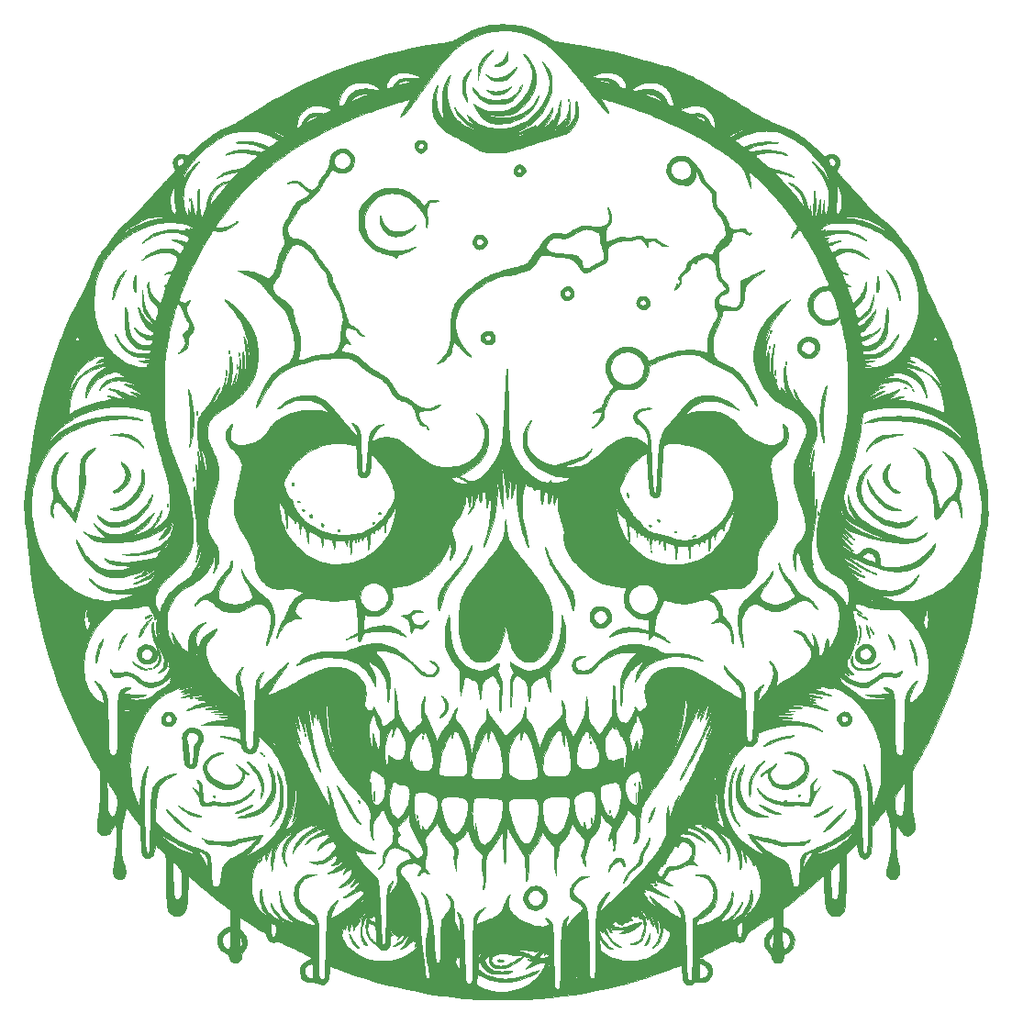
<source format=gbr>
%TF.GenerationSoftware,KiCad,Pcbnew,7.0.1*%
%TF.CreationDate,2023-09-06T22:46:28-07:00*%
%TF.ProjectId,skull_09,736b756c-6c5f-4303-992e-6b696361645f,rev?*%
%TF.SameCoordinates,Original*%
%TF.FileFunction,Soldermask,Bot*%
%TF.FilePolarity,Negative*%
%FSLAX46Y46*%
G04 Gerber Fmt 4.6, Leading zero omitted, Abs format (unit mm)*
G04 Created by KiCad (PCBNEW 7.0.1) date 2023-09-06 22:46:28*
%MOMM*%
%LPD*%
G01*
G04 APERTURE LIST*
%ADD10C,0.010000*%
G04 APERTURE END LIST*
%TO.C,G\u002A\u002A\u002A*%
D10*
X48026473Y-32284780D02*
X54569648Y-32284780D01*
X54573855Y-32398351D01*
X54589729Y-32475519D01*
X54621826Y-32518803D01*
X54674704Y-32530723D01*
X54752921Y-32513797D01*
X54861034Y-32470545D01*
X54885612Y-32459430D01*
X54984568Y-32407537D01*
X55059784Y-32349567D01*
X55118210Y-32276685D01*
X55166802Y-32180054D01*
X55168294Y-32175835D01*
X55553750Y-32175835D01*
X55659584Y-32134554D01*
X55713784Y-32112235D01*
X55797820Y-32076191D01*
X55902990Y-32030220D01*
X56020591Y-31978119D01*
X56117734Y-31934597D01*
X56258865Y-31872505D01*
X56413789Y-31806785D01*
X56567600Y-31743609D01*
X56705393Y-31689150D01*
X56763317Y-31667233D01*
X56931553Y-31604881D01*
X57064027Y-31555630D01*
X57164651Y-31517806D01*
X57237337Y-31489739D01*
X57285995Y-31469756D01*
X57314537Y-31456187D01*
X57326875Y-31447359D01*
X57326919Y-31441600D01*
X57318581Y-31437240D01*
X57309246Y-31433906D01*
X57241598Y-31418435D01*
X57144283Y-31407630D01*
X57029756Y-31401947D01*
X56910473Y-31401841D01*
X56798891Y-31407770D01*
X56748200Y-31413368D01*
X56571976Y-31447501D01*
X56407669Y-31501844D01*
X56248793Y-31580034D01*
X56088862Y-31685704D01*
X55921391Y-31822492D01*
X55776000Y-31958360D01*
X55553750Y-32175835D01*
X55168294Y-32175835D01*
X55212510Y-32050841D01*
X55216028Y-32039551D01*
X55280977Y-31885749D01*
X55379301Y-31725863D01*
X55504058Y-31566722D01*
X55648306Y-31415158D01*
X55805106Y-31277999D01*
X55967516Y-31162077D01*
X56128594Y-31074222D01*
X56239709Y-31032221D01*
X56486642Y-30975231D01*
X56761114Y-30941304D01*
X57055132Y-30930486D01*
X57360704Y-30942825D01*
X57669839Y-30978369D01*
X57909034Y-31022390D01*
X58053338Y-31050304D01*
X58176805Y-31067648D01*
X58274885Y-31074202D01*
X58343031Y-31069744D01*
X58376695Y-31054055D01*
X58379500Y-31045262D01*
X58361006Y-31001741D01*
X58309283Y-30944964D01*
X58229968Y-30878451D01*
X58128701Y-30805723D01*
X58011118Y-30730300D01*
X57930894Y-30683639D01*
X58962684Y-30683639D01*
X58966830Y-30774032D01*
X58985530Y-30843256D01*
X59018391Y-30885433D01*
X59065021Y-30894683D01*
X59078000Y-30891421D01*
X59116489Y-30881278D01*
X59178759Y-30867140D01*
X59215584Y-30859390D01*
X59287361Y-30844855D01*
X59348674Y-30832678D01*
X59368654Y-30828819D01*
X59433455Y-30798656D01*
X59513153Y-30730464D01*
X59606582Y-30625384D01*
X59675379Y-30535100D01*
X59977568Y-30535100D01*
X59980084Y-30549379D01*
X60012858Y-30563305D01*
X60084407Y-30562983D01*
X60193703Y-30548584D01*
X60339718Y-30520275D01*
X60521423Y-30478227D01*
X60717967Y-30427889D01*
X60855924Y-30391503D01*
X60986581Y-30357497D01*
X61102076Y-30327882D01*
X61194545Y-30304671D01*
X61256127Y-30289874D01*
X61266492Y-30287571D01*
X61321444Y-30273273D01*
X61343741Y-30259725D01*
X61331317Y-30245529D01*
X61282106Y-30229287D01*
X61194041Y-30209601D01*
X61133876Y-30197857D01*
X60943954Y-30169810D01*
X60777700Y-30165035D01*
X60622511Y-30185367D01*
X60465783Y-30232644D01*
X60294915Y-30308702D01*
X60263334Y-30324740D01*
X60146993Y-30389108D01*
X60058358Y-30447390D01*
X60000770Y-30496937D01*
X59977568Y-30535100D01*
X59675379Y-30535100D01*
X59692876Y-30512139D01*
X59820687Y-30352893D01*
X59952282Y-30228452D01*
X60097594Y-30131738D01*
X60266554Y-30055673D01*
X60390484Y-30014911D01*
X60439110Y-30001601D01*
X60488558Y-29990801D01*
X60544345Y-29982099D01*
X60611990Y-29975081D01*
X60697010Y-29969336D01*
X60804923Y-29964451D01*
X60941245Y-29960013D01*
X61111495Y-29955609D01*
X61215834Y-29953183D01*
X61425902Y-29947838D01*
X61597281Y-29941984D01*
X61733616Y-29935181D01*
X61838551Y-29926991D01*
X61915730Y-29916974D01*
X61968798Y-29904691D01*
X62001399Y-29889702D01*
X62017177Y-29871569D01*
X62020167Y-29856238D01*
X62000291Y-29822429D01*
X61944255Y-29782362D01*
X61857451Y-29737893D01*
X61745267Y-29690876D01*
X61613094Y-29643163D01*
X61466322Y-29596609D01*
X61310341Y-29553067D01*
X61150541Y-29514391D01*
X60992312Y-29482435D01*
X60880896Y-29464416D01*
X60764070Y-29453281D01*
X60624020Y-29448452D01*
X60472231Y-29449500D01*
X60320185Y-29455998D01*
X60179367Y-29467517D01*
X60061259Y-29483632D01*
X59998750Y-29497277D01*
X59776103Y-29580049D01*
X59569417Y-29699347D01*
X59383593Y-29850838D01*
X59223531Y-30030184D01*
X59094131Y-30233050D01*
X59041489Y-30344250D01*
X58999621Y-30462869D01*
X58973483Y-30577959D01*
X58962684Y-30683639D01*
X57930894Y-30683639D01*
X57882859Y-30655701D01*
X57749561Y-30585446D01*
X57616863Y-30523057D01*
X57490402Y-30472052D01*
X57427000Y-30450579D01*
X57159621Y-30382891D01*
X56886317Y-30346181D01*
X56595180Y-30338979D01*
X56538000Y-30340780D01*
X56317090Y-30356791D01*
X56124738Y-30387664D01*
X55948964Y-30436063D01*
X55777789Y-30504653D01*
X55756712Y-30514498D01*
X55528722Y-30643240D01*
X55316996Y-30803437D01*
X55124901Y-30990066D01*
X54955807Y-31198103D01*
X54813080Y-31422527D01*
X54700090Y-31658314D01*
X54620204Y-31900441D01*
X54576791Y-32143885D01*
X54569648Y-32284780D01*
X48026473Y-32284780D01*
X48030756Y-32282226D01*
X48615958Y-31945847D01*
X49203530Y-31620877D01*
X49801542Y-31302680D01*
X50418065Y-30986619D01*
X50431417Y-30979896D01*
X51593581Y-30416064D01*
X52766100Y-29889421D01*
X53950752Y-29399413D01*
X55149315Y-28945485D01*
X56363567Y-28527083D01*
X57595289Y-28143653D01*
X58846257Y-27794641D01*
X60118250Y-27479492D01*
X61413048Y-27197653D01*
X62732428Y-26948569D01*
X64052167Y-26735536D01*
X64294365Y-26698767D01*
X64499999Y-26665199D01*
X64674560Y-26633213D01*
X64823542Y-26601192D01*
X64952439Y-26567519D01*
X65066744Y-26530574D01*
X65171949Y-26488742D01*
X65273547Y-26440403D01*
X65377033Y-26383941D01*
X65487899Y-26317737D01*
X65503463Y-26308131D01*
X65683330Y-26197054D01*
X65833030Y-26105329D01*
X65958176Y-26029685D01*
X66064385Y-25966855D01*
X66157271Y-25913568D01*
X66242450Y-25866556D01*
X66325536Y-25822550D01*
X66412145Y-25778281D01*
X66422834Y-25772900D01*
X66797467Y-25595422D01*
X67172714Y-25438688D01*
X67542009Y-25304983D01*
X67898786Y-25196596D01*
X68236482Y-25115811D01*
X68391409Y-25087257D01*
X68608395Y-25055416D01*
X68828438Y-25031374D01*
X69060604Y-25014523D01*
X69313960Y-25004248D01*
X69597573Y-24999939D01*
X69688945Y-24999718D01*
X70090626Y-25004934D01*
X70457087Y-25021023D01*
X70794222Y-25048776D01*
X71107925Y-25088986D01*
X71404091Y-25142446D01*
X71688616Y-25209948D01*
X71967395Y-25292283D01*
X72037080Y-25315345D01*
X72510401Y-25488927D01*
X72962088Y-25682008D01*
X73386996Y-25892083D01*
X73779976Y-26116645D01*
X74064000Y-26302316D01*
X74154297Y-26363805D01*
X74237490Y-26416400D01*
X74318286Y-26461432D01*
X74401397Y-26500237D01*
X74491530Y-26534149D01*
X74593394Y-26564500D01*
X74711700Y-26592626D01*
X74851155Y-26619860D01*
X75016468Y-26647536D01*
X75212350Y-26676987D01*
X75443509Y-26709548D01*
X75556250Y-26725019D01*
X76104639Y-26805069D01*
X76683838Y-26899306D01*
X77287402Y-27006301D01*
X77908880Y-27124621D01*
X78541826Y-27252836D01*
X79179791Y-27389515D01*
X79816327Y-27533227D01*
X80444986Y-27682540D01*
X81059321Y-27836024D01*
X81652882Y-27992247D01*
X82219223Y-28149778D01*
X82751894Y-28307187D01*
X82922250Y-28359818D01*
X83075281Y-28406735D01*
X83236198Y-28454464D01*
X83393117Y-28499593D01*
X83534158Y-28538705D01*
X83647439Y-28568388D01*
X83652500Y-28569648D01*
X84001326Y-28657723D01*
X84315096Y-28740513D01*
X84600449Y-28820068D01*
X84864024Y-28898436D01*
X85112457Y-28977667D01*
X85352388Y-29059810D01*
X85590453Y-29146914D01*
X85833292Y-29241029D01*
X85853834Y-29249205D01*
X86079891Y-29340500D01*
X86286897Y-29426820D01*
X86484680Y-29512581D01*
X86683068Y-29602198D01*
X86891892Y-29700086D01*
X87120980Y-29810660D01*
X87303750Y-29900489D01*
X87512314Y-30004700D01*
X87718829Y-30110281D01*
X87926364Y-30218997D01*
X88137984Y-30332608D01*
X88356758Y-30452878D01*
X88585753Y-30581568D01*
X88828035Y-30720442D01*
X89086672Y-30871260D01*
X89364730Y-31035786D01*
X89665278Y-31215781D01*
X89991382Y-31413008D01*
X90346109Y-31629229D01*
X90732527Y-31866206D01*
X90838584Y-31931449D01*
X91269288Y-32195822D01*
X91667287Y-32438447D01*
X92035289Y-32660771D01*
X92376003Y-32864242D01*
X92692136Y-33050308D01*
X92986396Y-33220414D01*
X93261492Y-33376010D01*
X93520133Y-33518541D01*
X93765025Y-33649456D01*
X93998878Y-33770201D01*
X94224400Y-33882224D01*
X94444298Y-33986972D01*
X94661281Y-34085892D01*
X94878057Y-34180432D01*
X95097334Y-34272040D01*
X95321821Y-34362161D01*
X95554225Y-34452244D01*
X95558750Y-34453970D01*
X95870483Y-34578240D01*
X96163669Y-34705813D01*
X96432929Y-34834092D01*
X96672883Y-34960479D01*
X96878153Y-35082376D01*
X96929755Y-35116067D01*
X97083194Y-35222223D01*
X97255239Y-35347462D01*
X97441784Y-35488347D01*
X97638728Y-35641437D01*
X97841965Y-35803295D01*
X98047393Y-35970480D01*
X98250907Y-36139555D01*
X98448405Y-36307080D01*
X98635782Y-36469616D01*
X98808934Y-36623724D01*
X98963758Y-36765966D01*
X99096150Y-36892902D01*
X99202007Y-37001093D01*
X99267646Y-37075250D01*
X99354663Y-37181084D01*
X99446373Y-37146179D01*
X99515181Y-37118855D01*
X99602091Y-37082821D01*
X99675667Y-37051337D01*
X99749877Y-37021628D01*
X99815577Y-37003541D01*
X99888313Y-36994306D01*
X99983635Y-36991156D01*
X100014655Y-36990991D01*
X100113573Y-36992056D01*
X100184886Y-36997687D01*
X100243293Y-37010825D01*
X100303490Y-37034409D01*
X100355544Y-37059191D01*
X100502991Y-37152836D01*
X100628545Y-37274774D01*
X100726349Y-37417342D01*
X100790544Y-37572881D01*
X100807802Y-37650544D01*
X100808119Y-37766708D01*
X100775624Y-37906582D01*
X100710082Y-38070932D01*
X100627405Y-38231891D01*
X100578600Y-38321933D01*
X100538570Y-38400482D01*
X100511399Y-38459191D01*
X100501171Y-38489708D01*
X100501167Y-38489957D01*
X100514146Y-38522293D01*
X100549820Y-38580109D01*
X100603290Y-38656778D01*
X100669661Y-38745675D01*
X100744034Y-38840173D01*
X100821513Y-38933645D01*
X100871327Y-38990834D01*
X100915400Y-39039270D01*
X100984230Y-39113626D01*
X101073378Y-39209165D01*
X101178405Y-39321149D01*
X101294872Y-39444845D01*
X101418340Y-39575514D01*
X101506149Y-39668167D01*
X101722825Y-39896995D01*
X101915883Y-40102081D01*
X102091290Y-40289962D01*
X102255015Y-40467175D01*
X102413027Y-40640254D01*
X102571294Y-40815738D01*
X102735784Y-41000161D01*
X102912466Y-41200060D01*
X103100691Y-41414417D01*
X103362511Y-41709425D01*
X103607397Y-41977454D01*
X103834200Y-42217350D01*
X104041770Y-42427964D01*
X104228955Y-42608143D01*
X104394606Y-42756735D01*
X104537572Y-42872589D01*
X104607500Y-42922877D01*
X104812379Y-43066923D01*
X104995782Y-43207592D01*
X105170377Y-43355406D01*
X105348834Y-43520889D01*
X105465849Y-43635854D01*
X105604596Y-43776988D01*
X105723864Y-43904516D01*
X105831786Y-44028163D01*
X105936496Y-44157651D01*
X106046126Y-44302707D01*
X106168811Y-44473054D01*
X106183745Y-44494167D01*
X106335248Y-44705527D01*
X106476302Y-44894922D01*
X106618046Y-45076800D01*
X106771615Y-45265612D01*
X106859123Y-45370477D01*
X107192066Y-45792706D01*
X107489516Y-46225943D01*
X107753833Y-46674717D01*
X107987377Y-47143557D01*
X108192510Y-47636994D01*
X108371591Y-48159558D01*
X108448575Y-48420584D01*
X108490696Y-48565386D01*
X108535832Y-48709155D01*
X108585415Y-48855233D01*
X108640878Y-49006960D01*
X108703653Y-49167677D01*
X108775173Y-49340726D01*
X108856869Y-49529446D01*
X108950176Y-49737180D01*
X109056524Y-49967269D01*
X109177346Y-50223052D01*
X109314075Y-50507872D01*
X109468143Y-50825069D01*
X109560282Y-51013500D01*
X109801523Y-51509364D01*
X110023687Y-51973656D01*
X110228924Y-52411432D01*
X110419384Y-52827746D01*
X110597218Y-53227654D01*
X110764578Y-53616209D01*
X110923614Y-53998468D01*
X111076476Y-54379484D01*
X111225315Y-54764313D01*
X111372282Y-55158008D01*
X111519528Y-55565626D01*
X111627163Y-55871250D01*
X111858150Y-56552744D01*
X112082633Y-57253032D01*
X112299410Y-57967222D01*
X112507280Y-58690422D01*
X112705041Y-59417739D01*
X112891492Y-60144282D01*
X113065431Y-60865159D01*
X113225658Y-61575477D01*
X113370969Y-62270345D01*
X113500164Y-62944870D01*
X113612042Y-63594161D01*
X113705400Y-64213325D01*
X113740371Y-64475500D01*
X113784128Y-64801147D01*
X113830596Y-65111002D01*
X113881567Y-65414802D01*
X113938833Y-65722284D01*
X114004187Y-66043184D01*
X114079420Y-66387240D01*
X114144172Y-66669623D01*
X114194915Y-66890649D01*
X114239009Y-67091744D01*
X114277039Y-67278175D01*
X114309589Y-67455209D01*
X114337242Y-67628115D01*
X114360584Y-67802159D01*
X114380197Y-67982608D01*
X114396666Y-68174731D01*
X114410576Y-68383795D01*
X114422510Y-68615066D01*
X114433053Y-68873812D01*
X114442788Y-69165301D01*
X114450585Y-69432659D01*
X114457919Y-69734825D01*
X114461695Y-70001030D01*
X114461493Y-70237531D01*
X114456893Y-70450584D01*
X114447475Y-70646444D01*
X114432819Y-70831369D01*
X114412506Y-71011613D01*
X114386114Y-71193434D01*
X114353225Y-71383088D01*
X114313418Y-71586830D01*
X114302395Y-71640417D01*
X114258132Y-71860786D01*
X114215926Y-72086034D01*
X114175103Y-72320691D01*
X114134987Y-72569289D01*
X114094905Y-72836362D01*
X114054180Y-73126440D01*
X114012140Y-73444057D01*
X113968109Y-73793743D01*
X113921411Y-74180031D01*
X113910089Y-74275667D01*
X113808780Y-75101694D01*
X113703904Y-75890278D01*
X113594508Y-76646231D01*
X113479643Y-77374362D01*
X113358357Y-78079481D01*
X113229699Y-78766399D01*
X113092717Y-79439925D01*
X112946462Y-80104871D01*
X112789980Y-80766045D01*
X112622323Y-81428259D01*
X112442537Y-82096323D01*
X112249673Y-82775046D01*
X112187854Y-82985750D01*
X111799192Y-84241732D01*
X111380362Y-85481786D01*
X110932590Y-86702907D01*
X110457105Y-87902088D01*
X109955131Y-89076325D01*
X109427897Y-90222611D01*
X108876628Y-91337941D01*
X108443176Y-92161500D01*
X108384709Y-92268817D01*
X108309447Y-92405715D01*
X108221424Y-92564923D01*
X108124678Y-92739170D01*
X108023243Y-92921183D01*
X107921156Y-93103692D01*
X107843350Y-93242286D01*
X107443834Y-93952656D01*
X107444214Y-95284870D01*
X107444717Y-95657540D01*
X107446126Y-95991390D01*
X107448627Y-96289926D01*
X107452408Y-96556656D01*
X107457655Y-96795085D01*
X107464553Y-97008721D01*
X107473290Y-97201071D01*
X107484053Y-97375641D01*
X107497027Y-97535937D01*
X107512399Y-97685468D01*
X107530356Y-97827739D01*
X107551085Y-97966257D01*
X107574772Y-98104530D01*
X107601602Y-98246064D01*
X107601771Y-98246917D01*
X107638586Y-98435949D01*
X107667251Y-98590043D01*
X107688591Y-98715632D01*
X107703430Y-98819150D01*
X107712595Y-98907029D01*
X107716910Y-98985702D01*
X107717201Y-99061603D01*
X107714899Y-99128775D01*
X107698320Y-99282096D01*
X107660867Y-99410412D01*
X107596946Y-99525969D01*
X107500966Y-99641014D01*
X107463894Y-99678424D01*
X107341807Y-99778834D01*
X107219095Y-99839527D01*
X107089997Y-99862807D01*
X107009723Y-99860054D01*
X106878634Y-99830712D01*
X106751997Y-99769111D01*
X106627896Y-99673414D01*
X106504414Y-99541783D01*
X106379636Y-99372381D01*
X106251645Y-99163370D01*
X106215481Y-99098432D01*
X106168328Y-99016272D01*
X106126562Y-98950965D01*
X106095093Y-98909735D01*
X106079914Y-98899071D01*
X106057939Y-98926296D01*
X106035124Y-98990188D01*
X106012624Y-99085128D01*
X105991593Y-99205497D01*
X105973186Y-99345677D01*
X105959918Y-99482899D01*
X105948280Y-99689078D01*
X105943432Y-99927899D01*
X105944969Y-100190286D01*
X105952492Y-100467163D01*
X105965595Y-100749456D01*
X105983879Y-101028087D01*
X106006938Y-101293980D01*
X106034372Y-101538062D01*
X106058581Y-101707667D01*
X106077049Y-101812502D01*
X106102177Y-101940616D01*
X106130366Y-102074218D01*
X106152760Y-102173334D01*
X106215455Y-102467871D01*
X106256942Y-102728884D01*
X106277124Y-102959541D01*
X106275906Y-103163012D01*
X106253191Y-103342467D01*
X106208882Y-103501073D01*
X106142883Y-103642000D01*
X106106277Y-103700209D01*
X106057532Y-103762522D01*
X106006579Y-103813877D01*
X105981285Y-103832760D01*
X105905680Y-103861248D01*
X105802899Y-103878123D01*
X105686793Y-103882225D01*
X105571207Y-103872395D01*
X105550317Y-103868833D01*
X105420718Y-103831521D01*
X105315257Y-103771472D01*
X105233716Y-103687207D01*
X105175874Y-103577248D01*
X105141512Y-103440115D01*
X105130410Y-103274330D01*
X105142349Y-103078415D01*
X105177109Y-102850890D01*
X105186339Y-102808952D01*
X105772146Y-102808952D01*
X105772668Y-102914438D01*
X105774801Y-103010161D01*
X105778614Y-103087442D01*
X105784177Y-103137600D01*
X105785639Y-103144122D01*
X105800302Y-103177105D01*
X105814978Y-103171488D01*
X105828683Y-103130995D01*
X105840431Y-103059347D01*
X105849235Y-102960266D01*
X105852623Y-102891186D01*
X105853522Y-102780510D01*
X105848853Y-102674061D01*
X105839613Y-102579191D01*
X105826799Y-102503256D01*
X105811409Y-102453609D01*
X105794441Y-102437607D01*
X105791274Y-102438881D01*
X105784781Y-102462982D01*
X105779552Y-102520719D01*
X105775657Y-102603413D01*
X105773165Y-102702384D01*
X105772146Y-102808952D01*
X105186339Y-102808952D01*
X105234470Y-102590276D01*
X105314212Y-102295095D01*
X105315766Y-102289750D01*
X105394102Y-101994673D01*
X105456514Y-101699647D01*
X105503959Y-101396898D01*
X105537397Y-101078654D01*
X105557787Y-100737140D01*
X105566087Y-100364583D01*
X105566380Y-100257750D01*
X105564475Y-100003145D01*
X105558583Y-99774985D01*
X105547645Y-99565640D01*
X105530602Y-99367480D01*
X105506393Y-99172875D01*
X105473959Y-98974193D01*
X105432240Y-98763804D01*
X105380177Y-98534078D01*
X105316710Y-98277385D01*
X105262152Y-98067000D01*
X105219875Y-97906884D01*
X105180473Y-97758803D01*
X105145373Y-97628036D01*
X105116003Y-97519859D01*
X105093792Y-97439551D01*
X105080168Y-97392389D01*
X105077096Y-97383071D01*
X105068329Y-97381110D01*
X105048606Y-97396017D01*
X105016246Y-97429901D01*
X104969567Y-97484870D01*
X104906885Y-97563033D01*
X104826519Y-97666499D01*
X104726787Y-97797376D01*
X104606005Y-97957772D01*
X104462492Y-98149797D01*
X104421930Y-98204249D01*
X103782000Y-99063773D01*
X103781798Y-99512595D01*
X103778185Y-99878275D01*
X103767850Y-100219972D01*
X103751033Y-100534568D01*
X103727977Y-100818947D01*
X103698925Y-101069992D01*
X103664119Y-101284586D01*
X103633149Y-101424592D01*
X103582978Y-101583966D01*
X103520718Y-101709554D01*
X103441474Y-101809290D01*
X103348885Y-101885359D01*
X103231015Y-101951408D01*
X103121580Y-101980088D01*
X103015712Y-101970693D01*
X102908540Y-101922511D01*
X102795194Y-101834833D01*
X102757789Y-101799273D01*
X102684797Y-101717968D01*
X102623769Y-101627607D01*
X102572779Y-101522604D01*
X102529899Y-101397372D01*
X102493203Y-101246328D01*
X102460764Y-101063885D01*
X102431921Y-100854673D01*
X102395584Y-100562596D01*
X101871709Y-101073438D01*
X101347834Y-101584281D01*
X101347708Y-103418682D01*
X101347209Y-103874209D01*
X101345753Y-104288989D01*
X101343309Y-104664599D01*
X101339843Y-105002618D01*
X101335323Y-105304621D01*
X101329716Y-105572185D01*
X101322988Y-105806888D01*
X101315108Y-106010307D01*
X101306042Y-106184017D01*
X101295758Y-106329598D01*
X101284740Y-106444067D01*
X101246032Y-106635993D01*
X101173852Y-106806589D01*
X101064697Y-106963064D01*
X100996536Y-107036880D01*
X100865828Y-107150949D01*
X100734516Y-107228463D01*
X100592579Y-107274142D01*
X100455780Y-107291480D01*
X100265804Y-107284341D01*
X100095540Y-107240093D01*
X99945862Y-107159143D01*
X99817644Y-107041898D01*
X99760628Y-106968012D01*
X99676659Y-106830214D01*
X99599378Y-106674562D01*
X99537169Y-106519139D01*
X99507657Y-106422425D01*
X99490466Y-106349582D01*
X99474839Y-106270123D01*
X99460538Y-106180888D01*
X99447323Y-106078716D01*
X99434954Y-105960447D01*
X99423191Y-105822922D01*
X99411796Y-105662979D01*
X99400529Y-105477459D01*
X99389150Y-105263200D01*
X99377420Y-105017044D01*
X99365099Y-104735829D01*
X99351948Y-104416396D01*
X99347845Y-104313652D01*
X99340704Y-104137627D01*
X99333829Y-103975467D01*
X99327444Y-103831907D01*
X99321772Y-103711682D01*
X99317037Y-103619527D01*
X99313462Y-103560177D01*
X99311271Y-103538369D01*
X99311263Y-103538362D01*
X99294495Y-103550433D01*
X99250133Y-103587102D01*
X99182252Y-103644873D01*
X99094925Y-103720246D01*
X98992223Y-103809724D01*
X98878221Y-103909811D01*
X98860750Y-103925212D01*
X98604116Y-104150080D01*
X98339542Y-104379125D01*
X98070185Y-104609761D01*
X97799199Y-104839403D01*
X97529737Y-105065466D01*
X97264955Y-105285366D01*
X97008007Y-105496518D01*
X96762048Y-105696337D01*
X96530232Y-105882238D01*
X96315713Y-106051637D01*
X96121647Y-106201948D01*
X95951188Y-106330588D01*
X95807490Y-106434971D01*
X95743772Y-106479226D01*
X95660518Y-106539485D01*
X95607187Y-106588377D01*
X95575992Y-106633772D01*
X95565759Y-106659142D01*
X95557831Y-106705739D01*
X95550762Y-106793693D01*
X95544593Y-106922034D01*
X95539362Y-107089793D01*
X95535107Y-107296003D01*
X95532446Y-107486897D01*
X95523784Y-108239044D01*
X95647101Y-108288939D01*
X95726197Y-108323142D01*
X95823947Y-108368516D01*
X95921640Y-108416328D01*
X95939750Y-108425530D01*
X96123888Y-108542435D01*
X96280079Y-108687652D01*
X96406882Y-108856484D01*
X96502854Y-109044232D01*
X96566553Y-109246200D01*
X96596536Y-109457689D01*
X96591362Y-109674001D01*
X96549587Y-109890439D01*
X96469769Y-110102305D01*
X96460457Y-110121417D01*
X96359988Y-110285335D01*
X96232137Y-110434166D01*
X96086631Y-110557692D01*
X95985048Y-110620714D01*
X95861162Y-110688002D01*
X95769964Y-110743739D01*
X95705841Y-110794405D01*
X95663179Y-110846480D01*
X95636364Y-110906441D01*
X95619784Y-110980769D01*
X95610303Y-111053247D01*
X95575127Y-111221730D01*
X95510505Y-111359951D01*
X95415956Y-111468523D01*
X95290998Y-111548059D01*
X95192305Y-111584750D01*
X95055720Y-111606974D01*
X94928238Y-111589443D01*
X94814856Y-111538905D01*
X94696455Y-111446137D01*
X94602417Y-111324986D01*
X94539393Y-111185520D01*
X94518214Y-111089860D01*
X94501464Y-111008871D01*
X94470451Y-110927120D01*
X94421647Y-110838921D01*
X94351525Y-110738591D01*
X94256557Y-110620445D01*
X94152354Y-110500291D01*
X94012302Y-110318614D01*
X93912952Y-110133467D01*
X93852676Y-109940755D01*
X93829987Y-109737634D01*
X94274725Y-109737634D01*
X94305468Y-109908392D01*
X94374998Y-110077598D01*
X94483527Y-110248417D01*
X94561839Y-110354250D01*
X94598287Y-110174334D01*
X94613844Y-110083746D01*
X94630182Y-109965418D01*
X94645484Y-109833861D01*
X94657933Y-109703588D01*
X94659247Y-109687500D01*
X94668153Y-109550464D01*
X94674428Y-109402322D01*
X94677511Y-109260631D01*
X94676842Y-109142949D01*
X94676755Y-109139878D01*
X94670715Y-108932317D01*
X95444173Y-108932317D01*
X95448687Y-109054489D01*
X95449659Y-109072634D01*
X95458708Y-109208057D01*
X95471554Y-109359071D01*
X95487254Y-109517785D01*
X95504869Y-109676303D01*
X95523457Y-109826734D01*
X95542077Y-109961184D01*
X95559788Y-110071760D01*
X95575649Y-110150569D01*
X95580240Y-110167993D01*
X95604500Y-110233721D01*
X95631920Y-110282605D01*
X95647445Y-110298086D01*
X95705282Y-110306349D01*
X95780159Y-110275921D01*
X95872102Y-110206790D01*
X95926674Y-110155534D01*
X96032555Y-110028002D01*
X96117604Y-109880600D01*
X96178389Y-109723042D01*
X96211478Y-109565044D01*
X96213439Y-109416319D01*
X96205652Y-109365894D01*
X96161984Y-109230441D01*
X96091570Y-109099719D01*
X96000659Y-108979968D01*
X95895500Y-108877431D01*
X95782344Y-108798349D01*
X95667440Y-108748966D01*
X95573979Y-108735000D01*
X95520469Y-108738965D01*
X95482903Y-108754787D01*
X95459112Y-108788358D01*
X95446925Y-108845571D01*
X95444173Y-108932317D01*
X94670715Y-108932317D01*
X94669750Y-108899172D01*
X94537320Y-109055211D01*
X94425990Y-109199903D01*
X94348257Y-109334331D01*
X94299796Y-109467040D01*
X94281368Y-109560552D01*
X94274725Y-109737634D01*
X93829987Y-109737634D01*
X93829847Y-109736381D01*
X93829709Y-109688068D01*
X93841318Y-109530243D01*
X93873214Y-109378813D01*
X93928887Y-109220733D01*
X93991145Y-109084250D01*
X94111157Y-108880752D01*
X94257101Y-108708295D01*
X94433941Y-108561143D01*
X94458862Y-108543975D01*
X94522136Y-108500316D01*
X94572164Y-108460690D01*
X94610435Y-108419618D01*
X94638440Y-108371620D01*
X94657670Y-108311216D01*
X94669614Y-108232928D01*
X94675762Y-108131277D01*
X94677605Y-108000783D01*
X94676633Y-107835966D01*
X94675648Y-107746866D01*
X94669750Y-107234983D01*
X93866943Y-107753234D01*
X93595506Y-107928809D01*
X93357548Y-108083575D01*
X93150688Y-108219224D01*
X92972547Y-108337449D01*
X92820745Y-108439942D01*
X92692901Y-108528394D01*
X92586637Y-108604499D01*
X92499573Y-108669947D01*
X92429328Y-108726432D01*
X92373522Y-108775645D01*
X92329776Y-108819279D01*
X92295711Y-108859026D01*
X92277998Y-108883049D01*
X92244834Y-108942565D01*
X92208390Y-109025853D01*
X92176120Y-109115736D01*
X92173823Y-109123083D01*
X92097934Y-109313862D01*
X91998322Y-109470106D01*
X91874167Y-109592878D01*
X91754565Y-109668766D01*
X91642246Y-109702733D01*
X91510068Y-109701391D01*
X91361111Y-109665012D01*
X91261917Y-109625090D01*
X91209770Y-109602387D01*
X91160500Y-109585101D01*
X91110886Y-109574322D01*
X91057709Y-109571135D01*
X90997747Y-109576629D01*
X90927781Y-109591891D01*
X90844591Y-109618008D01*
X90744955Y-109656069D01*
X90625654Y-109707161D01*
X90483466Y-109772371D01*
X90315173Y-109852786D01*
X90117553Y-109949495D01*
X89887387Y-110063585D01*
X89727334Y-110143322D01*
X89384388Y-110314992D01*
X89072988Y-110472200D01*
X88793855Y-110614565D01*
X88547708Y-110741703D01*
X88335266Y-110853230D01*
X88157249Y-110948764D01*
X88014377Y-111027921D01*
X87907369Y-111090319D01*
X87836944Y-111135573D01*
X87803823Y-111163301D01*
X87801167Y-111169077D01*
X87819822Y-111180287D01*
X87870760Y-111202711D01*
X87946436Y-111233212D01*
X88039307Y-111268650D01*
X88049875Y-111272577D01*
X88277286Y-111363086D01*
X88465892Y-111452416D01*
X88619073Y-111542900D01*
X88740212Y-111636873D01*
X88832689Y-111736668D01*
X88899887Y-111844621D01*
X88910167Y-111866449D01*
X88959723Y-111998959D01*
X88998696Y-112146031D01*
X89022774Y-112289021D01*
X89028466Y-112378069D01*
X89011711Y-112557161D01*
X88963008Y-112734597D01*
X88886705Y-112903267D01*
X88787147Y-113056062D01*
X88668682Y-113185869D01*
X88535657Y-113285581D01*
X88446750Y-113329578D01*
X88401832Y-113346562D01*
X88359393Y-113359271D01*
X88312436Y-113368330D01*
X88253960Y-113374362D01*
X88176969Y-113377993D01*
X88074463Y-113379846D01*
X87939445Y-113380546D01*
X87874237Y-113380643D01*
X87428723Y-113381084D01*
X87337310Y-113459310D01*
X87224159Y-113536126D01*
X87091009Y-113587312D01*
X86929474Y-113615964D01*
X86907292Y-113618078D01*
X86764024Y-113616673D01*
X86644363Y-113583301D01*
X86541662Y-113515605D01*
X86499281Y-113473396D01*
X86441270Y-113401531D01*
X86393474Y-113323147D01*
X86354708Y-113233160D01*
X86323788Y-113126486D01*
X86299529Y-112998038D01*
X86280747Y-112842731D01*
X86266257Y-112655480D01*
X86254875Y-112431201D01*
X86254520Y-112422650D01*
X86247733Y-112276391D01*
X86240073Y-112141731D01*
X86232028Y-112025264D01*
X86224086Y-111933580D01*
X86216734Y-111873274D01*
X86212451Y-111853885D01*
X86191455Y-111816223D01*
X86158573Y-111807306D01*
X86126938Y-111811988D01*
X86093760Y-111822049D01*
X86025463Y-111845498D01*
X85926508Y-111880713D01*
X85801358Y-111926069D01*
X85654474Y-111979944D01*
X85490320Y-112040713D01*
X85313358Y-112106755D01*
X85211927Y-112144835D01*
X84684241Y-112341365D01*
X84188651Y-112521583D01*
X83719055Y-112687418D01*
X83269346Y-112840798D01*
X82833421Y-112983653D01*
X82405175Y-113117911D01*
X81978502Y-113245500D01*
X81547299Y-113368348D01*
X81105460Y-113488385D01*
X80646881Y-113607539D01*
X80329334Y-113687317D01*
X79311596Y-113927329D01*
X78292781Y-114142225D01*
X77267843Y-114332743D01*
X76231738Y-114499622D01*
X75179420Y-114643601D01*
X74105844Y-114765418D01*
X73005965Y-114865811D01*
X71874738Y-114945519D01*
X71640417Y-114959263D01*
X71555997Y-114962915D01*
X71434732Y-114966536D01*
X71281366Y-114970086D01*
X71100643Y-114973522D01*
X70897306Y-114976805D01*
X70676098Y-114979892D01*
X70441764Y-114982743D01*
X70199045Y-114985316D01*
X69952686Y-114987572D01*
X69707430Y-114989467D01*
X69468022Y-114990962D01*
X69239203Y-114992016D01*
X69025717Y-114992586D01*
X68832309Y-114992633D01*
X68663721Y-114992115D01*
X68524697Y-114990990D01*
X68419981Y-114989219D01*
X68370167Y-114987595D01*
X67746982Y-114957002D01*
X67158387Y-114922337D01*
X66596764Y-114882813D01*
X66054496Y-114837641D01*
X65523967Y-114786033D01*
X64997560Y-114727199D01*
X64467659Y-114660351D01*
X63926645Y-114584700D01*
X63366903Y-114499459D01*
X62860025Y-114417093D01*
X61867533Y-114240080D01*
X60872759Y-114039996D01*
X59880996Y-113818274D01*
X58897539Y-113576344D01*
X57927683Y-113315638D01*
X56976722Y-113037586D01*
X56049951Y-112743621D01*
X55152665Y-112435172D01*
X54290158Y-112113671D01*
X54181229Y-112071136D01*
X54064469Y-112026095D01*
X53959430Y-111987076D01*
X53873196Y-111956589D01*
X53812844Y-111937147D01*
X53786619Y-111931167D01*
X53763350Y-111935368D01*
X53745654Y-111951851D01*
X53732091Y-111986429D01*
X53721219Y-112044921D01*
X53711599Y-112133141D01*
X53701788Y-112256906D01*
X53700103Y-112280417D01*
X53682882Y-112500780D01*
X53664554Y-112684519D01*
X53643863Y-112837342D01*
X53619554Y-112964957D01*
X53590369Y-113073073D01*
X53555054Y-113167399D01*
X53512352Y-113253642D01*
X53470817Y-113322530D01*
X53373807Y-113443408D01*
X53264103Y-113524586D01*
X53140664Y-113566311D01*
X53002448Y-113568832D01*
X52848412Y-113532397D01*
X52752118Y-113493833D01*
X52616763Y-113445769D01*
X52455024Y-113413375D01*
X52261864Y-113395866D01*
X52099334Y-113392034D01*
X51931789Y-113388912D01*
X51796741Y-113378946D01*
X51684671Y-113360497D01*
X51586064Y-113331928D01*
X51491404Y-113291600D01*
X51478392Y-113285157D01*
X51333499Y-113189562D01*
X51211707Y-113059638D01*
X51112395Y-112894595D01*
X51048301Y-112735500D01*
X50993681Y-112518418D01*
X50985870Y-112407133D01*
X51399123Y-112407133D01*
X51425420Y-112555861D01*
X51488488Y-112713147D01*
X51577726Y-112837884D01*
X51695213Y-112932331D01*
X51827974Y-112993703D01*
X51939438Y-113024095D01*
X52029563Y-113028642D01*
X52101139Y-113011596D01*
X52130072Y-112995433D01*
X52152938Y-112968463D01*
X52170317Y-112926283D01*
X52182792Y-112864492D01*
X52190944Y-112778686D01*
X52195354Y-112664463D01*
X52196605Y-112517420D01*
X52195277Y-112333155D01*
X52194888Y-112301792D01*
X52192565Y-112139735D01*
X52189999Y-112014633D01*
X52186738Y-111921107D01*
X52182331Y-111853777D01*
X52176326Y-111807266D01*
X52168270Y-111776194D01*
X52157712Y-111755184D01*
X52147928Y-111742845D01*
X52086883Y-111706143D01*
X52000575Y-111699886D01*
X51892944Y-111723877D01*
X51803664Y-111760145D01*
X51655819Y-111850775D01*
X51539177Y-111965557D01*
X51456003Y-112099722D01*
X51408563Y-112248503D01*
X51399123Y-112407133D01*
X50985870Y-112407133D01*
X50979347Y-112314214D01*
X51005384Y-112122497D01*
X51071878Y-111942873D01*
X51178915Y-111774950D01*
X51284049Y-111658210D01*
X51347858Y-111599070D01*
X51413273Y-111546747D01*
X51488804Y-111495629D01*
X51582963Y-111440109D01*
X51704259Y-111374576D01*
X51753067Y-111349084D01*
X51859908Y-111292632D01*
X51952875Y-111241653D01*
X52025711Y-111199728D01*
X52072161Y-111170438D01*
X52086168Y-111158376D01*
X52078869Y-111145160D01*
X52049936Y-111122297D01*
X51997383Y-111088698D01*
X51919225Y-111043271D01*
X51813475Y-110984926D01*
X51678148Y-110912572D01*
X51511257Y-110825120D01*
X51310817Y-110721477D01*
X51074841Y-110600555D01*
X51011208Y-110568081D01*
X50785275Y-110453647D01*
X50558153Y-110340087D01*
X50334277Y-110229524D01*
X50118078Y-110124077D01*
X49913990Y-110025869D01*
X49726446Y-109937021D01*
X49559878Y-109859655D01*
X49418720Y-109795891D01*
X49307405Y-109747851D01*
X49246084Y-109723384D01*
X49119869Y-109678633D01*
X49018983Y-109650650D01*
X48930618Y-109637824D01*
X48841967Y-109638543D01*
X48740225Y-109651193D01*
X48711186Y-109656041D01*
X48522416Y-109672866D01*
X48356975Y-109654460D01*
X48215381Y-109601181D01*
X48098150Y-109513387D01*
X48005799Y-109391437D01*
X47938844Y-109235687D01*
X47905786Y-109097941D01*
X47884820Y-108999763D01*
X47856783Y-108925137D01*
X47814515Y-108865246D01*
X47750857Y-108811272D01*
X47658647Y-108754397D01*
X47601380Y-108723069D01*
X47484271Y-108658905D01*
X47355793Y-108585500D01*
X47213145Y-108501102D01*
X47053524Y-108403962D01*
X46874128Y-108292330D01*
X46672156Y-108164455D01*
X46444805Y-108018586D01*
X46358139Y-107962417D01*
X48293584Y-107962417D01*
X48295945Y-108375167D01*
X48297478Y-108527999D01*
X48300554Y-108646838D01*
X48305852Y-108740017D01*
X48314051Y-108815866D01*
X48325828Y-108882718D01*
X48341864Y-108948903D01*
X48343026Y-108953219D01*
X48386628Y-109087257D01*
X48433750Y-109179323D01*
X48484751Y-109229661D01*
X48539989Y-109238514D01*
X48599824Y-109206126D01*
X48645209Y-109158334D01*
X48699055Y-109070922D01*
X48738403Y-108958512D01*
X48764193Y-108816671D01*
X48777362Y-108640963D01*
X48779583Y-108523334D01*
X48778350Y-108384586D01*
X48771320Y-108280500D01*
X48754883Y-108203463D01*
X48725428Y-108145859D01*
X48679346Y-108100076D01*
X48613028Y-108058497D01*
X48542300Y-108022819D01*
X48463778Y-107988566D01*
X48394477Y-107964655D01*
X48347164Y-107955351D01*
X48341216Y-107955652D01*
X48293584Y-107962417D01*
X46358139Y-107962417D01*
X46189274Y-107852975D01*
X45902760Y-107665870D01*
X45778381Y-107584309D01*
X45401012Y-107336595D01*
X45407965Y-107850589D01*
X45410733Y-108027572D01*
X45414852Y-108168641D01*
X45422043Y-108280215D01*
X45434025Y-108368714D01*
X45452519Y-108440554D01*
X45479246Y-108502155D01*
X45515924Y-108559936D01*
X45564276Y-108620314D01*
X45626019Y-108689708D01*
X45635713Y-108700379D01*
X45779135Y-108872963D01*
X45889210Y-109041689D01*
X45972033Y-109218076D01*
X46033698Y-109413644D01*
X46050413Y-109484217D01*
X46079288Y-109680540D01*
X46073604Y-109860922D01*
X46032322Y-110035278D01*
X45979154Y-110164363D01*
X45928345Y-110263813D01*
X45870451Y-110367403D01*
X45816368Y-110455816D01*
X45806096Y-110471261D01*
X45688077Y-110669998D01*
X45609913Y-110860585D01*
X45573905Y-111018704D01*
X45541433Y-111167681D01*
X45490057Y-111303655D01*
X45424253Y-111417345D01*
X45348499Y-111499468D01*
X45338206Y-111507304D01*
X45215479Y-111571089D01*
X45078123Y-111599155D01*
X44934436Y-111591372D01*
X44792716Y-111547608D01*
X44732999Y-111516849D01*
X44656687Y-111464873D01*
X44597204Y-111404834D01*
X44550557Y-111329270D01*
X44512753Y-111230716D01*
X44479800Y-111101711D01*
X44461067Y-111008564D01*
X44438859Y-110951671D01*
X44391017Y-110893351D01*
X44313259Y-110829683D01*
X44201305Y-110756742D01*
X44158945Y-110731610D01*
X43939294Y-110592145D01*
X43759069Y-110451870D01*
X43615432Y-110307570D01*
X43505545Y-110156027D01*
X43426568Y-109994023D01*
X43383139Y-109852208D01*
X43354388Y-109649731D01*
X43358588Y-109560068D01*
X43780460Y-109560068D01*
X43799788Y-109715415D01*
X43852779Y-109873562D01*
X43880531Y-109933802D01*
X43951722Y-110054509D01*
X44035121Y-110155800D01*
X44125366Y-110234326D01*
X44217097Y-110286742D01*
X44304952Y-110309700D01*
X44383570Y-110299854D01*
X44426652Y-110274715D01*
X44459819Y-110237352D01*
X44487329Y-110182957D01*
X44509607Y-110108105D01*
X44527074Y-110009369D01*
X44540153Y-109883324D01*
X44549268Y-109726542D01*
X44554840Y-109535598D01*
X44556399Y-109390284D01*
X45404924Y-109390284D01*
X45405278Y-109499422D01*
X45407706Y-109610947D01*
X45412183Y-109716882D01*
X45418687Y-109809250D01*
X45426857Y-109878000D01*
X45448952Y-109979157D01*
X45477175Y-110054370D01*
X45508776Y-110098010D01*
X45537974Y-110105596D01*
X45563173Y-110082966D01*
X45593672Y-110036976D01*
X45600092Y-110024906D01*
X45624002Y-109947881D01*
X45635767Y-109842557D01*
X45635023Y-109721300D01*
X45621403Y-109596473D01*
X45613948Y-109556250D01*
X45595525Y-109489030D01*
X45566904Y-109408625D01*
X45532356Y-109324502D01*
X45496158Y-109246127D01*
X45462583Y-109182964D01*
X45435906Y-109144481D01*
X45424705Y-109137167D01*
X45416534Y-109156976D01*
X45410529Y-109211083D01*
X45406667Y-109291512D01*
X45404924Y-109390284D01*
X44556399Y-109390284D01*
X44557292Y-109307065D01*
X44557493Y-109214247D01*
X44557667Y-108666911D01*
X44499459Y-108681453D01*
X44452189Y-108696487D01*
X44380176Y-108723006D01*
X44297563Y-108755761D01*
X44282500Y-108761980D01*
X44117217Y-108848810D01*
X43986731Y-108958533D01*
X43889162Y-109093573D01*
X43822631Y-109256357D01*
X43792597Y-109394009D01*
X43780460Y-109560068D01*
X43358588Y-109560068D01*
X43364053Y-109443439D01*
X43393376Y-109294011D01*
X43469586Y-109062809D01*
X43574155Y-108856268D01*
X43704471Y-108677206D01*
X43857924Y-108528439D01*
X44031902Y-108412784D01*
X44223793Y-108333058D01*
X44303667Y-108312147D01*
X44384864Y-108293840D01*
X44462000Y-108275790D01*
X44494167Y-108267947D01*
X44568250Y-108249403D01*
X44562454Y-107479691D01*
X44556657Y-106709978D01*
X44055307Y-106341364D01*
X43771275Y-106130341D01*
X43492283Y-105918411D01*
X43213865Y-105701946D01*
X42931558Y-105477318D01*
X42640897Y-105240900D01*
X42337418Y-104989065D01*
X42016656Y-104718183D01*
X41674148Y-104424629D01*
X41340334Y-104135195D01*
X40694750Y-103572799D01*
X40681963Y-103672108D01*
X40677557Y-103722416D01*
X40672423Y-103807295D01*
X40666931Y-103918995D01*
X40661448Y-104049769D01*
X40656345Y-104191867D01*
X40654568Y-104247667D01*
X40641810Y-104635591D01*
X40628314Y-104983752D01*
X40613636Y-105294720D01*
X40597336Y-105571064D01*
X40578970Y-105815354D01*
X40558098Y-106030158D01*
X40534277Y-106218048D01*
X40507065Y-106381591D01*
X40476020Y-106523357D01*
X40440700Y-106645917D01*
X40400664Y-106751838D01*
X40355470Y-106843692D01*
X40304674Y-106924047D01*
X40247837Y-106995472D01*
X40184514Y-107060538D01*
X40168158Y-107075624D01*
X40017850Y-107186197D01*
X39856359Y-107257146D01*
X39686560Y-107287599D01*
X39511329Y-107276681D01*
X39508099Y-107276092D01*
X39378647Y-107240742D01*
X39240551Y-107184049D01*
X39109672Y-107113711D01*
X39001871Y-107037427D01*
X38984007Y-107021703D01*
X38943891Y-106981434D01*
X38907345Y-106936599D01*
X38874163Y-106885098D01*
X38844136Y-106824828D01*
X38817056Y-106753687D01*
X38792717Y-106669573D01*
X38770909Y-106570385D01*
X38751426Y-106454020D01*
X38734059Y-106318376D01*
X38718600Y-106161353D01*
X38704843Y-105980846D01*
X38692579Y-105774756D01*
X38681600Y-105540980D01*
X38671698Y-105277415D01*
X38662667Y-104981960D01*
X38654297Y-104652514D01*
X38646382Y-104286973D01*
X38638713Y-103883237D01*
X38631326Y-103453917D01*
X38627155Y-103209599D01*
X38622842Y-102971137D01*
X38618486Y-102743038D01*
X38617596Y-102698934D01*
X39245735Y-102698934D01*
X39245935Y-102890586D01*
X39249236Y-103120841D01*
X39255617Y-103390860D01*
X39265059Y-103701799D01*
X39266440Y-103743208D01*
X39274847Y-103973087D01*
X39284545Y-104203977D01*
X39295238Y-104431019D01*
X39306635Y-104649353D01*
X39318440Y-104854116D01*
X39330362Y-105040450D01*
X39342105Y-105203493D01*
X39353377Y-105338385D01*
X39363884Y-105440266D01*
X39372566Y-105500363D01*
X39401668Y-105599873D01*
X39448966Y-105668631D01*
X39521735Y-105716789D01*
X39530584Y-105720814D01*
X39592018Y-105743152D01*
X39643802Y-105745671D01*
X39704389Y-105727519D01*
X39742432Y-105711025D01*
X39810449Y-105669792D01*
X39877826Y-105613343D01*
X39895935Y-105594285D01*
X39936770Y-105543633D01*
X39971092Y-105489882D01*
X39999359Y-105429156D01*
X40022034Y-105357583D01*
X40039576Y-105271289D01*
X40052445Y-105166399D01*
X40061103Y-105039040D01*
X40066009Y-104885338D01*
X40067624Y-104701419D01*
X40066408Y-104483409D01*
X40062822Y-104227435D01*
X40062268Y-104194750D01*
X40058750Y-104004515D01*
X40054868Y-103819295D01*
X40050786Y-103645349D01*
X40046669Y-103488937D01*
X40042681Y-103356320D01*
X40038986Y-103253756D01*
X40035864Y-103189334D01*
X40023301Y-102988250D01*
X39667725Y-102633709D01*
X39566951Y-102534042D01*
X39475563Y-102445208D01*
X39397957Y-102371353D01*
X39338527Y-102316624D01*
X39301671Y-102285169D01*
X39291952Y-102279167D01*
X39276346Y-102295185D01*
X39263941Y-102344012D01*
X39254718Y-102426806D01*
X39248656Y-102544727D01*
X39245735Y-102698934D01*
X38617596Y-102698934D01*
X38614183Y-102529806D01*
X38610029Y-102335946D01*
X38606122Y-102165964D01*
X38602558Y-102024364D01*
X38599434Y-101915652D01*
X38596848Y-101844332D01*
X38596632Y-101839637D01*
X38584367Y-101580023D01*
X38200225Y-101217285D01*
X38049696Y-101076067D01*
X37926641Y-100962829D01*
X37828645Y-100875575D01*
X37753291Y-100812308D01*
X37698163Y-100771031D01*
X37660845Y-100749746D01*
X37638921Y-100746456D01*
X37634198Y-100749431D01*
X37625093Y-100776363D01*
X37613442Y-100835264D01*
X37601094Y-100915996D01*
X37594593Y-100966705D01*
X37553531Y-101222840D01*
X37496191Y-101440331D01*
X37422395Y-101619688D01*
X37331966Y-101761420D01*
X37307103Y-101790632D01*
X37228048Y-101867804D01*
X37151253Y-101915877D01*
X37060540Y-101943857D01*
X37018808Y-101951131D01*
X36912034Y-101951822D01*
X36792699Y-101928880D01*
X36679530Y-101887186D01*
X36605935Y-101843543D01*
X36549103Y-101789189D01*
X36499097Y-101716035D01*
X36455592Y-101621816D01*
X36418266Y-101504266D01*
X36386794Y-101361119D01*
X36360855Y-101190109D01*
X36340123Y-100988969D01*
X36324276Y-100755435D01*
X36312991Y-100487240D01*
X36305944Y-100182118D01*
X36302812Y-99837804D01*
X36302583Y-99718000D01*
X36302302Y-98966584D01*
X35615645Y-98092831D01*
X34928987Y-97219079D01*
X34915003Y-97299081D01*
X34886201Y-97452994D01*
X34848994Y-97635403D01*
X34806100Y-97833961D01*
X34760235Y-98036318D01*
X34714115Y-98230125D01*
X34681505Y-98360448D01*
X34649095Y-98488834D01*
X34621202Y-98605968D01*
X34597485Y-98716204D01*
X34577606Y-98823899D01*
X34561223Y-98933406D01*
X34547996Y-99049081D01*
X34537586Y-99175279D01*
X34529651Y-99316355D01*
X34523852Y-99476664D01*
X34519849Y-99660562D01*
X34517301Y-99872403D01*
X34515869Y-100116542D01*
X34515211Y-100397335D01*
X34515113Y-100490584D01*
X34514971Y-100766746D01*
X34515287Y-101004565D01*
X34516416Y-101208030D01*
X34518711Y-101381131D01*
X34522526Y-101527856D01*
X34528215Y-101652196D01*
X34536132Y-101758140D01*
X34546631Y-101849678D01*
X34560065Y-101930799D01*
X34576790Y-102005492D01*
X34597158Y-102077748D01*
X34621525Y-102151556D01*
X34650242Y-102230905D01*
X34675470Y-102298096D01*
X34745539Y-102491889D01*
X34798115Y-102658512D01*
X34835600Y-102808165D01*
X34860393Y-102951045D01*
X34874895Y-103097352D01*
X34878409Y-103160361D01*
X34880960Y-103326396D01*
X34870536Y-103459213D01*
X34845147Y-103566478D01*
X34802805Y-103655856D01*
X34741519Y-103735014D01*
X34724778Y-103752337D01*
X34619654Y-103828637D01*
X34493164Y-103872957D01*
X34352386Y-103884670D01*
X34204399Y-103863149D01*
X34062751Y-103810948D01*
X33964075Y-103749361D01*
X33884503Y-103668326D01*
X33823760Y-103565561D01*
X33781570Y-103438785D01*
X33757661Y-103285715D01*
X33751756Y-103104070D01*
X33763581Y-102891567D01*
X33776933Y-102779554D01*
X34130060Y-102779554D01*
X34131471Y-102879445D01*
X34136487Y-102991439D01*
X34144354Y-103104805D01*
X34154316Y-103208810D01*
X34165621Y-103292721D01*
X34177514Y-103345808D01*
X34178375Y-103348161D01*
X34193670Y-103375048D01*
X34205949Y-103366962D01*
X34215365Y-103322530D01*
X34222068Y-103240379D01*
X34226209Y-103119137D01*
X34227940Y-102957431D01*
X34228009Y-102897043D01*
X34227146Y-102760711D01*
X34224914Y-102637943D01*
X34221552Y-102535314D01*
X34217296Y-102459399D01*
X34212385Y-102416772D01*
X34210419Y-102410704D01*
X34194507Y-102407617D01*
X34177293Y-102441136D01*
X34160273Y-102505628D01*
X34144941Y-102595456D01*
X34133007Y-102702500D01*
X34130060Y-102779554D01*
X33776933Y-102779554D01*
X33792862Y-102645924D01*
X33839324Y-102364861D01*
X33869677Y-102206491D01*
X33920368Y-101938653D01*
X33961831Y-101687193D01*
X33994810Y-101443696D01*
X34020048Y-101199747D01*
X34038285Y-100946930D01*
X34050267Y-100676832D01*
X34056734Y-100381036D01*
X34058445Y-100067250D01*
X34056277Y-99772092D01*
X34050232Y-99518952D01*
X34040295Y-99307689D01*
X34026453Y-99138166D01*
X34008693Y-99010243D01*
X33987002Y-98923781D01*
X33961367Y-98878641D01*
X33944203Y-98871334D01*
X33919777Y-98879281D01*
X33889433Y-98905722D01*
X33850305Y-98954557D01*
X33799529Y-99029688D01*
X33734239Y-99135013D01*
X33665187Y-99251203D01*
X33553887Y-99431054D01*
X33451345Y-99573794D01*
X33353279Y-99682584D01*
X33255406Y-99760588D01*
X33153444Y-99810969D01*
X33043112Y-99836889D01*
X32920127Y-99841512D01*
X32870153Y-99838424D01*
X32711472Y-99809807D01*
X32577190Y-99752122D01*
X32467090Y-99664617D01*
X32380952Y-99546545D01*
X32318557Y-99397154D01*
X32279686Y-99215694D01*
X32264120Y-99001417D01*
X32271640Y-98753572D01*
X32302027Y-98471408D01*
X32355061Y-98154178D01*
X32364303Y-98106812D01*
X32389787Y-97973913D01*
X32412302Y-97845547D01*
X32432061Y-97718120D01*
X32449276Y-97588037D01*
X32464160Y-97451705D01*
X32476927Y-97305530D01*
X32487788Y-97145917D01*
X32496959Y-96969273D01*
X32504650Y-96772003D01*
X32511076Y-96550514D01*
X32516448Y-96301210D01*
X32520981Y-96020500D01*
X32524887Y-95704787D01*
X32528379Y-95350479D01*
X32528512Y-95335526D01*
X32530750Y-95083801D01*
X33174779Y-95083801D01*
X33175701Y-95224426D01*
X33177891Y-95386294D01*
X33181228Y-95565194D01*
X33185590Y-95756915D01*
X33190855Y-95957249D01*
X33196902Y-96161986D01*
X33203607Y-96366914D01*
X33210851Y-96567825D01*
X33218510Y-96760508D01*
X33226463Y-96940754D01*
X33234589Y-97104352D01*
X33242765Y-97247093D01*
X33250869Y-97364766D01*
X33258780Y-97453162D01*
X33263581Y-97491732D01*
X33305164Y-97681563D01*
X33370216Y-97842131D01*
X33462008Y-97981378D01*
X33468601Y-97989427D01*
X33538870Y-98061517D01*
X33603383Y-98095165D01*
X33670419Y-98091171D01*
X33748255Y-98050337D01*
X33788724Y-98020380D01*
X33863152Y-97953442D01*
X33919729Y-97879559D01*
X33967732Y-97785083D01*
X33994455Y-97717750D01*
X34048382Y-97540365D01*
X34091311Y-97330697D01*
X34121698Y-97097731D01*
X34136343Y-96891907D01*
X34140173Y-96691392D01*
X34130237Y-96517011D01*
X34103783Y-96358446D01*
X34058062Y-96205379D01*
X33990324Y-96047494D01*
X33897818Y-95874473D01*
X33838348Y-95773999D01*
X33796683Y-95707604D01*
X33738965Y-95618793D01*
X33669342Y-95513646D01*
X33591959Y-95398242D01*
X33510964Y-95278658D01*
X33430502Y-95160974D01*
X33354719Y-95051269D01*
X33287762Y-94955620D01*
X33233776Y-94880108D01*
X33196909Y-94830810D01*
X33186214Y-94817917D01*
X33180844Y-94831475D01*
X33177229Y-94883115D01*
X33175248Y-94968627D01*
X33174779Y-95083801D01*
X32530750Y-95083801D01*
X32541227Y-93905802D01*
X32220500Y-93368073D01*
X35291171Y-93368073D01*
X35300005Y-93802532D01*
X35331393Y-94249618D01*
X35384118Y-94700319D01*
X35456967Y-95145628D01*
X35548724Y-95576532D01*
X35658174Y-95984023D01*
X35753984Y-96276842D01*
X35785140Y-96358363D01*
X35826277Y-96457538D01*
X35874621Y-96568542D01*
X35927399Y-96685548D01*
X35981837Y-96802730D01*
X36035164Y-96914263D01*
X36084607Y-97014320D01*
X36127391Y-97097075D01*
X36160745Y-97156702D01*
X36181896Y-97187375D01*
X36187932Y-97188584D01*
X36190338Y-97162535D01*
X36194140Y-97099966D01*
X36199047Y-97006653D01*
X36204769Y-96888376D01*
X36211015Y-96750912D01*
X36217223Y-96606500D01*
X36232941Y-96262434D01*
X36250086Y-95955873D01*
X36269397Y-95681997D01*
X36291613Y-95435982D01*
X36317474Y-95213008D01*
X36347717Y-95008253D01*
X36383084Y-94816894D01*
X36424311Y-94634110D01*
X36472139Y-94455078D01*
X36527307Y-94274978D01*
X36590554Y-94088987D01*
X36612481Y-94027821D01*
X36653802Y-93918329D01*
X36698555Y-93807290D01*
X36743581Y-93701713D01*
X36785722Y-93608607D01*
X36821820Y-93534980D01*
X36848717Y-93487843D01*
X36862118Y-93473834D01*
X36886739Y-93467258D01*
X36904186Y-93460986D01*
X36927448Y-93460873D01*
X36936553Y-93486446D01*
X36931360Y-93541699D01*
X36911725Y-93630627D01*
X36896017Y-93690556D01*
X36872751Y-93785298D01*
X36844905Y-93912835D01*
X36814175Y-94064096D01*
X36782254Y-94230010D01*
X36750837Y-94401506D01*
X36721620Y-94569512D01*
X36696295Y-94724958D01*
X36676559Y-94858773D01*
X36673485Y-94881735D01*
X36653516Y-95061337D01*
X36637291Y-95268048D01*
X36624767Y-95503899D01*
X36615898Y-95770924D01*
X36610642Y-96071152D01*
X36608953Y-96406617D01*
X36610789Y-96779349D01*
X36616105Y-97191380D01*
X36619411Y-97379084D01*
X36629600Y-97896129D01*
X36639875Y-98371954D01*
X36650278Y-98807671D01*
X36660850Y-99204391D01*
X36671632Y-99563228D01*
X36682666Y-99885293D01*
X36693992Y-100171700D01*
X36705652Y-100423561D01*
X36717688Y-100641987D01*
X36730141Y-100828092D01*
X36743051Y-100982988D01*
X36756460Y-101107787D01*
X36758222Y-101121703D01*
X36785707Y-101279589D01*
X36822072Y-101397111D01*
X36867138Y-101473992D01*
X36920725Y-101509953D01*
X36982655Y-101504714D01*
X36999648Y-101496813D01*
X37019305Y-101481250D01*
X37037151Y-101455218D01*
X37053318Y-101416615D01*
X37067936Y-101363342D01*
X37081137Y-101293298D01*
X37093052Y-101204381D01*
X37103812Y-101094493D01*
X37113547Y-100961532D01*
X37122389Y-100803399D01*
X37130470Y-100617992D01*
X37137919Y-100403211D01*
X37144868Y-100156956D01*
X37151448Y-99877126D01*
X37153841Y-99758076D01*
X38123000Y-99758076D01*
X38137180Y-99789995D01*
X38175416Y-99843643D01*
X38231250Y-99911404D01*
X38298228Y-99985661D01*
X38369891Y-100058800D01*
X38410447Y-100097147D01*
X38705844Y-100351635D01*
X39005486Y-100577138D01*
X39318769Y-100779722D01*
X39655093Y-100965451D01*
X40023856Y-101140389D01*
X40034158Y-101144935D01*
X40261597Y-101242076D01*
X40470894Y-101325418D01*
X40659433Y-101394213D01*
X40824598Y-101447713D01*
X40963774Y-101485168D01*
X41074344Y-101505833D01*
X41153693Y-101508957D01*
X41199205Y-101493793D01*
X41207990Y-101480683D01*
X41201409Y-101459996D01*
X41169810Y-101429600D01*
X41111345Y-101388435D01*
X41024165Y-101335443D01*
X40974744Y-101307791D01*
X41662064Y-101307791D01*
X41667275Y-101329869D01*
X41688918Y-101388497D01*
X41729130Y-101477706D01*
X41784864Y-101591679D01*
X41853071Y-101724601D01*
X41930704Y-101870654D01*
X42014713Y-102024022D01*
X42102052Y-102178889D01*
X42189673Y-102329437D01*
X42201668Y-102349637D01*
X42286578Y-102492153D01*
X42351961Y-102599241D01*
X42400414Y-102671566D01*
X42434530Y-102709792D01*
X42456907Y-102714584D01*
X42470139Y-102686608D01*
X42476822Y-102626528D01*
X42479551Y-102535009D01*
X42480829Y-102421149D01*
X42471888Y-102193563D01*
X42440471Y-101991225D01*
X42387552Y-101817321D01*
X42314105Y-101675040D01*
X42221104Y-101567567D01*
X42219519Y-101566197D01*
X42163439Y-101525996D01*
X42079963Y-101475716D01*
X41980800Y-101421494D01*
X41877660Y-101369469D01*
X41782251Y-101325778D01*
X41706282Y-101296559D01*
X41703369Y-101295639D01*
X41667979Y-101288892D01*
X41662064Y-101307791D01*
X40974744Y-101307791D01*
X40906421Y-101269564D01*
X40756263Y-101189741D01*
X40571843Y-101094913D01*
X40351312Y-100984022D01*
X40271417Y-100944279D01*
X39965765Y-100790920D01*
X39693064Y-100650369D01*
X39447157Y-100519221D01*
X39221892Y-100394066D01*
X39011112Y-100271499D01*
X38808664Y-100148112D01*
X38641584Y-100042012D01*
X38489659Y-99945518D01*
X38360798Y-99867105D01*
X38257364Y-99808065D01*
X38181718Y-99769692D01*
X38136222Y-99753278D01*
X38123000Y-99758076D01*
X37153841Y-99758076D01*
X37157790Y-99561621D01*
X37164025Y-99208341D01*
X37170284Y-98815185D01*
X37171359Y-98744334D01*
X37177957Y-98337424D01*
X37184990Y-97970070D01*
X37192645Y-97639491D01*
X37201107Y-97342910D01*
X37210565Y-97077549D01*
X37221204Y-96840629D01*
X37233211Y-96629372D01*
X37246774Y-96441000D01*
X37262079Y-96272734D01*
X37279312Y-96121796D01*
X37298661Y-95985409D01*
X37320313Y-95860793D01*
X37344453Y-95745170D01*
X37371270Y-95635763D01*
X37383353Y-95591079D01*
X37470219Y-95354375D01*
X37594710Y-95135331D01*
X37757321Y-94933310D01*
X37958545Y-94747675D01*
X38139614Y-94615829D01*
X38266427Y-94535910D01*
X38388684Y-94468155D01*
X38515783Y-94408496D01*
X38657124Y-94352865D01*
X38822107Y-94297192D01*
X39000949Y-94242994D01*
X39173059Y-94195034D01*
X39313921Y-94160597D01*
X39422218Y-94139743D01*
X39496632Y-94132533D01*
X39535843Y-94139029D01*
X39538535Y-94159292D01*
X39503389Y-94193382D01*
X39461792Y-94221632D01*
X39418287Y-94247097D01*
X39344663Y-94288180D01*
X39248297Y-94340849D01*
X39136568Y-94401074D01*
X39016853Y-94464822D01*
X39012000Y-94467389D01*
X38785558Y-94591416D01*
X38594949Y-94705887D01*
X38435790Y-94814462D01*
X38303695Y-94920797D01*
X38194280Y-95028552D01*
X38103160Y-95141385D01*
X38025952Y-95262954D01*
X37999247Y-95312396D01*
X37937136Y-95443045D01*
X37887399Y-95574252D01*
X37846915Y-95716797D01*
X37812562Y-95881462D01*
X37785079Y-96052159D01*
X37761444Y-96229515D01*
X37739164Y-96425438D01*
X37718471Y-96635276D01*
X37699593Y-96854380D01*
X37682762Y-97078097D01*
X37668209Y-97301777D01*
X37656164Y-97520770D01*
X37646858Y-97730425D01*
X37640520Y-97926091D01*
X37637382Y-98103117D01*
X37637674Y-98256853D01*
X37641627Y-98382648D01*
X37649470Y-98475850D01*
X37661436Y-98531809D01*
X37662090Y-98533414D01*
X37704550Y-98606701D01*
X37777495Y-98701298D01*
X37877158Y-98813639D01*
X37999775Y-98940155D01*
X38141578Y-99077279D01*
X38298802Y-99221442D01*
X38467679Y-99369078D01*
X38644445Y-99516617D01*
X38825333Y-99660493D01*
X38959084Y-99762098D01*
X39167217Y-99907924D01*
X39406820Y-100060408D01*
X39668692Y-100214468D01*
X39943630Y-100365020D01*
X40222432Y-100506980D01*
X40495895Y-100635264D01*
X40692265Y-100719573D01*
X40800307Y-100762380D01*
X40937966Y-100814650D01*
X41094680Y-100872502D01*
X41259890Y-100932059D01*
X41423035Y-100989441D01*
X41486015Y-101011143D01*
X41721104Y-101093511D01*
X41918779Y-101167174D01*
X42082668Y-101233802D01*
X42216400Y-101295065D01*
X42323602Y-101352631D01*
X42407904Y-101408170D01*
X42472933Y-101463351D01*
X42476401Y-101466787D01*
X42535725Y-101533998D01*
X42586877Y-101610735D01*
X42630589Y-101700616D01*
X42667590Y-101807259D01*
X42698612Y-101934282D01*
X42724388Y-102085303D01*
X42745646Y-102263940D01*
X42763120Y-102473811D01*
X42777540Y-102718535D01*
X42789637Y-103001728D01*
X42790304Y-103020000D01*
X42801916Y-103305161D01*
X42815112Y-103565330D01*
X42829679Y-103798120D01*
X42845404Y-104001145D01*
X42862073Y-104172018D01*
X42879473Y-104308351D01*
X42897392Y-104407759D01*
X42915615Y-104467854D01*
X42920477Y-104476902D01*
X42970695Y-104525841D01*
X43043473Y-104565242D01*
X43119045Y-104584875D01*
X43130367Y-104585505D01*
X43175728Y-104580083D01*
X43207152Y-104573111D01*
X46488525Y-104573111D01*
X46506970Y-104926873D01*
X46555519Y-105268398D01*
X46571347Y-105345937D01*
X46667405Y-105692109D01*
X46801296Y-106023240D01*
X46970756Y-106335975D01*
X47173525Y-106626960D01*
X47407340Y-106892839D01*
X47669939Y-107130260D01*
X47877669Y-107283113D01*
X47954413Y-107332008D01*
X47998706Y-107353757D01*
X48010624Y-107348312D01*
X47990243Y-107315621D01*
X47937637Y-107255634D01*
X47930522Y-107248042D01*
X47747682Y-107031078D01*
X47597956Y-106801410D01*
X47475677Y-106549465D01*
X47405461Y-106360972D01*
X47334469Y-106112634D01*
X47290047Y-105866776D01*
X47271108Y-105612509D01*
X47276561Y-105338945D01*
X47288279Y-105189584D01*
X47307461Y-105019786D01*
X47328136Y-104892235D01*
X47349628Y-104806900D01*
X47371260Y-104763749D01*
X47392356Y-104762752D01*
X47412240Y-104803877D01*
X47430235Y-104887093D01*
X47445664Y-105012370D01*
X47457851Y-105179676D01*
X47458797Y-105197409D01*
X47473035Y-105413005D01*
X47492500Y-105596700D01*
X47518889Y-105758777D01*
X47553900Y-105909521D01*
X47599230Y-106059218D01*
X47602772Y-106069741D01*
X47722092Y-106365784D01*
X47872216Y-106638109D01*
X48054649Y-106888306D01*
X48270897Y-107117960D01*
X48522464Y-107328662D01*
X48810855Y-107521997D01*
X49137576Y-107699556D01*
X49156017Y-107708569D01*
X49303652Y-107778431D01*
X49417750Y-107828343D01*
X49497765Y-107858339D01*
X49543147Y-107868451D01*
X49553350Y-107858712D01*
X49527826Y-107829152D01*
X49466027Y-107779806D01*
X49367405Y-107710705D01*
X49347353Y-107697271D01*
X49092360Y-107502335D01*
X48861399Y-107274661D01*
X48657672Y-107018364D01*
X48484384Y-106737562D01*
X48344737Y-106436370D01*
X48324184Y-106382383D01*
X48289126Y-106276294D01*
X48268119Y-106188667D01*
X48262040Y-106125433D01*
X48271768Y-106092521D01*
X48280794Y-106089167D01*
X48303707Y-106107338D01*
X48341541Y-106158242D01*
X48390862Y-106236468D01*
X48448230Y-106336603D01*
X48502575Y-106438417D01*
X48620606Y-106635696D01*
X48771390Y-106839028D01*
X48947601Y-107040833D01*
X49141914Y-107233535D01*
X49347001Y-107409556D01*
X49555538Y-107561318D01*
X49639267Y-107614128D01*
X49725484Y-107660442D01*
X49831916Y-107709318D01*
X49949831Y-107757640D01*
X50070497Y-107802293D01*
X50185182Y-107840161D01*
X50285155Y-107868130D01*
X50361685Y-107883085D01*
X50396197Y-107884193D01*
X50414557Y-107879195D01*
X50417485Y-107867371D01*
X50401386Y-107844695D01*
X50362666Y-107807143D01*
X50297730Y-107750688D01*
X50215080Y-107681370D01*
X49994593Y-107487184D01*
X49808201Y-107298732D01*
X49649718Y-107108731D01*
X49512957Y-106909894D01*
X49414692Y-106738932D01*
X49330674Y-106559656D01*
X49253720Y-106355473D01*
X49189658Y-106143789D01*
X49144314Y-105942010D01*
X49140498Y-105919834D01*
X49130732Y-105847044D01*
X49121227Y-105751277D01*
X49112298Y-105639329D01*
X49104262Y-105517996D01*
X49097436Y-105394074D01*
X49092135Y-105274359D01*
X49088677Y-105165647D01*
X49087376Y-105074735D01*
X49088551Y-105008418D01*
X49092516Y-104973492D01*
X49096301Y-104970369D01*
X49105203Y-104995472D01*
X49118548Y-105053762D01*
X49134533Y-105136558D01*
X49151352Y-105235176D01*
X49151389Y-105235403D01*
X49218762Y-105571665D01*
X49310005Y-105880331D01*
X49428872Y-106171053D01*
X49579119Y-106453485D01*
X49698495Y-106641820D01*
X49900208Y-106913800D01*
X50119358Y-107157457D01*
X50352133Y-107369336D01*
X50594723Y-107545984D01*
X50843315Y-107683947D01*
X50853820Y-107688839D01*
X50989120Y-107746123D01*
X51151573Y-107806517D01*
X51332187Y-107867393D01*
X51521970Y-107926125D01*
X51711931Y-107980087D01*
X51893079Y-108026651D01*
X52056420Y-108063192D01*
X52192964Y-108087084D01*
X52234626Y-108092165D01*
X52368167Y-108105846D01*
X52368167Y-108032984D01*
X52349409Y-107949260D01*
X52295226Y-107851500D01*
X52208752Y-107743141D01*
X52093124Y-107627617D01*
X51951475Y-107508363D01*
X51786941Y-107388814D01*
X51769530Y-107377095D01*
X51520278Y-107204294D01*
X51307113Y-107041847D01*
X51126461Y-106885304D01*
X50974750Y-106730212D01*
X50848405Y-106572121D01*
X50743854Y-106406578D01*
X50657523Y-106229134D01*
X50585840Y-106035337D01*
X50527518Y-105829898D01*
X50470868Y-105540795D01*
X50450748Y-105265600D01*
X50467170Y-104996800D01*
X50520147Y-104726886D01*
X50529487Y-104692167D01*
X50613181Y-104452843D01*
X50726626Y-104225116D01*
X50865162Y-104015526D01*
X51024126Y-103830615D01*
X51198859Y-103676922D01*
X51303487Y-103605939D01*
X51463376Y-103529398D01*
X51654886Y-103473019D01*
X51871876Y-103437825D01*
X52108206Y-103424839D01*
X52338253Y-103433453D01*
X52431701Y-103441260D01*
X52486955Y-103447228D01*
X52508044Y-103452590D01*
X52498995Y-103458582D01*
X52463838Y-103466437D01*
X52452834Y-103468570D01*
X52390784Y-103480513D01*
X52301383Y-103497764D01*
X52198837Y-103517581D01*
X52136749Y-103529592D01*
X51890854Y-103591632D01*
X51674091Y-103677977D01*
X51478998Y-103791648D01*
X51464537Y-103801707D01*
X51289651Y-103945005D01*
X51134666Y-104112037D01*
X51006776Y-104293820D01*
X50913172Y-104481372D01*
X50906543Y-104498580D01*
X50876488Y-104608167D01*
X50854131Y-104750041D01*
X50839484Y-104914860D01*
X50832560Y-105093281D01*
X50833370Y-105275963D01*
X50841927Y-105453561D01*
X50858244Y-105616735D01*
X50882332Y-105756141D01*
X50904790Y-105837414D01*
X50937107Y-105921085D01*
X50976468Y-106001054D01*
X51025774Y-106080219D01*
X51087929Y-106161477D01*
X51165833Y-106247726D01*
X51262391Y-106341864D01*
X51380503Y-106446788D01*
X51523072Y-106565397D01*
X51693001Y-106700587D01*
X51893191Y-106855258D01*
X52023623Y-106954513D01*
X52189598Y-107085329D01*
X52322527Y-107203724D01*
X52426876Y-107316896D01*
X52507111Y-107432045D01*
X52567699Y-107556369D01*
X52613105Y-107697067D01*
X52647795Y-107861337D01*
X52667931Y-107993009D01*
X52672424Y-108042003D01*
X52676469Y-108120760D01*
X52680081Y-108230524D01*
X52683272Y-108372538D01*
X52686058Y-108548048D01*
X52688451Y-108758297D01*
X52690466Y-109004529D01*
X52692117Y-109287990D01*
X52693418Y-109609922D01*
X52694383Y-109971571D01*
X52695025Y-110374181D01*
X52695073Y-110417750D01*
X52695513Y-110790273D01*
X52696058Y-111122863D01*
X52696794Y-111417919D01*
X52697808Y-111677842D01*
X52699186Y-111905030D01*
X52701015Y-112101885D01*
X52703381Y-112270806D01*
X52706373Y-112414192D01*
X52710075Y-112534444D01*
X52714574Y-112633962D01*
X52719958Y-112715145D01*
X52726314Y-112780394D01*
X52733727Y-112832107D01*
X52742284Y-112872686D01*
X52752072Y-112904529D01*
X52763178Y-112930038D01*
X52775688Y-112951611D01*
X52787181Y-112968220D01*
X52836573Y-113015679D01*
X52908292Y-113062117D01*
X52985741Y-113098565D01*
X53052322Y-113116057D01*
X53061620Y-113116500D01*
X53116423Y-113106709D01*
X53171613Y-113085209D01*
X53218574Y-113047634D01*
X53241612Y-112988627D01*
X53244099Y-112974084D01*
X53249820Y-112919659D01*
X53256675Y-112827037D01*
X53264481Y-112700331D01*
X53273054Y-112543656D01*
X53282212Y-112361127D01*
X53291771Y-112156858D01*
X53301549Y-111934965D01*
X53311361Y-111699561D01*
X53321027Y-111454762D01*
X53330361Y-111204682D01*
X53339181Y-110953436D01*
X53347304Y-110705139D01*
X53352198Y-110544750D01*
X53367828Y-110034050D01*
X53383306Y-109564851D01*
X53398680Y-109136320D01*
X53413997Y-108747625D01*
X53419645Y-108618584D01*
X54759475Y-108618584D01*
X54770905Y-108746744D01*
X54784786Y-108843666D01*
X54810111Y-108967530D01*
X54843594Y-109105591D01*
X54881948Y-109245102D01*
X54921886Y-109373318D01*
X54958031Y-109472390D01*
X55033455Y-109626931D01*
X55137740Y-109788167D01*
X55273972Y-109960425D01*
X55422899Y-110124745D01*
X55732672Y-110423310D01*
X56055769Y-110682144D01*
X56394357Y-110902351D01*
X56750602Y-111085035D01*
X57126671Y-111231301D01*
X57524731Y-111342253D01*
X57946947Y-111418995D01*
X57966750Y-111421689D01*
X58057892Y-111429684D01*
X58182425Y-111434616D01*
X58331534Y-111436673D01*
X58496400Y-111436045D01*
X58668209Y-111432922D01*
X58838143Y-111427493D01*
X58997386Y-111419947D01*
X59137122Y-111410474D01*
X59248532Y-111399263D01*
X59289667Y-111393268D01*
X59707935Y-111307412D01*
X60095214Y-111196017D01*
X60455465Y-111057435D01*
X60792645Y-110890018D01*
X61110715Y-110692117D01*
X61292013Y-110559618D01*
X61467062Y-110413080D01*
X61606492Y-110270303D01*
X61715840Y-110125116D01*
X61777960Y-110017748D01*
X61855211Y-109867417D01*
X61734915Y-109999709D01*
X61662547Y-110076303D01*
X61613133Y-110119723D01*
X61585131Y-110128733D01*
X61577001Y-110102097D01*
X61587201Y-110038581D01*
X61614189Y-109936951D01*
X61622210Y-109909407D01*
X61645146Y-109829563D01*
X61656334Y-109778948D01*
X61656054Y-109746205D01*
X61644589Y-109719977D01*
X61627502Y-109695984D01*
X61581551Y-109649028D01*
X61520491Y-109603251D01*
X61507458Y-109595339D01*
X61428665Y-109549917D01*
X61338124Y-109597881D01*
X61289627Y-109629623D01*
X61218818Y-109683745D01*
X61134094Y-109753483D01*
X61043849Y-109832073D01*
X61014750Y-109858375D01*
X60827146Y-110021612D01*
X60660984Y-110149131D01*
X60515625Y-110241329D01*
X60390424Y-110298604D01*
X60284740Y-110321353D01*
X60265964Y-110321796D01*
X60210417Y-110321092D01*
X60263334Y-110278509D01*
X60385689Y-110167017D01*
X60507298Y-110032494D01*
X60623442Y-109882383D01*
X60729401Y-109724130D01*
X60820456Y-109565177D01*
X60891888Y-109412969D01*
X60938978Y-109274950D01*
X60955313Y-109187000D01*
X60967356Y-109063084D01*
X60610053Y-109425246D01*
X60472403Y-109562813D01*
X60357957Y-109672565D01*
X60262107Y-109758598D01*
X60180240Y-109825007D01*
X60107746Y-109875888D01*
X60090875Y-109886461D01*
X59928789Y-109975366D01*
X59781143Y-110035659D01*
X59652861Y-110065495D01*
X59605104Y-110068500D01*
X59554595Y-110064669D01*
X59536548Y-110052210D01*
X59552471Y-110029676D01*
X59603868Y-109995618D01*
X59692248Y-109948588D01*
X59768968Y-109910986D01*
X59933286Y-109826143D01*
X60077292Y-109737251D01*
X60207579Y-109638308D01*
X60330740Y-109523314D01*
X60453368Y-109386266D01*
X60582056Y-109221164D01*
X60685627Y-109076590D01*
X60735256Y-109005429D01*
X60673920Y-109017272D01*
X60621611Y-109025192D01*
X60544140Y-109034444D01*
X60460876Y-109042780D01*
X60381462Y-109051080D01*
X60333497Y-109061314D01*
X60306187Y-109078166D01*
X60288739Y-109106319D01*
X60282834Y-109120022D01*
X60258168Y-109160333D01*
X60213736Y-109216891D01*
X60157310Y-109281446D01*
X60096659Y-109345749D01*
X60039556Y-109401550D01*
X59993770Y-109440598D01*
X59967620Y-109454667D01*
X59945594Y-109441803D01*
X59956876Y-109403457D01*
X60001252Y-109340001D01*
X60078505Y-109251804D01*
X60096691Y-109232481D01*
X60156529Y-109167332D01*
X60200582Y-109115128D01*
X60223835Y-109082104D01*
X60224431Y-109073667D01*
X60191917Y-109080067D01*
X60135813Y-109096298D01*
X60104430Y-109106559D01*
X60048641Y-109123743D01*
X60006913Y-109127739D01*
X59962475Y-109116891D01*
X59898554Y-109089546D01*
X59889338Y-109085334D01*
X59801229Y-109039585D01*
X59706289Y-108981552D01*
X59626747Y-108926733D01*
X59804805Y-108926733D01*
X59813648Y-108947425D01*
X59831115Y-108961109D01*
X59871168Y-108983745D01*
X59913561Y-108986246D01*
X59961709Y-108975659D01*
X60001568Y-108952242D01*
X60004161Y-108920140D01*
X59970206Y-108889362D01*
X59955039Y-108882643D01*
X59900326Y-108865211D01*
X59865575Y-108868172D01*
X59832543Y-108893685D01*
X59828581Y-108897609D01*
X59804805Y-108926733D01*
X59626747Y-108926733D01*
X59614568Y-108918340D01*
X59536115Y-108857050D01*
X59480980Y-108804787D01*
X59466857Y-108786726D01*
X59446497Y-108737855D01*
X59446600Y-108700353D01*
X59443146Y-108659412D01*
X59415494Y-108616445D01*
X59376827Y-108589298D01*
X59362734Y-108586834D01*
X59329116Y-108602426D01*
X59318330Y-108644125D01*
X59327621Y-108704309D01*
X59354237Y-108775358D01*
X59395421Y-108849652D01*
X59448419Y-108919570D01*
X59501381Y-108970417D01*
X59553185Y-109016746D01*
X59581687Y-109051817D01*
X59583890Y-109070331D01*
X59556798Y-109066986D01*
X59555753Y-109066589D01*
X59514943Y-109054873D01*
X59456578Y-109042064D01*
X59451742Y-109041144D01*
X59397945Y-109036164D01*
X59367796Y-109050970D01*
X59355321Y-109069641D01*
X59347170Y-109103559D01*
X59338187Y-109172305D01*
X59329082Y-109268403D01*
X59320565Y-109384377D01*
X59313435Y-109510863D01*
X59303416Y-109685997D01*
X59292112Y-109820766D01*
X59279309Y-109917125D01*
X59264797Y-109977031D01*
X59262099Y-109983834D01*
X59201282Y-110089989D01*
X59115354Y-110195064D01*
X59014506Y-110289524D01*
X58908928Y-110363832D01*
X58808812Y-110408455D01*
X58808041Y-110408672D01*
X58734137Y-110422972D01*
X58660955Y-110421953D01*
X58584210Y-110403316D01*
X58499615Y-110364763D01*
X58402882Y-110303995D01*
X58289725Y-110218712D01*
X58155857Y-110106617D01*
X58019667Y-109985907D01*
X57919048Y-109896615D01*
X57820435Y-109811720D01*
X57731563Y-109737692D01*
X57660167Y-109681002D01*
X57622336Y-109653486D01*
X57516888Y-109563922D01*
X57412764Y-109440541D01*
X57315121Y-109291684D01*
X57229115Y-109125695D01*
X57159903Y-108950915D01*
X57132905Y-108861718D01*
X57072498Y-108556600D01*
X57063363Y-108406917D01*
X57201524Y-108406917D01*
X57203810Y-108617293D01*
X57238932Y-108817362D01*
X57309323Y-109018853D01*
X57344172Y-109094834D01*
X57378937Y-109163348D01*
X57413626Y-109222281D01*
X57454014Y-109278771D01*
X57505874Y-109339958D01*
X57574978Y-109412978D01*
X57667102Y-109504972D01*
X57709517Y-109546557D01*
X57987556Y-109818365D01*
X58005688Y-109747641D01*
X58011566Y-109704020D01*
X58016752Y-109626338D01*
X58020906Y-109522866D01*
X58023686Y-109401876D01*
X58024731Y-109285334D01*
X58019302Y-108972158D01*
X58001162Y-108693533D01*
X57969850Y-108443491D01*
X57952250Y-108343417D01*
X57929212Y-108257848D01*
X57892927Y-108187882D01*
X57838000Y-108129426D01*
X57759037Y-108078390D01*
X57650644Y-108030681D01*
X57507426Y-107982207D01*
X57455226Y-107966418D01*
X57385017Y-107948604D01*
X57340938Y-107946700D01*
X57310309Y-107960000D01*
X57278775Y-108003744D01*
X57250185Y-108082955D01*
X57226207Y-108190781D01*
X57208508Y-108320376D01*
X57201524Y-108406917D01*
X57063363Y-108406917D01*
X57053396Y-108243603D01*
X57075553Y-107923925D01*
X57138927Y-107598764D01*
X57164357Y-107510083D01*
X57384667Y-107510083D01*
X57404904Y-107582260D01*
X57461965Y-107647703D01*
X57550370Y-107701343D01*
X57618379Y-107726406D01*
X57696284Y-107753773D01*
X57767643Y-107785954D01*
X57797417Y-107803135D01*
X57850197Y-107835602D01*
X57880279Y-107839441D01*
X57899131Y-107811020D01*
X57912721Y-107766625D01*
X57930517Y-107665955D01*
X57934231Y-107555046D01*
X57924453Y-107450120D01*
X57901770Y-107367400D01*
X57897926Y-107359167D01*
X57855055Y-107298720D01*
X57803954Y-107276562D01*
X57741624Y-107292729D01*
X57665070Y-107347261D01*
X57648329Y-107362276D01*
X57587845Y-107413979D01*
X57541058Y-107440773D01*
X57493700Y-107449529D01*
X57467460Y-107449378D01*
X57414033Y-107449707D01*
X57390554Y-107462459D01*
X57384779Y-107496613D01*
X57384667Y-107510083D01*
X57164357Y-107510083D01*
X57185807Y-107435284D01*
X57216159Y-107339408D01*
X57242310Y-107256559D01*
X57261296Y-107196144D01*
X57269826Y-107168667D01*
X57268701Y-107155359D01*
X57249382Y-107172772D01*
X57215529Y-107215371D01*
X57170804Y-107277621D01*
X57118866Y-107353988D01*
X57063376Y-107438935D01*
X57007996Y-107526929D01*
X56956385Y-107612435D01*
X56912203Y-107689917D01*
X56879113Y-107753840D01*
X56870858Y-107771917D01*
X56810474Y-107932323D01*
X56759064Y-108116457D01*
X56714893Y-108331203D01*
X56688506Y-108495485D01*
X56672159Y-108610249D01*
X56662160Y-108694792D01*
X56658449Y-108760736D01*
X56660969Y-108819707D01*
X56669661Y-108883328D01*
X56684468Y-108963224D01*
X56686122Y-108971735D01*
X56742039Y-109194694D01*
X56819709Y-109389685D01*
X56924549Y-109567791D01*
X57061070Y-109739091D01*
X57115448Y-109803566D01*
X57161730Y-109865209D01*
X57185831Y-109903513D01*
X57204838Y-109946151D01*
X57201448Y-109966694D01*
X57185111Y-109975593D01*
X57147999Y-109976188D01*
X57087757Y-109964399D01*
X57046978Y-109952408D01*
X56956515Y-109909040D01*
X56878177Y-109840290D01*
X56806350Y-109740139D01*
X56750384Y-109634584D01*
X56716177Y-109560727D01*
X56688493Y-109492939D01*
X56666715Y-109425760D01*
X56650229Y-109353734D01*
X56638420Y-109271402D01*
X56630672Y-109173308D01*
X56626371Y-109053994D01*
X56624901Y-108908002D01*
X56625647Y-108729874D01*
X56627609Y-108545401D01*
X56629998Y-108356021D01*
X56632341Y-108203469D01*
X56635054Y-108082240D01*
X56638549Y-107986831D01*
X56643243Y-107911740D01*
X56649549Y-107851462D01*
X56657882Y-107800493D01*
X56668655Y-107753331D01*
X56682284Y-107704472D01*
X56693816Y-107666084D01*
X56770669Y-107444917D01*
X56861961Y-107246811D01*
X56973736Y-107061783D01*
X57112041Y-106879852D01*
X57282921Y-106691035D01*
X57286708Y-106687125D01*
X57360182Y-106610176D01*
X57420034Y-106545236D01*
X57461539Y-106497617D01*
X57479966Y-106472633D01*
X57479756Y-106470167D01*
X57439237Y-106484703D01*
X57376507Y-106524746D01*
X57298339Y-106584949D01*
X57211506Y-106659964D01*
X57122780Y-106744443D01*
X57089929Y-106777963D01*
X56979124Y-106901617D01*
X56871388Y-107039706D01*
X56762945Y-107197907D01*
X56650015Y-107381898D01*
X56528821Y-107597357D01*
X56464103Y-107718358D01*
X56402852Y-107833380D01*
X56345383Y-107939234D01*
X56295724Y-108028656D01*
X56257904Y-108094382D01*
X56237195Y-108127448D01*
X56200066Y-108168416D01*
X56175897Y-108169806D01*
X56165111Y-108132476D01*
X56168134Y-108057282D01*
X56175426Y-108002715D01*
X56185706Y-107930019D01*
X56191385Y-107876042D01*
X56191282Y-107852093D01*
X56191154Y-107851931D01*
X56182825Y-107868847D01*
X56163703Y-107919930D01*
X56135941Y-107999044D01*
X56101693Y-108100052D01*
X56063286Y-108216287D01*
X56024208Y-108332795D01*
X55988551Y-108433190D01*
X55958637Y-108511399D01*
X55936788Y-108561349D01*
X55925348Y-108576980D01*
X55912491Y-108549705D01*
X55899448Y-108489542D01*
X55887187Y-108405924D01*
X55876677Y-108308281D01*
X55868887Y-108206044D01*
X55864786Y-108108643D01*
X55865342Y-108025510D01*
X55866562Y-108004754D01*
X55887944Y-107865941D01*
X55932912Y-107696876D01*
X55964562Y-107600467D01*
X55996882Y-107505402D01*
X56022644Y-107426064D01*
X56039396Y-107370273D01*
X56044686Y-107345853D01*
X56044514Y-107345458D01*
X56031317Y-107358663D01*
X56003034Y-107399320D01*
X55968878Y-107453610D01*
X55912495Y-107554897D01*
X55851675Y-107678262D01*
X55789291Y-107816328D01*
X55728215Y-107961723D01*
X55671322Y-108107070D01*
X55621484Y-108244996D01*
X55581573Y-108368126D01*
X55554464Y-108469086D01*
X55543028Y-108540500D01*
X55542843Y-108547181D01*
X55537340Y-108605248D01*
X55524492Y-108647017D01*
X55523951Y-108647901D01*
X55502901Y-108660205D01*
X55481409Y-108636742D01*
X55460461Y-108584052D01*
X55441048Y-108508677D01*
X55424156Y-108417159D01*
X55410773Y-108316039D01*
X55401889Y-108211858D01*
X55398490Y-108111158D01*
X55401564Y-108020480D01*
X55412101Y-107946367D01*
X55415805Y-107931929D01*
X55427363Y-107881768D01*
X55428829Y-107852406D01*
X55427865Y-107850643D01*
X55412890Y-107861869D01*
X55385311Y-107909397D01*
X55346828Y-107989686D01*
X55299141Y-108099195D01*
X55245711Y-108229959D01*
X55198755Y-108345303D01*
X55163521Y-108424529D01*
X55137615Y-108471431D01*
X55118640Y-108489800D01*
X55104201Y-108483430D01*
X55095860Y-108467177D01*
X55084659Y-108419085D01*
X55078735Y-108356562D01*
X55078664Y-108354000D01*
X55071945Y-108294396D01*
X55058099Y-108250367D01*
X55057002Y-108248524D01*
X55041428Y-108237945D01*
X55022219Y-108257791D01*
X54994787Y-108312910D01*
X54993610Y-108315564D01*
X54939267Y-108481696D01*
X54911400Y-108669566D01*
X54908167Y-108760820D01*
X54904319Y-108837508D01*
X54892517Y-108873180D01*
X54872375Y-108867772D01*
X54843507Y-108821220D01*
X54809986Y-108744694D01*
X54759475Y-108618584D01*
X53419645Y-108618584D01*
X53420572Y-108597417D01*
X54738834Y-108597417D01*
X54749417Y-108608000D01*
X54760000Y-108597417D01*
X54749417Y-108586834D01*
X54738834Y-108597417D01*
X53420572Y-108597417D01*
X53429304Y-108397934D01*
X53444647Y-108086414D01*
X53460074Y-107812234D01*
X53475630Y-107574560D01*
X53491364Y-107372561D01*
X53507322Y-107205404D01*
X53523551Y-107072257D01*
X53540098Y-106972288D01*
X53557009Y-106904664D01*
X53557201Y-106904084D01*
X53606882Y-106784594D01*
X53680145Y-106647330D01*
X53771239Y-106500144D01*
X53874411Y-106350891D01*
X53983909Y-106207423D01*
X54093982Y-106077592D01*
X54198877Y-105969252D01*
X54292843Y-105890256D01*
X54306857Y-105880613D01*
X54385144Y-105833642D01*
X54436270Y-105815087D01*
X54460394Y-105825832D01*
X54457674Y-105866760D01*
X54428269Y-105938755D01*
X54372338Y-106042700D01*
X54344464Y-106090254D01*
X54238388Y-106277061D01*
X54137672Y-106471249D01*
X54045250Y-106665938D01*
X53964060Y-106854251D01*
X53897038Y-107029308D01*
X53847119Y-107184231D01*
X53817241Y-107312142D01*
X53814088Y-107332709D01*
X53808129Y-107388893D01*
X53814733Y-107414891D01*
X53839693Y-107422303D01*
X53859011Y-107422667D01*
X53927152Y-107411082D01*
X54024308Y-107378236D01*
X54144706Y-107326990D01*
X54282574Y-107260206D01*
X54432138Y-107180748D01*
X54587627Y-107091476D01*
X54743267Y-106995253D01*
X54812917Y-106949715D01*
X54948559Y-106855824D01*
X55103712Y-106742336D01*
X55274062Y-106612872D01*
X55455294Y-106471053D01*
X55562013Y-106385500D01*
X56079817Y-106385500D01*
X56102992Y-106374135D01*
X56153527Y-106343145D01*
X56224105Y-106297187D01*
X56307409Y-106240916D01*
X56312289Y-106237563D01*
X56490510Y-106108161D01*
X56671098Y-105964622D01*
X56843272Y-105816128D01*
X56996247Y-105671862D01*
X57085150Y-105579387D01*
X57225917Y-105425142D01*
X57073746Y-105505100D01*
X56993296Y-105552875D01*
X56895376Y-105619199D01*
X56793957Y-105694274D01*
X56724496Y-105750015D01*
X56655037Y-105810202D01*
X56573825Y-105883846D01*
X56485698Y-105966177D01*
X56395494Y-106052427D01*
X56308049Y-106137827D01*
X56228203Y-106217609D01*
X56160792Y-106287004D01*
X56110653Y-106341244D01*
X56082626Y-106375559D01*
X56079817Y-106385500D01*
X55562013Y-106385500D01*
X55643095Y-106320500D01*
X55833150Y-106164835D01*
X56021146Y-106007678D01*
X56202767Y-105852650D01*
X56373699Y-105703373D01*
X56529629Y-105563467D01*
X56666242Y-105436554D01*
X56779225Y-105326254D01*
X56864262Y-105236189D01*
X56889109Y-105207099D01*
X56962039Y-105118098D01*
X56882311Y-105111507D01*
X56829487Y-105103283D01*
X56806938Y-105084521D01*
X56802584Y-105052000D01*
X56791671Y-104986869D01*
X56755649Y-104953548D01*
X56706084Y-104946167D01*
X56659043Y-104936947D01*
X56645566Y-104908040D01*
X56665792Y-104857572D01*
X56717917Y-104786035D01*
X56758782Y-104733899D01*
X56785689Y-104695231D01*
X56792000Y-104682069D01*
X56776425Y-104687048D01*
X56735105Y-104712376D01*
X56676144Y-104752981D01*
X56659709Y-104764844D01*
X56509186Y-104867227D01*
X56328220Y-104978544D01*
X56126309Y-105093708D01*
X55912952Y-105207629D01*
X55697648Y-105315217D01*
X55489897Y-105411384D01*
X55318293Y-105483541D01*
X55206188Y-105523971D01*
X55113232Y-105549702D01*
X55044349Y-105559966D01*
X55004467Y-105553995D01*
X54997611Y-105533542D01*
X55017675Y-105514499D01*
X55068204Y-105478032D01*
X55143168Y-105428171D01*
X55236536Y-105368944D01*
X55326584Y-105313810D01*
X55443378Y-105241848D01*
X55558718Y-105168001D01*
X55662925Y-105098660D01*
X55746322Y-105040215D01*
X55783783Y-105011895D01*
X55891309Y-104919392D01*
X56003783Y-104810745D01*
X56112332Y-104695529D01*
X56208083Y-104583322D01*
X56282163Y-104483699D01*
X56301727Y-104452910D01*
X56348792Y-104361200D01*
X56377917Y-104277041D01*
X56387572Y-104208270D01*
X56376227Y-104162722D01*
X56360771Y-104150519D01*
X56319380Y-104143429D01*
X56271898Y-104155049D01*
X56212950Y-104188508D01*
X56137162Y-104246934D01*
X56039158Y-104333457D01*
X56026510Y-104345083D01*
X55921406Y-104437799D01*
X55825844Y-104514082D01*
X55745272Y-104570028D01*
X55685137Y-104601731D01*
X55660427Y-104607500D01*
X55645973Y-104592658D01*
X55657985Y-104551080D01*
X55694274Y-104487187D01*
X55752647Y-104405402D01*
X55774117Y-104378064D01*
X55836984Y-104292186D01*
X55907722Y-104183961D01*
X55976213Y-104069362D01*
X56017116Y-103994454D01*
X56070658Y-103887677D01*
X56121342Y-103779883D01*
X56166216Y-103678145D01*
X56202331Y-103589537D01*
X56226736Y-103521133D01*
X56236481Y-103480006D01*
X56235024Y-103471968D01*
X56220143Y-103484863D01*
X56185142Y-103526001D01*
X56134846Y-103589418D01*
X56074076Y-103669153D01*
X56056809Y-103692287D01*
X55900848Y-103886649D01*
X55740003Y-104053485D01*
X55565462Y-104200003D01*
X55368414Y-104333409D01*
X55140047Y-104460913D01*
X55080190Y-104491144D01*
X54924602Y-104564833D01*
X54795018Y-104618766D01*
X54693851Y-104652143D01*
X54623515Y-104664165D01*
X54587051Y-104654684D01*
X54575897Y-104636258D01*
X54580703Y-104614123D01*
X54605403Y-104584519D01*
X54653928Y-104543689D01*
X54730210Y-104487872D01*
X54838180Y-104413312D01*
X54842900Y-104410100D01*
X54985941Y-104305417D01*
X55131980Y-104185377D01*
X55272890Y-104057646D01*
X55400549Y-103929895D01*
X55506830Y-103809789D01*
X55573584Y-103720505D01*
X55675178Y-103546689D01*
X55738560Y-103387411D01*
X55764342Y-103240334D01*
X55753135Y-103103119D01*
X55744168Y-103068534D01*
X55721964Y-103004446D01*
X55700162Y-102958324D01*
X55689033Y-102944495D01*
X55660702Y-102948113D01*
X55611987Y-102972251D01*
X55574998Y-102996502D01*
X55501268Y-103044206D01*
X55455211Y-103061713D01*
X55437519Y-103048779D01*
X55437334Y-103045400D01*
X55449698Y-103016763D01*
X55463792Y-102997816D01*
X55458331Y-103001524D01*
X55426828Y-103030752D01*
X55373539Y-103081457D01*
X55302719Y-103149593D01*
X55230838Y-103219240D01*
X55145247Y-103301099D01*
X55070140Y-103370444D01*
X55010664Y-103422725D01*
X54971963Y-103453392D01*
X54959405Y-103459294D01*
X54962685Y-103436254D01*
X54981461Y-103384435D01*
X55012250Y-103312897D01*
X55031962Y-103270678D01*
X55068811Y-103189696D01*
X55107587Y-103097758D01*
X55145541Y-103002335D01*
X55179921Y-102910899D01*
X55207976Y-102830922D01*
X55226958Y-102769876D01*
X55234115Y-102735233D01*
X55230761Y-102730606D01*
X55206456Y-102745288D01*
X55155714Y-102776184D01*
X55088203Y-102817405D01*
X55066917Y-102830419D01*
X54971783Y-102885313D01*
X54860633Y-102944632D01*
X54756381Y-102996179D01*
X54749417Y-102999420D01*
X54623751Y-103053852D01*
X54485956Y-103107120D01*
X54341099Y-103157914D01*
X54194249Y-103204926D01*
X54050474Y-103246849D01*
X53914841Y-103282373D01*
X53792419Y-103310190D01*
X53688276Y-103328992D01*
X53607479Y-103337471D01*
X53555098Y-103334318D01*
X53536199Y-103318224D01*
X53537181Y-103312375D01*
X53554441Y-103293827D01*
X53599235Y-103262448D01*
X53673623Y-103217028D01*
X53779661Y-103156359D01*
X53919406Y-103079232D01*
X54094918Y-102984437D01*
X54099901Y-102981767D01*
X54252286Y-102893376D01*
X54403341Y-102793509D01*
X54544154Y-102688874D01*
X54665812Y-102586177D01*
X54759401Y-102492125D01*
X54774779Y-102473946D01*
X54832330Y-102395206D01*
X54871185Y-102325317D01*
X54887729Y-102272004D01*
X54881601Y-102245545D01*
X54854517Y-102245989D01*
X54797050Y-102265292D01*
X54715295Y-102300830D01*
X54615344Y-102349980D01*
X54516631Y-102402709D01*
X54370112Y-102478540D01*
X54232785Y-102539755D01*
X54109542Y-102584902D01*
X54005276Y-102612532D01*
X53924877Y-102621196D01*
X53873239Y-102609442D01*
X53860710Y-102597141D01*
X53871237Y-102577069D01*
X53910474Y-102541844D01*
X53970789Y-102498029D01*
X53992706Y-102483644D01*
X54070278Y-102429949D01*
X54140893Y-102374209D01*
X54190658Y-102327481D01*
X54194752Y-102322788D01*
X54226874Y-102281668D01*
X54248196Y-102242609D01*
X54263549Y-102192547D01*
X54277762Y-102118419D01*
X54283716Y-102082167D01*
X54315106Y-101997883D01*
X54369603Y-101924299D01*
X54412218Y-101871561D01*
X54438471Y-101824516D01*
X54442500Y-101807230D01*
X54437095Y-101782606D01*
X54413409Y-101775103D01*
X54360231Y-101781347D01*
X54357834Y-101781750D01*
X54302645Y-101788154D01*
X54278297Y-101777702D01*
X54279656Y-101742558D01*
X54296781Y-101688578D01*
X54310189Y-101640344D01*
X54311599Y-101612433D01*
X54310813Y-101611258D01*
X54292355Y-101620891D01*
X54248297Y-101653931D01*
X54184634Y-101705610D01*
X54107362Y-101771159D01*
X54080824Y-101794211D01*
X53860235Y-101976039D01*
X53650981Y-102124716D01*
X53445209Y-102244823D01*
X53235063Y-102340944D01*
X53012691Y-102417659D01*
X53011642Y-102417970D01*
X52865510Y-102451581D01*
X52706956Y-102471713D01*
X52548175Y-102478024D01*
X52401366Y-102470168D01*
X52278726Y-102447804D01*
X52251750Y-102439377D01*
X52170285Y-102408422D01*
X52083759Y-102371523D01*
X52000318Y-102332713D01*
X51928108Y-102296019D01*
X51875277Y-102265472D01*
X51849969Y-102245103D01*
X51849611Y-102240442D01*
X51874217Y-102236124D01*
X51934560Y-102232322D01*
X52024043Y-102229251D01*
X52136071Y-102227125D01*
X52264047Y-102226157D01*
X52290664Y-102226122D01*
X52466500Y-102224858D01*
X52608648Y-102220141D01*
X52725714Y-102210410D01*
X52826299Y-102194101D01*
X52919010Y-102169652D01*
X53012449Y-102135502D01*
X53115220Y-102090088D01*
X53161917Y-102067914D01*
X53349203Y-101960977D01*
X53540681Y-101820954D01*
X53728720Y-101655406D01*
X53905693Y-101471897D01*
X54063968Y-101277990D01*
X54195918Y-101081247D01*
X54243843Y-100995400D01*
X54291305Y-100894511D01*
X54312436Y-100821660D01*
X54307563Y-100771996D01*
X54277011Y-100740671D01*
X54261456Y-100733572D01*
X54210663Y-100693137D01*
X54160952Y-100611301D01*
X54155864Y-100600428D01*
X54095167Y-100491282D01*
X54030479Y-100422265D01*
X53959444Y-100391203D01*
X53926680Y-100388965D01*
X53839803Y-100404367D01*
X53727620Y-100443869D01*
X53596552Y-100503547D01*
X53453023Y-100579479D01*
X53303455Y-100667739D01*
X53154271Y-100764405D01*
X53011893Y-100865552D01*
X52882743Y-100967257D01*
X52773245Y-101065595D01*
X52710056Y-101132254D01*
X52641616Y-101206247D01*
X52595468Y-101244372D01*
X52571674Y-101246788D01*
X52570294Y-101213653D01*
X52591391Y-101145126D01*
X52635024Y-101041366D01*
X52656801Y-100994269D01*
X52762899Y-100809352D01*
X52904800Y-100624335D01*
X53076417Y-100445226D01*
X53271665Y-100278032D01*
X53484455Y-100128760D01*
X53607357Y-100056148D01*
X53678990Y-100014447D01*
X53733640Y-99978523D01*
X53762658Y-99954230D01*
X53765167Y-99949351D01*
X53746245Y-99937611D01*
X53698373Y-99930569D01*
X53669917Y-99929667D01*
X53602863Y-99922625D01*
X53575752Y-99901939D01*
X53588685Y-99868264D01*
X53641761Y-99822259D01*
X53652515Y-99814794D01*
X53693452Y-99782858D01*
X53705633Y-99760368D01*
X53686294Y-99746412D01*
X53632671Y-99740082D01*
X53542002Y-99740467D01*
X53440592Y-99745018D01*
X53335582Y-99753112D01*
X53237601Y-99766742D01*
X53138492Y-99788148D01*
X53030099Y-99819571D01*
X52904263Y-99863251D01*
X52752828Y-99921430D01*
X52653917Y-99961132D01*
X52546050Y-100003464D01*
X52444710Y-100040687D01*
X52360000Y-100069259D01*
X52302024Y-100085641D01*
X52294084Y-100087220D01*
X52235797Y-100103181D01*
X52169619Y-100133986D01*
X52091049Y-100182677D01*
X51995585Y-100252293D01*
X51878728Y-100345876D01*
X51747887Y-100456240D01*
X51660748Y-100529911D01*
X51584207Y-100592645D01*
X51524248Y-100639691D01*
X51486854Y-100666298D01*
X51478012Y-100670500D01*
X51460505Y-100656382D01*
X51469576Y-100617329D01*
X51501822Y-100558291D01*
X51553840Y-100484219D01*
X51622225Y-100400065D01*
X51703574Y-100310780D01*
X51772657Y-100241886D01*
X51946568Y-100092357D01*
X52156337Y-99942210D01*
X52403905Y-99790184D01*
X52691210Y-99635017D01*
X52755477Y-99602562D01*
X52875747Y-99540986D01*
X52988478Y-99480523D01*
X53085916Y-99425542D01*
X53160304Y-99380415D01*
X53202463Y-99350729D01*
X53255315Y-99297402D01*
X53269502Y-99259795D01*
X53245757Y-99238136D01*
X53184814Y-99232654D01*
X53087404Y-99243577D01*
X52954260Y-99271133D01*
X52950250Y-99272092D01*
X52725059Y-99340930D01*
X52482716Y-99442033D01*
X52228704Y-99571893D01*
X51968505Y-99727002D01*
X51707601Y-99903850D01*
X51451474Y-100098930D01*
X51205607Y-100308732D01*
X50975483Y-100529748D01*
X50959551Y-100546121D01*
X50830094Y-100683277D01*
X50725708Y-100803145D01*
X50639099Y-100915718D01*
X50562970Y-101030992D01*
X50490024Y-101158962D01*
X50436084Y-101263167D01*
X50386240Y-101361882D01*
X50352591Y-101426116D01*
X50332428Y-101459269D01*
X50323042Y-101464739D01*
X50321725Y-101445923D01*
X50325768Y-101406220D01*
X50326421Y-101400750D01*
X50370320Y-101142879D01*
X50439079Y-100911178D01*
X50536555Y-100697684D01*
X50666609Y-100494433D01*
X50833100Y-100293463D01*
X50894513Y-100228529D01*
X51128394Y-100000324D01*
X51378900Y-99778366D01*
X51639041Y-99567902D01*
X51901825Y-99374182D01*
X52160259Y-99202454D01*
X52407354Y-99057966D01*
X52552041Y-98984247D01*
X52648393Y-98936083D01*
X52707657Y-98900831D01*
X52732462Y-98876745D01*
X52730823Y-98865690D01*
X52696003Y-98855928D01*
X52631818Y-98858647D01*
X52548685Y-98871860D01*
X52457025Y-98893578D01*
X52367254Y-98921814D01*
X52306034Y-98946719D01*
X52218709Y-98984007D01*
X52164567Y-98998604D01*
X52140917Y-98990294D01*
X52145069Y-98958862D01*
X52156557Y-98934727D01*
X52166251Y-98895077D01*
X52157318Y-98882422D01*
X52120173Y-98880349D01*
X52051822Y-98896762D01*
X51957778Y-98929078D01*
X51843550Y-98974710D01*
X51714651Y-99031073D01*
X51576590Y-99095581D01*
X51434879Y-99165650D01*
X51295028Y-99238694D01*
X51162549Y-99312128D01*
X51042953Y-99383365D01*
X50941750Y-99449821D01*
X50929751Y-99458319D01*
X50778853Y-99575991D01*
X50616867Y-99718964D01*
X50454778Y-99876415D01*
X50303568Y-100037522D01*
X50174223Y-100191463D01*
X50139879Y-100236584D01*
X49984666Y-100468486D01*
X49846877Y-100717893D01*
X49732562Y-100972502D01*
X49647776Y-101220010D01*
X49637387Y-101258007D01*
X49582421Y-101535438D01*
X49567042Y-101804219D01*
X49591373Y-102071018D01*
X49655536Y-102342507D01*
X49657520Y-102348984D01*
X49697942Y-102484358D01*
X49724420Y-102583537D01*
X49737587Y-102650069D01*
X49738077Y-102687501D01*
X49726523Y-102699383D01*
X49719908Y-102698214D01*
X49694883Y-102674079D01*
X49658022Y-102618813D01*
X49613467Y-102540487D01*
X49565358Y-102447171D01*
X49517835Y-102346936D01*
X49475041Y-102247854D01*
X49441117Y-102157996D01*
X49438056Y-102148877D01*
X49373084Y-101885441D01*
X49348238Y-101612072D01*
X49363220Y-101331413D01*
X49417735Y-101046104D01*
X49511485Y-100758788D01*
X49621658Y-100515241D01*
X49717870Y-100341264D01*
X49827954Y-100170759D01*
X49958318Y-99994572D01*
X50115370Y-99803548D01*
X50139432Y-99775585D01*
X50318411Y-99568586D01*
X50131497Y-99678247D01*
X49837738Y-99865454D01*
X49581915Y-100061397D01*
X49359857Y-100270424D01*
X49167394Y-100496883D01*
X49000358Y-100745124D01*
X48863672Y-101000399D01*
X48757123Y-101245492D01*
X48666392Y-101505636D01*
X48590038Y-101786561D01*
X48526621Y-102093995D01*
X48474700Y-102433667D01*
X48449085Y-102649584D01*
X48434501Y-102779293D01*
X48420364Y-102894630D01*
X48407580Y-102988966D01*
X48397058Y-103055672D01*
X48389707Y-103088121D01*
X48388762Y-103089846D01*
X48381522Y-103075928D01*
X48371043Y-103026534D01*
X48358435Y-102948299D01*
X48344811Y-102847857D01*
X48336182Y-102775958D01*
X48309590Y-102403753D01*
X48313316Y-102027885D01*
X48346558Y-101657488D01*
X48408509Y-101301695D01*
X48494112Y-100982765D01*
X48520060Y-100898931D01*
X48539000Y-100831576D01*
X48548469Y-100789825D01*
X48548598Y-100780876D01*
X48532645Y-100792452D01*
X48496618Y-100830094D01*
X48446970Y-100886876D01*
X48421322Y-100917530D01*
X48314310Y-101066200D01*
X48209714Y-101247333D01*
X48112179Y-101451115D01*
X48026348Y-101667734D01*
X47956865Y-101887378D01*
X47949697Y-101914041D01*
X47921044Y-102019988D01*
X47895369Y-102109658D01*
X47874836Y-102175890D01*
X47861608Y-102211522D01*
X47858590Y-102215666D01*
X47852132Y-102195849D01*
X47842124Y-102141271D01*
X47829714Y-102059242D01*
X47816055Y-101957072D01*
X47809445Y-101903459D01*
X47795648Y-101791502D01*
X47782903Y-101693489D01*
X47772326Y-101617606D01*
X47765031Y-101572040D01*
X47763170Y-101563772D01*
X47745109Y-101565488D01*
X47702872Y-101591216D01*
X47642802Y-101635628D01*
X47571236Y-101693395D01*
X47494517Y-101759188D01*
X47418985Y-101827678D01*
X47350979Y-101893537D01*
X47296840Y-101951435D01*
X47284665Y-101965943D01*
X47104289Y-102218565D01*
X46944682Y-102503179D01*
X46807010Y-102814258D01*
X46692441Y-103146272D01*
X46602141Y-103493694D01*
X46537278Y-103850993D01*
X46499017Y-104212642D01*
X46488525Y-104573111D01*
X43207152Y-104573111D01*
X43242120Y-104565353D01*
X43279898Y-104554930D01*
X43388076Y-104510451D01*
X43475907Y-104445214D01*
X43545288Y-104355518D01*
X43598116Y-104237660D01*
X43636289Y-104087939D01*
X43661704Y-103902652D01*
X43670386Y-103792930D01*
X43680061Y-103665180D01*
X43692598Y-103533655D01*
X43706403Y-103413493D01*
X43719888Y-103319836D01*
X43720428Y-103316680D01*
X43763636Y-103108084D01*
X43818701Y-102908252D01*
X43883018Y-102723819D01*
X43953983Y-102561424D01*
X44028991Y-102427702D01*
X44105436Y-102329292D01*
X44109625Y-102325042D01*
X44201545Y-102244383D01*
X44327820Y-102152184D01*
X44489640Y-102047693D01*
X44688196Y-101930156D01*
X44924681Y-101798820D01*
X45038889Y-101737617D01*
X45263418Y-101616320D01*
X45456624Y-101506880D01*
X45626080Y-101404445D01*
X45779359Y-101304166D01*
X45924035Y-101201189D01*
X46067680Y-101090664D01*
X46140069Y-101032213D01*
X46211927Y-100971098D01*
X46298865Y-100893517D01*
X46396227Y-100804003D01*
X46499358Y-100707090D01*
X46603604Y-100607311D01*
X46704308Y-100509198D01*
X46796815Y-100417284D01*
X46876472Y-100336102D01*
X46938622Y-100270186D01*
X46978611Y-100224068D01*
X46991834Y-100202791D01*
X46972335Y-100186161D01*
X46916838Y-100180852D01*
X46829836Y-100185847D01*
X46715826Y-100200127D01*
X46579303Y-100222675D01*
X46424763Y-100252473D01*
X46256701Y-100288501D01*
X46079613Y-100329743D01*
X45897993Y-100375180D01*
X45716339Y-100423793D01*
X45539145Y-100474566D01*
X45370906Y-100526479D01*
X45216119Y-100578516D01*
X45079279Y-100629656D01*
X45044500Y-100643798D01*
X44864646Y-100713768D01*
X44709892Y-100761946D01*
X44569917Y-100789724D01*
X44434402Y-100798497D01*
X44293029Y-100789658D01*
X44141499Y-100765760D01*
X43864671Y-100720211D01*
X43563126Y-100685145D01*
X43230359Y-100659885D01*
X43024882Y-100649644D01*
X42881553Y-100642561D01*
X42749708Y-100633922D01*
X42636818Y-100624371D01*
X42550355Y-100614551D01*
X42497790Y-100605103D01*
X42493917Y-100603962D01*
X42444141Y-100579862D01*
X42379071Y-100533326D01*
X42294885Y-100461272D01*
X42187759Y-100360615D01*
X42166021Y-100339490D01*
X42084831Y-100258697D01*
X42016836Y-100188008D01*
X41966814Y-100132641D01*
X41939543Y-100097815D01*
X41936310Y-100088635D01*
X41960162Y-100091152D01*
X42011463Y-100109862D01*
X42080324Y-100141011D01*
X42100306Y-100150896D01*
X42208046Y-100198021D01*
X42334490Y-100239567D01*
X42482675Y-100275964D01*
X42655638Y-100307641D01*
X42856419Y-100335028D01*
X43088055Y-100358553D01*
X43353583Y-100378646D01*
X43656042Y-100395737D01*
X43912084Y-100406967D01*
X44133642Y-100412099D01*
X44325150Y-100407662D01*
X44498087Y-100392296D01*
X44663932Y-100364645D01*
X44834164Y-100323349D01*
X44976575Y-100281047D01*
X45145034Y-100230040D01*
X45310512Y-100184853D01*
X45481133Y-100143718D01*
X45665022Y-100104870D01*
X45870302Y-100066539D01*
X46105097Y-100026960D01*
X46251000Y-100003826D01*
X46460753Y-99970782D01*
X46634823Y-99942393D01*
X46779450Y-99917451D01*
X46900877Y-99894751D01*
X47005345Y-99873085D01*
X47099096Y-99851245D01*
X47188372Y-99828027D01*
X47250902Y-99810491D01*
X47365902Y-99780084D01*
X47446301Y-99765928D01*
X47496679Y-99768246D01*
X47521615Y-99787259D01*
X47525690Y-99823189D01*
X47525622Y-99823798D01*
X47505507Y-99889727D01*
X47458973Y-99981712D01*
X47389273Y-100095612D01*
X47299656Y-100227286D01*
X47193374Y-100372593D01*
X47073678Y-100527391D01*
X46943818Y-100687541D01*
X46807045Y-100848900D01*
X46666611Y-101007327D01*
X46525766Y-101158682D01*
X46387761Y-101298824D01*
X46306074Y-101377304D01*
X46191118Y-101485858D01*
X46106351Y-101568302D01*
X46050481Y-101626824D01*
X46022213Y-101663614D01*
X46020253Y-101680860D01*
X46043307Y-101680751D01*
X46090082Y-101665476D01*
X46150148Y-101641097D01*
X46305047Y-101572808D01*
X46473408Y-101493660D01*
X46646278Y-101408264D01*
X46814707Y-101321233D01*
X46969743Y-101237179D01*
X47102434Y-101160713D01*
X47192917Y-101103828D01*
X47508009Y-100876607D01*
X47822538Y-100618359D01*
X48128954Y-100336570D01*
X48419705Y-100038727D01*
X48687239Y-99732316D01*
X48924007Y-99424824D01*
X49007032Y-99305250D01*
X49032055Y-99264593D01*
X49616500Y-99264593D01*
X49633505Y-99274816D01*
X49679929Y-99265811D01*
X49748885Y-99240121D01*
X49833485Y-99200289D01*
X49921683Y-99151895D01*
X50121141Y-99010569D01*
X50300117Y-98832837D01*
X50434054Y-98655700D01*
X50483681Y-98574082D01*
X50529210Y-98490334D01*
X51214843Y-98490334D01*
X51215805Y-98498579D01*
X51239060Y-98481480D01*
X51278558Y-98445136D01*
X51328253Y-98395650D01*
X51382096Y-98339124D01*
X51434040Y-98281659D01*
X51478036Y-98229358D01*
X51493816Y-98208880D01*
X51536781Y-98144374D01*
X51553632Y-98104879D01*
X51545085Y-98093184D01*
X51511859Y-98112078D01*
X51476792Y-98142627D01*
X51432218Y-98191143D01*
X51374421Y-98262339D01*
X51313118Y-98343312D01*
X51258029Y-98421164D01*
X51218871Y-98482996D01*
X51214843Y-98490334D01*
X50529210Y-98490334D01*
X50540220Y-98470082D01*
X50598730Y-98354064D01*
X50599933Y-98351515D01*
X50996951Y-98351515D01*
X51015490Y-98345207D01*
X51056454Y-98304791D01*
X51095208Y-98255091D01*
X51117341Y-98212952D01*
X51119334Y-98202486D01*
X51109804Y-98177050D01*
X51085864Y-98183716D01*
X51054485Y-98218052D01*
X51030392Y-98259038D01*
X51001895Y-98322751D01*
X50996951Y-98351515D01*
X50599933Y-98351515D01*
X50654269Y-98236391D01*
X50701894Y-98127428D01*
X50736662Y-98037538D01*
X50750622Y-97991853D01*
X50765839Y-97929417D01*
X50718965Y-97970980D01*
X50690237Y-98004414D01*
X50645585Y-98065746D01*
X50590861Y-98146572D01*
X50531918Y-98238487D01*
X50525384Y-98248984D01*
X50439581Y-98384891D01*
X50373188Y-98484138D01*
X50325319Y-98547214D01*
X50295088Y-98574609D01*
X50281611Y-98566814D01*
X50284001Y-98524320D01*
X50301374Y-98447615D01*
X50326268Y-98359230D01*
X50375408Y-98189702D01*
X50414161Y-98046443D01*
X50445746Y-97915634D01*
X50473381Y-97783456D01*
X50500286Y-97636091D01*
X50515132Y-97548417D01*
X50577556Y-97126875D01*
X50625432Y-96704540D01*
X50644337Y-96463625D01*
X50886824Y-96463625D01*
X50890631Y-96522235D01*
X50900678Y-96558471D01*
X50907667Y-96564167D01*
X50921985Y-96545666D01*
X50928473Y-96500601D01*
X50928509Y-96495375D01*
X50922177Y-96437097D01*
X50907667Y-96394834D01*
X50894960Y-96386950D01*
X50888366Y-96415328D01*
X50886824Y-96463625D01*
X50644337Y-96463625D01*
X50657733Y-96292924D01*
X50673432Y-95903539D01*
X50674834Y-95758138D01*
X50672717Y-95586860D01*
X50666421Y-95455233D01*
X50656028Y-95363790D01*
X50641620Y-95313065D01*
X50623278Y-95303592D01*
X50607940Y-95322150D01*
X50589732Y-95374420D01*
X50570289Y-95467736D01*
X50549786Y-95600832D01*
X50528398Y-95772444D01*
X50506300Y-95981308D01*
X50485577Y-96204334D01*
X50453428Y-96537762D01*
X50417731Y-96836725D01*
X50376463Y-97109063D01*
X50327600Y-97362615D01*
X50269118Y-97605223D01*
X50198993Y-97844726D01*
X50115202Y-98088966D01*
X50015721Y-98345781D01*
X49898525Y-98623013D01*
X49809694Y-98822739D01*
X49753613Y-98947495D01*
X49703929Y-99059195D01*
X49663143Y-99152118D01*
X49633756Y-99220547D01*
X49618269Y-99258761D01*
X49616500Y-99264593D01*
X49032055Y-99264593D01*
X49125594Y-99112618D01*
X49245321Y-98888352D01*
X49361753Y-98642776D01*
X49470433Y-98386215D01*
X49566900Y-98128993D01*
X49646697Y-97881433D01*
X49688070Y-97728334D01*
X49740117Y-97500176D01*
X49780838Y-97281361D01*
X49811032Y-97063254D01*
X49831494Y-96837217D01*
X49843023Y-96594616D01*
X49846414Y-96326813D01*
X49843007Y-96049575D01*
X49825797Y-95634258D01*
X49803064Y-95375744D01*
X50252250Y-95375744D01*
X50253278Y-95424934D01*
X50261497Y-95463385D01*
X50266712Y-95471656D01*
X50283866Y-95470712D01*
X50296709Y-95440746D01*
X50301324Y-95395068D01*
X50298281Y-95364413D01*
X50284190Y-95326523D01*
X50270199Y-95315334D01*
X50258021Y-95333361D01*
X50252250Y-95375744D01*
X49803064Y-95375744D01*
X49791958Y-95249462D01*
X49746853Y-94933084D01*
X50166834Y-94933084D01*
X50171464Y-94986562D01*
X50183051Y-95016613D01*
X50188000Y-95019000D01*
X50202086Y-95000416D01*
X50209017Y-94954815D01*
X50209167Y-94946166D01*
X50203558Y-94893444D01*
X50189868Y-94861687D01*
X50188000Y-94860250D01*
X50555347Y-94860250D01*
X50556131Y-94930646D01*
X50558152Y-94968771D01*
X50561072Y-94970879D01*
X50563418Y-94949570D01*
X50563593Y-94944917D01*
X50886500Y-94944917D01*
X50890480Y-95004342D01*
X50901426Y-95030154D01*
X50907667Y-95029584D01*
X50922083Y-95001386D01*
X50928775Y-94950281D01*
X50928834Y-94944917D01*
X50923130Y-94892637D01*
X50909242Y-94861422D01*
X50907667Y-94860250D01*
X50894266Y-94870347D01*
X50887212Y-94916534D01*
X50886500Y-94944917D01*
X50563593Y-94944917D01*
X50566621Y-94864843D01*
X50564760Y-94779076D01*
X50563301Y-94759070D01*
X50559914Y-94739279D01*
X50557251Y-94757497D01*
X50555653Y-94809398D01*
X50555347Y-94860250D01*
X50188000Y-94860250D01*
X50174104Y-94869777D01*
X50167229Y-94914491D01*
X50166834Y-94933084D01*
X49746853Y-94933084D01*
X49740175Y-94886243D01*
X49669132Y-94535655D01*
X49659496Y-94499168D01*
X50082167Y-94499168D01*
X50085612Y-94563310D01*
X50094506Y-94606047D01*
X50103334Y-94616834D01*
X50115469Y-94597810D01*
X50123126Y-94549225D01*
X50124500Y-94512249D01*
X50120546Y-94449124D01*
X50110477Y-94405163D01*
X50103334Y-94394584D01*
X50090643Y-94405484D01*
X50083443Y-94453625D01*
X50082167Y-94499168D01*
X49659496Y-94499168D01*
X49577514Y-94188754D01*
X49561416Y-94134836D01*
X49535228Y-94059325D01*
X49985494Y-94059325D01*
X49989914Y-94102657D01*
X50001753Y-94137853D01*
X50008287Y-94136541D01*
X50442324Y-94136541D01*
X50445959Y-94197918D01*
X50456466Y-94225453D01*
X50463167Y-94225250D01*
X50478844Y-94196379D01*
X50484009Y-94155209D01*
X50476347Y-94099994D01*
X50463167Y-94066500D01*
X50450503Y-94058764D01*
X50443898Y-94087314D01*
X50442324Y-94136541D01*
X50008287Y-94136541D01*
X50014324Y-94135329D01*
X50023133Y-94121268D01*
X50032653Y-94076633D01*
X50027990Y-94018483D01*
X50027899Y-94018067D01*
X50016984Y-93974043D01*
X50008329Y-93968036D01*
X49995748Y-93996579D01*
X49994681Y-93999456D01*
X49985494Y-94059325D01*
X49535228Y-94059325D01*
X49389569Y-93639345D01*
X49178235Y-93154495D01*
X49077980Y-92964952D01*
X49631823Y-92964952D01*
X49636579Y-93001600D01*
X49651057Y-93055298D01*
X49672331Y-93114889D01*
X49693462Y-93161625D01*
X49722339Y-93203310D01*
X49748808Y-93220155D01*
X49763775Y-93207520D01*
X49764667Y-93197963D01*
X49754991Y-93164870D01*
X49730817Y-93110490D01*
X49699426Y-93048893D01*
X49668098Y-92994146D01*
X49644113Y-92960317D01*
X49639711Y-92956513D01*
X49631823Y-92964952D01*
X49077980Y-92964952D01*
X48929826Y-92684855D01*
X48646751Y-92234993D01*
X48340744Y-91821114D01*
X48240702Y-91700583D01*
X48127014Y-91571462D01*
X48003946Y-91437913D01*
X47875762Y-91304095D01*
X47746729Y-91174168D01*
X47621111Y-91052291D01*
X47503173Y-90942627D01*
X47397182Y-90849333D01*
X47307403Y-90776571D01*
X47238101Y-90728500D01*
X47208793Y-90714250D01*
X48000763Y-90714250D01*
X48039605Y-90780004D01*
X48067316Y-90819151D01*
X48117171Y-90882205D01*
X48182986Y-90961615D01*
X48258576Y-91049831D01*
X48289896Y-91085588D01*
X48481649Y-91305761D01*
X48650100Y-91505563D01*
X48802345Y-91694080D01*
X48945484Y-91880400D01*
X49086614Y-92073612D01*
X49232834Y-92282804D01*
X49287277Y-92362584D01*
X49380618Y-92499108D01*
X49453022Y-92602639D01*
X49506442Y-92675792D01*
X49542833Y-92721187D01*
X49564147Y-92741438D01*
X49570818Y-92742379D01*
X49564488Y-92722575D01*
X49541106Y-92676010D01*
X49505489Y-92612173D01*
X49499739Y-92602293D01*
X49417702Y-92468578D01*
X49318356Y-92317357D01*
X49205132Y-92153041D01*
X49081461Y-91980037D01*
X48950774Y-91802756D01*
X48816501Y-91625606D01*
X48682073Y-91452995D01*
X48550920Y-91289334D01*
X48426473Y-91139030D01*
X48312163Y-91006493D01*
X48211420Y-90896132D01*
X48127676Y-90812355D01*
X48067753Y-90761951D01*
X48000763Y-90714250D01*
X47208793Y-90714250D01*
X47202947Y-90711408D01*
X47154707Y-90706982D01*
X47132928Y-90733795D01*
X47136843Y-90793212D01*
X47143040Y-90818054D01*
X47159285Y-90925054D01*
X47159370Y-91061251D01*
X47144813Y-91217381D01*
X47117134Y-91384175D01*
X47077852Y-91552369D01*
X47028487Y-91712694D01*
X46974119Y-91848226D01*
X46904954Y-91982672D01*
X46834818Y-92083286D01*
X46756830Y-92158155D01*
X46664109Y-92215364D01*
X46660000Y-92217398D01*
X46583103Y-92251214D01*
X46514341Y-92269466D01*
X46434026Y-92276291D01*
X46378000Y-92276676D01*
X46214275Y-92261123D01*
X46069799Y-92214478D01*
X45934248Y-92132617D01*
X45856842Y-92068458D01*
X45754784Y-91962990D01*
X45676625Y-91849166D01*
X45615448Y-91715083D01*
X45572314Y-91578779D01*
X45545363Y-91491392D01*
X45515867Y-91413158D01*
X45489437Y-91358668D01*
X45485104Y-91352031D01*
X45446133Y-91314812D01*
X45381136Y-91270099D01*
X45303149Y-91226716D01*
X45291878Y-91221223D01*
X45193727Y-91178732D01*
X45062337Y-91128444D01*
X44905520Y-91072900D01*
X44731089Y-91014640D01*
X44546858Y-90956204D01*
X44360639Y-90900131D01*
X44180245Y-90848963D01*
X44013488Y-90805239D01*
X44008732Y-90804057D01*
X43891941Y-90774329D01*
X43789223Y-90746732D01*
X43707777Y-90723316D01*
X43654801Y-90706132D01*
X43637975Y-90698470D01*
X43643655Y-90687691D01*
X43684154Y-90681384D01*
X43752228Y-90679265D01*
X43840630Y-90681050D01*
X43942115Y-90686455D01*
X44049437Y-90695194D01*
X44155351Y-90706984D01*
X44252611Y-90721540D01*
X44260184Y-90722885D01*
X44357481Y-90741669D01*
X44484669Y-90768088D01*
X44630518Y-90799708D01*
X44783800Y-90834092D01*
X44933288Y-90868806D01*
X44935927Y-90869432D01*
X45070619Y-90901241D01*
X45195445Y-90930507D01*
X45303042Y-90955519D01*
X45386045Y-90974568D01*
X45437091Y-90985944D01*
X45444052Y-90987400D01*
X45515521Y-91001873D01*
X45500841Y-90729728D01*
X45486916Y-90508509D01*
X45471146Y-90326231D01*
X45453635Y-90183747D01*
X45434487Y-90081908D01*
X45414801Y-90023442D01*
X45382311Y-89983394D01*
X45325516Y-89946426D01*
X45239926Y-89910651D01*
X45121055Y-89874182D01*
X44970417Y-89836524D01*
X44576654Y-89757771D01*
X44153037Y-89696729D01*
X43708470Y-89654071D01*
X43251853Y-89630474D01*
X42792088Y-89626612D01*
X42385104Y-89640449D01*
X42246347Y-89648456D01*
X42119276Y-89656469D01*
X42010897Y-89663992D01*
X41928216Y-89670530D01*
X41878240Y-89675585D01*
X41869500Y-89676968D01*
X41826712Y-89683574D01*
X41820596Y-89678457D01*
X41847627Y-89663167D01*
X41904278Y-89639252D01*
X41987021Y-89608261D01*
X42092332Y-89571743D01*
X42159732Y-89549495D01*
X42556353Y-89432059D01*
X42961561Y-89335281D01*
X43385902Y-89256926D01*
X43827417Y-89196217D01*
X43936808Y-89186436D01*
X44074702Y-89178665D01*
X44230832Y-89173047D01*
X44394934Y-89169721D01*
X44556744Y-89168829D01*
X44705998Y-89170512D01*
X44832431Y-89174912D01*
X44917500Y-89181232D01*
X45055084Y-89196048D01*
X44949250Y-89165480D01*
X44845707Y-89138509D01*
X44710015Y-89107523D01*
X44551940Y-89074444D01*
X44381246Y-89041193D01*
X44207701Y-89009693D01*
X44041069Y-88981866D01*
X43933250Y-88965527D01*
X43819038Y-88948469D01*
X43717300Y-88932062D01*
X43636568Y-88917772D01*
X43585372Y-88907066D01*
X43574174Y-88903782D01*
X43582273Y-88898696D01*
X43627446Y-88893133D01*
X43704444Y-88887439D01*
X43808015Y-88881960D01*
X43932908Y-88877041D01*
X44019900Y-88874394D01*
X44210572Y-88868191D01*
X44360741Y-88860946D01*
X44472228Y-88852449D01*
X44546856Y-88842493D01*
X44586445Y-88830869D01*
X44592817Y-88817368D01*
X44584016Y-88809786D01*
X44545289Y-88797199D01*
X44467688Y-88782182D01*
X44354574Y-88765166D01*
X44209308Y-88746582D01*
X44035254Y-88726861D01*
X43835772Y-88706432D01*
X43619053Y-88686160D01*
X43442432Y-88669420D01*
X43307344Y-88654585D01*
X43213895Y-88641690D01*
X43162193Y-88630769D01*
X43152344Y-88621855D01*
X43184455Y-88614983D01*
X43258634Y-88610187D01*
X43372334Y-88607533D01*
X43504401Y-88605022D01*
X43639229Y-88600866D01*
X43770359Y-88595440D01*
X43891331Y-88589121D01*
X43995687Y-88582286D01*
X44076966Y-88575310D01*
X44128710Y-88568569D01*
X44144540Y-88562557D01*
X44112148Y-88544320D01*
X44041284Y-88528269D01*
X43935769Y-88514714D01*
X43799422Y-88503967D01*
X43636063Y-88496337D01*
X43449513Y-88492135D01*
X43270420Y-88491514D01*
X43129042Y-88491547D01*
X43003903Y-88490354D01*
X42900493Y-88488089D01*
X42824305Y-88484905D01*
X42780831Y-88480957D01*
X42773003Y-88477583D01*
X42800489Y-88466770D01*
X42864422Y-88449385D01*
X42959623Y-88426562D01*
X43080912Y-88399435D01*
X43223111Y-88369139D01*
X43381040Y-88336806D01*
X43549520Y-88303572D01*
X43689834Y-88276833D01*
X43799738Y-88255172D01*
X43895194Y-88234371D01*
X43968244Y-88216317D01*
X44010928Y-88202895D01*
X44017917Y-88199065D01*
X44003399Y-88193808D01*
X43948190Y-88190205D01*
X43853902Y-88188269D01*
X43722144Y-88188010D01*
X43554527Y-88189438D01*
X43352663Y-88192565D01*
X43275453Y-88194039D01*
X43029497Y-88198348D01*
X42823702Y-88200545D01*
X42655940Y-88200464D01*
X42524084Y-88197938D01*
X42426006Y-88192800D01*
X42359577Y-88184885D01*
X42322672Y-88174025D01*
X42313161Y-88160054D01*
X42328918Y-88142806D01*
X42366159Y-88122863D01*
X42433946Y-88098218D01*
X42537196Y-88068839D01*
X42669476Y-88036068D01*
X42824354Y-88001248D01*
X42995398Y-87965722D01*
X43176177Y-87930832D01*
X43360256Y-87897923D01*
X43541206Y-87868336D01*
X43689834Y-87846515D01*
X43728910Y-87840180D01*
X43741132Y-87835246D01*
X43723674Y-87831511D01*
X43673714Y-87828770D01*
X43588427Y-87826819D01*
X43464990Y-87825454D01*
X43391174Y-87824946D01*
X42926079Y-87835917D01*
X42456352Y-87873409D01*
X41991645Y-87936038D01*
X41541608Y-88022419D01*
X41115894Y-88131165D01*
X40988356Y-88169837D01*
X40835337Y-88217324D01*
X40718507Y-88251489D01*
X40634144Y-88273117D01*
X40578521Y-88282992D01*
X40547916Y-88281900D01*
X40538605Y-88270625D01*
X40539691Y-88264408D01*
X40566466Y-88234161D01*
X40628585Y-88192756D01*
X40721157Y-88142192D01*
X40839287Y-88084467D01*
X40978083Y-88021580D01*
X41132652Y-87955528D01*
X41298102Y-87888311D01*
X41469540Y-87821926D01*
X41642073Y-87758372D01*
X41810807Y-87699647D01*
X41970852Y-87647750D01*
X42117313Y-87604678D01*
X42219246Y-87578431D01*
X42314370Y-87555246D01*
X42398776Y-87533491D01*
X42460823Y-87516224D01*
X42483045Y-87509083D01*
X42518342Y-87493801D01*
X42516164Y-87481200D01*
X42492713Y-87467520D01*
X42439437Y-87448170D01*
X42352644Y-87426980D01*
X42241034Y-87405266D01*
X42113307Y-87384342D01*
X41978160Y-87365526D01*
X41844294Y-87350132D01*
X41720407Y-87339475D01*
X41615500Y-87334874D01*
X41581820Y-87330624D01*
X41586744Y-87320014D01*
X41627219Y-87304226D01*
X41700195Y-87284445D01*
X41802618Y-87261855D01*
X41804997Y-87261372D01*
X41907287Y-87239918D01*
X41975318Y-87223184D01*
X42007848Y-87210299D01*
X42003631Y-87200388D01*
X41961424Y-87192579D01*
X41879983Y-87185998D01*
X41758065Y-87179773D01*
X41684292Y-87176633D01*
X41561728Y-87170913D01*
X41455198Y-87164636D01*
X41371329Y-87158298D01*
X41316747Y-87152399D01*
X41298054Y-87147589D01*
X41317712Y-87139068D01*
X41373077Y-87121810D01*
X41458777Y-87097315D01*
X41569440Y-87067081D01*
X41699696Y-87032606D01*
X41836539Y-86997333D01*
X41979890Y-86960480D01*
X42108286Y-86926786D01*
X42216464Y-86897690D01*
X42299158Y-86874628D01*
X42351105Y-86859039D01*
X42367160Y-86852438D01*
X42343348Y-86850389D01*
X42284010Y-86851604D01*
X42195789Y-86855626D01*
X42085327Y-86861995D01*
X41959269Y-86870253D01*
X41824258Y-86879942D01*
X41686936Y-86890603D01*
X41553946Y-86901777D01*
X41431933Y-86913007D01*
X41327538Y-86923832D01*
X41319167Y-86924779D01*
X41118519Y-86949975D01*
X40916722Y-86980358D01*
X40702472Y-87017841D01*
X40464462Y-87064334D01*
X40334917Y-87091156D01*
X40210060Y-87116841D01*
X40120799Y-87133502D01*
X40061496Y-87141705D01*
X40026513Y-87142017D01*
X40010213Y-87135004D01*
X40006834Y-87124118D01*
X40027125Y-87101945D01*
X40086827Y-87070530D01*
X40184184Y-87030492D01*
X40317437Y-86982450D01*
X40484829Y-86927024D01*
X40684603Y-86864835D01*
X40915002Y-86796502D01*
X41027678Y-86764063D01*
X41161049Y-86725220D01*
X41283710Y-86688046D01*
X41388677Y-86654773D01*
X41468964Y-86627635D01*
X41517585Y-86608862D01*
X41525095Y-86605114D01*
X41551663Y-86588683D01*
X41556495Y-86579634D01*
X41534119Y-86576939D01*
X41479060Y-86579568D01*
X41414417Y-86584310D01*
X41286401Y-86597503D01*
X41130091Y-86618909D01*
X40958226Y-86646330D01*
X40783544Y-86677566D01*
X40618785Y-86710416D01*
X40476686Y-86742682D01*
X40434034Y-86753596D01*
X40326118Y-86781544D01*
X40252587Y-86798174D01*
X40207244Y-86804219D01*
X40183891Y-86800409D01*
X40176330Y-86787476D01*
X40176167Y-86784002D01*
X40191416Y-86763519D01*
X40238272Y-86736167D01*
X40318396Y-86701313D01*
X40433452Y-86658323D01*
X40585101Y-86606563D01*
X40775006Y-86545400D01*
X40922922Y-86499322D01*
X41062284Y-86455981D01*
X41188069Y-86416125D01*
X41294658Y-86381593D01*
X41376434Y-86354225D01*
X41427781Y-86335862D01*
X41443153Y-86328915D01*
X41434051Y-86322613D01*
X41388920Y-86325298D01*
X41312871Y-86335973D01*
X41211014Y-86353644D01*
X41088459Y-86377314D01*
X40950317Y-86405989D01*
X40801698Y-86438673D01*
X40647714Y-86474369D01*
X40493474Y-86512083D01*
X40461917Y-86520068D01*
X40306177Y-86559507D01*
X40186651Y-86589058D01*
X40098599Y-86609555D01*
X40037279Y-86621834D01*
X39997954Y-86626727D01*
X39975882Y-86625069D01*
X39966325Y-86617694D01*
X39964500Y-86607612D01*
X39975586Y-86588689D01*
X40010719Y-86564058D01*
X40072709Y-86532486D01*
X40164369Y-86492737D01*
X40288509Y-86443578D01*
X40447940Y-86383772D01*
X40601364Y-86327946D01*
X40766453Y-86267895D01*
X40894414Y-86219904D01*
X40988267Y-86182613D01*
X41051034Y-86154657D01*
X41085733Y-86134676D01*
X41095386Y-86121305D01*
X41083013Y-86113182D01*
X41079349Y-86112312D01*
X41033970Y-86111047D01*
X40955859Y-86120056D01*
X40843233Y-86139667D01*
X40694308Y-86170205D01*
X40507303Y-86211996D01*
X40409000Y-86234853D01*
X40239043Y-86274087D01*
X40105883Y-86303110D01*
X40005399Y-86322567D01*
X39933470Y-86333101D01*
X39885976Y-86335359D01*
X39858795Y-86329984D01*
X39849838Y-86322340D01*
X39852598Y-86303494D01*
X39883004Y-86279054D01*
X39943723Y-86247786D01*
X40037426Y-86208458D01*
X40166782Y-86159836D01*
X40314573Y-86107566D01*
X40427363Y-86067698D01*
X40529511Y-86030183D01*
X40612672Y-85998192D01*
X40668500Y-85974895D01*
X40684167Y-85967149D01*
X40715028Y-85948171D01*
X40714563Y-85941779D01*
X40678428Y-85945551D01*
X40652417Y-85949455D01*
X40552333Y-85970404D01*
X40420045Y-86006702D01*
X40261816Y-86056026D01*
X40083910Y-86116049D01*
X39892590Y-86184447D01*
X39694118Y-86258895D01*
X39494759Y-86337068D01*
X39300775Y-86416642D01*
X39118429Y-86495291D01*
X38953985Y-86570690D01*
X38874417Y-86609444D01*
X38549401Y-86791956D01*
X38225342Y-87013065D01*
X37906029Y-87269130D01*
X37595247Y-87556510D01*
X37296786Y-87871563D01*
X37014434Y-88210650D01*
X36751976Y-88570127D01*
X36611316Y-88785010D01*
X36333006Y-89266640D01*
X36084945Y-89775504D01*
X35868212Y-90308153D01*
X35683885Y-90861143D01*
X35533044Y-91431028D01*
X35416766Y-92014360D01*
X35336130Y-92607693D01*
X35306104Y-92955250D01*
X35291171Y-93368073D01*
X32220500Y-93368073D01*
X32181186Y-93302161D01*
X31905290Y-92833941D01*
X31648771Y-92386361D01*
X31404654Y-91946925D01*
X31165967Y-91503140D01*
X30995293Y-91177250D01*
X30469828Y-90125716D01*
X29965734Y-89041090D01*
X29484332Y-87927563D01*
X29026943Y-86789328D01*
X28594887Y-85630576D01*
X28189486Y-84455500D01*
X28138446Y-84294950D01*
X31036005Y-84294950D01*
X31038973Y-84425084D01*
X31055779Y-84769195D01*
X31084748Y-85090773D01*
X31125242Y-85385313D01*
X31176623Y-85648308D01*
X31238253Y-85875253D01*
X31248627Y-85906750D01*
X31328987Y-86108906D01*
X31432910Y-86314637D01*
X31556479Y-86519558D01*
X31695776Y-86719284D01*
X31846884Y-86909429D01*
X32005883Y-87085608D01*
X32168858Y-87243435D01*
X32331889Y-87378526D01*
X32491059Y-87486494D01*
X32642449Y-87562954D01*
X32761070Y-87599690D01*
X32820005Y-87598226D01*
X32856124Y-87564058D01*
X32870296Y-87495627D01*
X32865998Y-87411551D01*
X32832166Y-87224118D01*
X32773857Y-87013279D01*
X32694640Y-86787338D01*
X32598087Y-86554597D01*
X32487767Y-86323361D01*
X32367252Y-86101931D01*
X32240112Y-85898611D01*
X32176498Y-85808141D01*
X32104797Y-85705352D01*
X32062748Y-85632547D01*
X32050382Y-85589464D01*
X32067732Y-85575839D01*
X32114832Y-85591411D01*
X32191713Y-85635917D01*
X32197481Y-85639636D01*
X32288922Y-85710544D01*
X32394974Y-85812046D01*
X32510314Y-85937388D01*
X32629615Y-86079818D01*
X32747554Y-86232585D01*
X32858805Y-86388937D01*
X32958044Y-86542120D01*
X33039946Y-86685383D01*
X33070770Y-86747017D01*
X33092988Y-86797264D01*
X33113151Y-86851008D01*
X33131411Y-86910586D01*
X33147918Y-86978332D01*
X33162824Y-87056582D01*
X33176280Y-87147671D01*
X33188437Y-87253935D01*
X33199447Y-87377710D01*
X33209460Y-87521330D01*
X33218627Y-87687131D01*
X33227101Y-87877449D01*
X33235032Y-88094618D01*
X33242570Y-88340975D01*
X33249869Y-88618854D01*
X33257077Y-88930591D01*
X33264348Y-89278521D01*
X33271831Y-89664981D01*
X33276707Y-89928417D01*
X33283641Y-90290212D01*
X33290565Y-90612151D01*
X33297619Y-90896710D01*
X33304941Y-91146367D01*
X33312672Y-91363599D01*
X33320950Y-91550882D01*
X33329915Y-91710693D01*
X33339706Y-91845510D01*
X33350461Y-91957808D01*
X33362320Y-92050066D01*
X33375423Y-92124759D01*
X33389908Y-92184365D01*
X33405914Y-92231360D01*
X33406137Y-92231910D01*
X33444151Y-92285798D01*
X33508717Y-92342520D01*
X33585852Y-92392707D01*
X33661573Y-92426989D01*
X33711715Y-92436667D01*
X33783611Y-92418613D01*
X33869837Y-92366318D01*
X33874394Y-92362871D01*
X33966845Y-92282272D01*
X34029748Y-92199082D01*
X34072708Y-92098256D01*
X34093770Y-92019293D01*
X34099355Y-91989874D01*
X34104402Y-91951293D01*
X34108967Y-91901034D01*
X34113107Y-91836581D01*
X34116879Y-91755417D01*
X34120340Y-91655024D01*
X34123548Y-91532888D01*
X34126558Y-91386490D01*
X34129428Y-91213315D01*
X34132216Y-91010846D01*
X34134977Y-90776567D01*
X34137770Y-90507960D01*
X34140651Y-90202509D01*
X34143677Y-89857698D01*
X34144245Y-89790834D01*
X34147663Y-89404988D01*
X34151099Y-89058839D01*
X34154640Y-88749748D01*
X34158377Y-88475076D01*
X34162397Y-88232188D01*
X34162595Y-88222548D01*
X34535250Y-88222548D01*
X34636094Y-88277000D01*
X34733268Y-88323105D01*
X34832864Y-88355469D01*
X34944252Y-88375676D01*
X35076804Y-88385310D01*
X35239890Y-88385954D01*
X35276084Y-88385166D01*
X35391946Y-88380533D01*
X35499934Y-88373082D01*
X35589304Y-88363765D01*
X35649312Y-88353535D01*
X35657084Y-88351389D01*
X35707765Y-88334172D01*
X35722250Y-88322688D01*
X35705170Y-88311484D01*
X35694509Y-88307335D01*
X35640290Y-88294228D01*
X35550368Y-88280880D01*
X35431362Y-88267888D01*
X35289893Y-88255847D01*
X35132583Y-88245352D01*
X34966053Y-88236997D01*
X34873917Y-88233563D01*
X34535250Y-88222548D01*
X34162595Y-88222548D01*
X34166789Y-88018445D01*
X34170896Y-87860013D01*
X35170250Y-87860013D01*
X35303376Y-87862340D01*
X35386666Y-87860877D01*
X35493163Y-87854958D01*
X35604112Y-87845722D01*
X35641220Y-87841839D01*
X35758678Y-87826572D01*
X35887126Y-87806494D01*
X36002889Y-87785373D01*
X36026677Y-87780457D01*
X36207417Y-87741901D01*
X36027500Y-87739844D01*
X35799612Y-87747944D01*
X35561005Y-87775220D01*
X35336527Y-87818785D01*
X35326274Y-87821301D01*
X35170250Y-87860013D01*
X34170896Y-87860013D01*
X34171643Y-87831209D01*
X34177047Y-87667843D01*
X34183089Y-87525709D01*
X34189860Y-87402170D01*
X34197446Y-87294587D01*
X34205938Y-87200324D01*
X34215425Y-87116742D01*
X34225994Y-87041204D01*
X34237734Y-86971073D01*
X34239512Y-86961342D01*
X34275745Y-86794136D01*
X34318344Y-86660913D01*
X34371660Y-86553370D01*
X34440049Y-86463203D01*
X34527862Y-86382112D01*
X34553778Y-86361968D01*
X34713698Y-86264885D01*
X34884566Y-86208124D01*
X35066078Y-86190148D01*
X35172738Y-86192827D01*
X35261700Y-86200186D01*
X35326153Y-86211208D01*
X35359288Y-86224879D01*
X35361159Y-86234172D01*
X35340079Y-86250509D01*
X35289842Y-86283371D01*
X35217903Y-86328032D01*
X35131717Y-86379765D01*
X35129187Y-86381260D01*
X35026339Y-86445162D01*
X34929528Y-86511031D01*
X34844395Y-86574369D01*
X34776582Y-86630678D01*
X34731731Y-86675462D01*
X34715483Y-86704221D01*
X34717440Y-86709512D01*
X34750005Y-86723845D01*
X34819430Y-86740911D01*
X34920400Y-86759814D01*
X35047597Y-86779656D01*
X35195706Y-86799540D01*
X35359409Y-86818569D01*
X35371334Y-86819848D01*
X35616791Y-86840163D01*
X35900387Y-86852967D01*
X36218570Y-86858104D01*
X36242418Y-86858173D01*
X36385250Y-86859172D01*
X36512266Y-86861414D01*
X36617923Y-86864690D01*
X36696677Y-86868790D01*
X36742983Y-86873504D01*
X36753000Y-86877488D01*
X36723375Y-86900172D01*
X36663235Y-86930002D01*
X36582865Y-86962836D01*
X36492550Y-86994530D01*
X36402576Y-87020941D01*
X36387334Y-87024784D01*
X36216366Y-87060179D01*
X36006206Y-87092532D01*
X35759905Y-87121513D01*
X35480516Y-87146790D01*
X35171093Y-87168035D01*
X34958584Y-87179368D01*
X34837422Y-87185296D01*
X34754377Y-87190104D01*
X34705277Y-87194633D01*
X34685952Y-87199727D01*
X34692229Y-87206229D01*
X34719938Y-87214980D01*
X34746917Y-87222132D01*
X34872142Y-87248240D01*
X35031197Y-87271222D01*
X35215659Y-87290567D01*
X35417105Y-87305765D01*
X35627113Y-87316305D01*
X35837260Y-87321674D01*
X36039123Y-87321362D01*
X36224280Y-87314858D01*
X36249834Y-87313333D01*
X36493444Y-87289906D01*
X36707008Y-87250226D01*
X36900966Y-87190425D01*
X37085754Y-87106634D01*
X37271810Y-86994981D01*
X37445667Y-86870004D01*
X37666156Y-86701809D01*
X37857983Y-86556385D01*
X38025758Y-86430330D01*
X38174091Y-86320238D01*
X38307590Y-86222709D01*
X38430867Y-86134336D01*
X38548529Y-86051718D01*
X38631000Y-85994816D01*
X38768996Y-85899399D01*
X38800269Y-85877295D01*
X40959334Y-85877295D01*
X40977277Y-85890026D01*
X41019471Y-85895511D01*
X41068457Y-85893758D01*
X41106777Y-85884775D01*
X41116713Y-85877218D01*
X41110808Y-85855003D01*
X41095113Y-85845487D01*
X41052342Y-85840287D01*
X41003844Y-85847872D01*
X40967677Y-85864014D01*
X40959334Y-85877295D01*
X38800269Y-85877295D01*
X38882975Y-85818838D01*
X38970942Y-85754650D01*
X39030902Y-85708355D01*
X39060863Y-85681472D01*
X39058829Y-85675521D01*
X39039850Y-85683381D01*
X38980746Y-85706199D01*
X38953345Y-85702138D01*
X38957614Y-85670832D01*
X38993518Y-85611916D01*
X39029028Y-85564693D01*
X39087163Y-85489737D01*
X39120653Y-85443181D01*
X39131754Y-85420733D01*
X39122718Y-85418102D01*
X39100613Y-85428388D01*
X39056929Y-85446955D01*
X39034558Y-85451667D01*
X39015116Y-85434392D01*
X39014225Y-85388282D01*
X39030616Y-85321907D01*
X39063018Y-85243837D01*
X39066358Y-85237157D01*
X39090844Y-85183016D01*
X39099519Y-85150774D01*
X39092816Y-85146682D01*
X39067906Y-85166623D01*
X39018576Y-85209901D01*
X38951197Y-85270804D01*
X38872138Y-85343617D01*
X38842667Y-85371062D01*
X38697724Y-85503330D01*
X38572337Y-85610068D01*
X38458118Y-85697547D01*
X38346677Y-85772038D01*
X38229627Y-85839811D01*
X38181551Y-85865307D01*
X37897616Y-85996409D01*
X37626936Y-86087815D01*
X37368695Y-86139755D01*
X37161387Y-86153054D01*
X37024194Y-86146199D01*
X36892160Y-86124618D01*
X36760170Y-86085915D01*
X36623111Y-86027696D01*
X36475868Y-85947567D01*
X36313328Y-85843133D01*
X36130376Y-85711998D01*
X35988323Y-85603730D01*
X35805216Y-85463788D01*
X35648844Y-85349881D01*
X35514646Y-85259540D01*
X35398059Y-85190294D01*
X35294523Y-85139672D01*
X35199476Y-85105202D01*
X35108357Y-85084414D01*
X35016604Y-85074838D01*
X35011500Y-85074590D01*
X34940281Y-85073030D01*
X34876420Y-85076932D01*
X34808991Y-85088321D01*
X34727065Y-85109219D01*
X34619714Y-85141652D01*
X34577871Y-85154904D01*
X34462911Y-85189300D01*
X34349190Y-85219412D01*
X34249327Y-85242135D01*
X34175945Y-85254365D01*
X34172000Y-85254760D01*
X34007867Y-85252819D01*
X33863311Y-85214191D01*
X33737785Y-85138440D01*
X33630736Y-85025131D01*
X33541616Y-84873829D01*
X33476063Y-84704124D01*
X33445650Y-84595033D01*
X33433703Y-84520833D01*
X33439541Y-84482458D01*
X33462481Y-84480840D01*
X33501842Y-84516913D01*
X33556940Y-84591612D01*
X33557576Y-84592568D01*
X33658595Y-84717139D01*
X33770337Y-84801885D01*
X33845200Y-84834910D01*
X33933444Y-84852297D01*
X34051801Y-84858015D01*
X34189789Y-84852409D01*
X34336928Y-84835821D01*
X34453545Y-84815009D01*
X34629185Y-84786298D01*
X34809127Y-84771734D01*
X34981287Y-84771516D01*
X35133579Y-84785840D01*
X35214542Y-84802596D01*
X35324151Y-84835546D01*
X35429131Y-84875417D01*
X35535782Y-84925698D01*
X35650403Y-84989883D01*
X35779293Y-85071461D01*
X35928754Y-85173924D01*
X36078563Y-85281420D01*
X36284313Y-85426387D01*
X36465950Y-85542842D01*
X36628842Y-85632656D01*
X36778355Y-85697699D01*
X36919860Y-85739839D01*
X37058722Y-85760946D01*
X37200311Y-85762890D01*
X37349994Y-85747541D01*
X37395622Y-85740132D01*
X37623097Y-85691279D01*
X37840098Y-85626791D01*
X38038404Y-85549802D01*
X38209790Y-85463446D01*
X38328933Y-85384426D01*
X38464934Y-85260488D01*
X38596736Y-85105177D01*
X38716921Y-84929327D01*
X38818077Y-84743776D01*
X38892136Y-84561340D01*
X38918980Y-84472154D01*
X38940294Y-84386913D01*
X38954998Y-84312576D01*
X38962018Y-84256099D01*
X38960275Y-84224440D01*
X38948692Y-84224557D01*
X38943155Y-84231801D01*
X38906352Y-84286393D01*
X38880363Y-84319813D01*
X38863619Y-84328561D01*
X38854553Y-84309132D01*
X38851595Y-84258026D01*
X38853178Y-84171739D01*
X38857732Y-84046768D01*
X38857932Y-84041494D01*
X38862086Y-83906671D01*
X38862464Y-83803354D01*
X38858448Y-83720831D01*
X38849422Y-83648393D01*
X38834769Y-83575331D01*
X38829902Y-83554660D01*
X38789750Y-83387917D01*
X38775985Y-83705417D01*
X38766733Y-83866400D01*
X38754031Y-83992708D01*
X38736933Y-84091926D01*
X38720008Y-84155169D01*
X38649009Y-84323092D01*
X38551572Y-84472271D01*
X38433684Y-84595171D01*
X38301332Y-84684256D01*
X38298579Y-84685641D01*
X38232263Y-84716306D01*
X38153027Y-84749342D01*
X38070643Y-84781158D01*
X37994884Y-84808164D01*
X37935522Y-84826769D01*
X37902331Y-84833384D01*
X37898917Y-84832473D01*
X37909707Y-84815718D01*
X37946943Y-84779081D01*
X38003880Y-84728953D01*
X38039070Y-84699648D01*
X38160596Y-84594394D01*
X38254038Y-84496987D01*
X38323255Y-84399064D01*
X38372107Y-84292264D01*
X38404452Y-84168224D01*
X38424148Y-84018583D01*
X38434776Y-83842173D01*
X38438254Y-83694638D01*
X38433779Y-83574708D01*
X38418610Y-83469972D01*
X38390001Y-83368019D01*
X38345209Y-83256437D01*
X38281491Y-83122816D01*
X38271199Y-83102232D01*
X38197088Y-82948580D01*
X38189033Y-82930696D01*
X41276834Y-82930696D01*
X41287587Y-82970124D01*
X41316643Y-83035895D01*
X41359198Y-83118883D01*
X41410446Y-83209962D01*
X41465583Y-83300005D01*
X41493782Y-83342779D01*
X41540328Y-83407524D01*
X41594918Y-83477840D01*
X41650686Y-83545595D01*
X41700764Y-83602654D01*
X41738288Y-83640883D01*
X41755255Y-83652500D01*
X41754273Y-83635619D01*
X41743003Y-83600906D01*
X41710771Y-83528187D01*
X41665520Y-83442403D01*
X41610943Y-83348863D01*
X41550732Y-83252877D01*
X41488582Y-83159755D01*
X41428186Y-83074807D01*
X41373237Y-83003342D01*
X41327428Y-82950671D01*
X41294453Y-82922104D01*
X41278005Y-82922949D01*
X41276834Y-82930696D01*
X38189033Y-82930696D01*
X38122482Y-82782945D01*
X38049028Y-82610008D01*
X37978370Y-82434448D01*
X37912153Y-82260944D01*
X37852021Y-82094176D01*
X37799620Y-81938824D01*
X37756593Y-81799568D01*
X37724586Y-81681086D01*
X37705243Y-81588060D01*
X37700210Y-81525168D01*
X37707867Y-81499411D01*
X37727434Y-81497137D01*
X37753460Y-81525828D01*
X37787516Y-81588166D01*
X37831176Y-81686837D01*
X37861490Y-81761701D01*
X37903743Y-81863215D01*
X37938478Y-81936519D01*
X37964028Y-81979299D01*
X37978727Y-81989244D01*
X37980906Y-81964040D01*
X37972100Y-81915156D01*
X37955449Y-81855580D01*
X37927775Y-81771252D01*
X37893933Y-81676661D01*
X37878629Y-81636274D01*
X37774962Y-81323184D01*
X37710774Y-81021545D01*
X37685751Y-80728368D01*
X37690268Y-80634366D01*
X37835936Y-80634366D01*
X37841880Y-80769457D01*
X37862344Y-80928343D01*
X37896978Y-81105834D01*
X37918799Y-81197167D01*
X37948232Y-81311902D01*
X37976203Y-81417873D01*
X38000122Y-81505484D01*
X38017400Y-81565138D01*
X38021579Y-81578167D01*
X38040279Y-81624756D01*
X38050963Y-81632632D01*
X38053758Y-81604626D01*
X38048793Y-81543568D01*
X38036194Y-81452287D01*
X38016090Y-81333614D01*
X38008745Y-81293789D01*
X37962293Y-81008597D01*
X37925520Y-80705120D01*
X37905921Y-80477500D01*
X37900750Y-80403417D01*
X37869000Y-80456334D01*
X37844859Y-80528261D01*
X37835936Y-80634366D01*
X37690268Y-80634366D01*
X37699578Y-80440660D01*
X37732046Y-80241675D01*
X37749822Y-80137964D01*
X37759904Y-80037950D01*
X37762084Y-79950934D01*
X37756153Y-79886220D01*
X37741903Y-79853108D01*
X37740778Y-79852328D01*
X37711514Y-79854986D01*
X37662212Y-79877287D01*
X37632578Y-79895279D01*
X37569321Y-79930300D01*
X37531843Y-79932561D01*
X37517995Y-79900455D01*
X37525629Y-79832378D01*
X37528770Y-79817725D01*
X37538754Y-79721996D01*
X37522156Y-79628052D01*
X37476205Y-79526535D01*
X37414148Y-79430323D01*
X37290204Y-79231659D01*
X37185743Y-79010380D01*
X37156473Y-78935805D01*
X37113505Y-78826619D01*
X37077760Y-78750349D01*
X37044233Y-78699379D01*
X37007921Y-78666094D01*
X36964041Y-78642973D01*
X36928486Y-78630571D01*
X36888758Y-78623152D01*
X36839668Y-78621277D01*
X36776027Y-78625506D01*
X36692648Y-78636400D01*
X36584341Y-78654519D01*
X36445918Y-78680424D01*
X36272189Y-78714676D01*
X36239167Y-78721290D01*
X35933300Y-78779421D01*
X35652233Y-78825337D01*
X35384423Y-78860161D01*
X35118325Y-78885018D01*
X34842397Y-78901032D01*
X34545096Y-78909329D01*
X34290193Y-78911167D01*
X33786700Y-78911167D01*
X33316990Y-79371211D01*
X33039052Y-79649084D01*
X32792288Y-79908631D01*
X32572716Y-80155103D01*
X32376352Y-80393753D01*
X32199210Y-80629831D01*
X32037307Y-80868590D01*
X31886660Y-81115281D01*
X31743283Y-81375157D01*
X31634741Y-81588750D01*
X31460709Y-81968787D01*
X31318731Y-82338851D01*
X31207274Y-82706240D01*
X31124805Y-83078248D01*
X31069792Y-83462172D01*
X31040703Y-83865307D01*
X31036005Y-84294950D01*
X28138446Y-84294950D01*
X27812061Y-83268291D01*
X27463933Y-82073142D01*
X27146423Y-80874244D01*
X26925984Y-79949128D01*
X31056239Y-79949128D01*
X31058101Y-80040179D01*
X31067476Y-80120962D01*
X31085669Y-80207365D01*
X31094254Y-80241457D01*
X31135131Y-80388152D01*
X31178277Y-80523085D01*
X31221563Y-80641212D01*
X31262858Y-80737486D01*
X31300033Y-80806862D01*
X31330959Y-80844293D01*
X31350081Y-80847661D01*
X31369387Y-80824317D01*
X31402134Y-80773958D01*
X31441702Y-80706848D01*
X31447210Y-80697055D01*
X31500516Y-80590490D01*
X31547922Y-80474779D01*
X31587167Y-80358155D01*
X31615990Y-80248849D01*
X31632133Y-80155092D01*
X31633334Y-80085118D01*
X31623732Y-80054167D01*
X31604823Y-80036358D01*
X31581856Y-80048848D01*
X31562802Y-80070042D01*
X31526723Y-80104464D01*
X31499732Y-80117667D01*
X31487911Y-80114672D01*
X31479319Y-80102381D01*
X31473797Y-80075837D01*
X31471190Y-80030084D01*
X31471337Y-79960163D01*
X31474083Y-79861119D01*
X31479268Y-79727992D01*
X31483898Y-79620250D01*
X31496872Y-79323917D01*
X31409687Y-79498542D01*
X31365745Y-79584313D01*
X31332561Y-79641573D01*
X31309239Y-79668378D01*
X31294888Y-79662784D01*
X31288614Y-79622848D01*
X31289523Y-79546627D01*
X31296723Y-79432176D01*
X31309131Y-79279759D01*
X31320126Y-79119706D01*
X31322216Y-79000901D01*
X31315388Y-78923200D01*
X31299630Y-78886461D01*
X31275132Y-78890375D01*
X31241718Y-78937109D01*
X31207004Y-79019226D01*
X31172550Y-79129870D01*
X31139920Y-79262185D01*
X31110675Y-79409319D01*
X31086376Y-79564416D01*
X31068587Y-79720620D01*
X31060583Y-79831917D01*
X31056239Y-79949128D01*
X26925984Y-79949128D01*
X26860852Y-79675789D01*
X26608541Y-78481969D01*
X26390810Y-77296977D01*
X26208982Y-76125004D01*
X26175939Y-75884334D01*
X26147306Y-75666211D01*
X26120445Y-75450994D01*
X26094636Y-75232061D01*
X26069161Y-75002787D01*
X26043301Y-74756552D01*
X26016337Y-74486730D01*
X25987551Y-74186700D01*
X25962298Y-73915834D01*
X25925825Y-73528220D01*
X25890452Y-73169431D01*
X25854743Y-72826031D01*
X25817261Y-72484588D01*
X25776569Y-72131666D01*
X25731231Y-71753834D01*
X25730306Y-71746250D01*
X25682073Y-71338319D01*
X25641622Y-70968028D01*
X25608640Y-70631461D01*
X25582813Y-70324706D01*
X25563830Y-70043850D01*
X25551378Y-69784979D01*
X25545143Y-69544179D01*
X25544251Y-69417917D01*
X25544431Y-69378648D01*
X26190015Y-69378648D01*
X26191248Y-69757257D01*
X26204960Y-70123191D01*
X26231286Y-70463636D01*
X26236713Y-70515210D01*
X26321319Y-71122810D01*
X26439822Y-71716103D01*
X26591072Y-72293580D01*
X26773923Y-72853729D01*
X26987227Y-73395041D01*
X27229835Y-73916005D01*
X27500601Y-74415112D01*
X27798376Y-74890851D01*
X28122014Y-75341712D01*
X28470366Y-75766185D01*
X28842285Y-76162759D01*
X29236623Y-76529925D01*
X29652232Y-76866172D01*
X30087966Y-77169991D01*
X30542675Y-77439870D01*
X31015213Y-77674300D01*
X31504432Y-77871771D01*
X31931750Y-78009213D01*
X32077009Y-78046821D01*
X32247791Y-78085070D01*
X32428511Y-78120913D01*
X32603578Y-78151301D01*
X32757407Y-78173187D01*
X32789000Y-78176790D01*
X32891053Y-78183912D01*
X33024306Y-78187669D01*
X33177773Y-78188253D01*
X33340470Y-78185853D01*
X33501412Y-78180662D01*
X33649616Y-78172871D01*
X33774096Y-78162670D01*
X33805632Y-78159112D01*
X33849863Y-78151634D01*
X35752334Y-78151634D01*
X35770263Y-78164394D01*
X35812447Y-78169730D01*
X35861481Y-78167738D01*
X35898849Y-78158779D01*
X37597966Y-78158779D01*
X37611940Y-78366038D01*
X37624466Y-78432954D01*
X37651664Y-78529203D01*
X37691851Y-78638133D01*
X37741407Y-78752943D01*
X37796714Y-78866833D01*
X37854154Y-78973000D01*
X37910110Y-79064646D01*
X37960962Y-79134969D01*
X38003092Y-79177168D01*
X38025291Y-79186334D01*
X38055659Y-79177390D01*
X38082695Y-79146647D01*
X38109562Y-79088236D01*
X38139424Y-78996286D01*
X38152493Y-78950330D01*
X38223146Y-78734650D01*
X38318526Y-78501982D01*
X38433476Y-78261692D01*
X38562838Y-78023146D01*
X38701454Y-77795709D01*
X38844166Y-77588747D01*
X38985817Y-77411627D01*
X39021979Y-77371465D01*
X39114707Y-77279511D01*
X39240753Y-77167377D01*
X39397462Y-77037200D01*
X39582178Y-76891117D01*
X39792247Y-76731266D01*
X40025012Y-76559783D01*
X40079292Y-76520500D01*
X40295332Y-76363582D01*
X40481331Y-76225915D01*
X40642478Y-76103276D01*
X40783962Y-75991443D01*
X40910971Y-75886192D01*
X41028693Y-75783300D01*
X41142319Y-75678546D01*
X41257035Y-75567705D01*
X41289538Y-75535521D01*
X41480142Y-75338022D01*
X41639071Y-75154675D01*
X41771206Y-74978286D01*
X41881429Y-74801661D01*
X41974621Y-74617607D01*
X42055663Y-74418928D01*
X42065405Y-74392084D01*
X42092922Y-74308599D01*
X42120218Y-74214392D01*
X42145116Y-74118642D01*
X42165438Y-74030526D01*
X42179007Y-73959224D01*
X42183645Y-73913915D01*
X42181392Y-73903170D01*
X42169823Y-73917001D01*
X42146876Y-73962570D01*
X42116269Y-74032062D01*
X42092764Y-74089526D01*
X41996381Y-74310228D01*
X41876497Y-74549563D01*
X41739319Y-74796001D01*
X41591051Y-75038014D01*
X41540814Y-75114841D01*
X41452667Y-75242809D01*
X41364455Y-75362599D01*
X41280222Y-75469417D01*
X41204016Y-75558470D01*
X41139884Y-75624964D01*
X41091872Y-75664107D01*
X41069895Y-75672667D01*
X41048219Y-75662750D01*
X41047705Y-75631216D01*
X41069499Y-75575391D01*
X41114748Y-75492602D01*
X41184599Y-75380176D01*
X41216179Y-75331643D01*
X41289314Y-75215874D01*
X41364176Y-75089891D01*
X41432378Y-74968248D01*
X41485534Y-74865500D01*
X41489258Y-74857750D01*
X41585502Y-74638814D01*
X41668800Y-74415180D01*
X41736874Y-74194961D01*
X41787447Y-73986270D01*
X41818240Y-73797218D01*
X41827167Y-73654466D01*
X41824107Y-73567060D01*
X41814658Y-73516156D01*
X41798414Y-73502427D01*
X41774967Y-73526547D01*
X41743913Y-73589186D01*
X41704845Y-73691019D01*
X41657357Y-73832718D01*
X41601043Y-74014955D01*
X41592702Y-74042834D01*
X41542381Y-74209906D01*
X41501910Y-74340024D01*
X41469902Y-74437046D01*
X41444964Y-74504830D01*
X41425708Y-74547235D01*
X41410743Y-74568119D01*
X41402083Y-74572000D01*
X41392803Y-74570352D01*
X41386357Y-74563053D01*
X41383337Y-74546574D01*
X41384335Y-74517385D01*
X41389942Y-74471954D01*
X41400751Y-74406752D01*
X41417352Y-74318249D01*
X41440337Y-74202914D01*
X41470299Y-74057216D01*
X41507829Y-73877627D01*
X41553518Y-73660614D01*
X41559959Y-73630084D01*
X41613896Y-73350743D01*
X41651132Y-73103763D01*
X41671405Y-72891230D01*
X41674609Y-72719837D01*
X41668417Y-72529417D01*
X41607802Y-72807227D01*
X41578481Y-72937712D01*
X41555177Y-73030973D01*
X41536328Y-73091437D01*
X41520367Y-73123528D01*
X41505732Y-73131672D01*
X41495329Y-73125385D01*
X41491615Y-73101431D01*
X41487568Y-73039436D01*
X41483324Y-72943689D01*
X41479018Y-72818477D01*
X41474784Y-72668090D01*
X41470757Y-72496817D01*
X41467074Y-72308948D01*
X41464348Y-72141748D01*
X41459509Y-71850053D01*
X41454073Y-71596610D01*
X41447769Y-71377339D01*
X41440329Y-71188158D01*
X41431481Y-71024988D01*
X41420956Y-70883747D01*
X41408484Y-70760356D01*
X41393795Y-70650734D01*
X41376620Y-70550801D01*
X41356688Y-70456476D01*
X41351392Y-70433917D01*
X41313543Y-70248432D01*
X41281584Y-70032370D01*
X41255379Y-69783853D01*
X41234794Y-69501002D01*
X41219696Y-69181937D01*
X41209950Y-68824780D01*
X41205421Y-68427651D01*
X41205258Y-68387940D01*
X41204868Y-68183469D01*
X41205411Y-68017905D01*
X41207078Y-67887830D01*
X41210062Y-67789822D01*
X41214555Y-67720464D01*
X41220749Y-67676336D01*
X41228836Y-67654018D01*
X41239008Y-67650090D01*
X41246416Y-67655360D01*
X41259982Y-67688433D01*
X41275771Y-67762811D01*
X41293795Y-67878618D01*
X41314070Y-68035976D01*
X41336609Y-68235008D01*
X41361426Y-68475836D01*
X41388536Y-68758583D01*
X41417951Y-69083370D01*
X41445133Y-69396750D01*
X41484823Y-69862417D01*
X41475234Y-69259167D01*
X41467693Y-68822690D01*
X41459281Y-68405604D01*
X41450081Y-68010228D01*
X41440171Y-67638878D01*
X41429634Y-67293872D01*
X41418550Y-66977527D01*
X41406999Y-66692163D01*
X41395062Y-66440095D01*
X41382819Y-66223643D01*
X41370352Y-66045122D01*
X41359020Y-65918940D01*
X41349124Y-65794306D01*
X41347473Y-65698875D01*
X41352901Y-65634658D01*
X41364240Y-65603666D01*
X41380326Y-65607910D01*
X41399992Y-65649400D01*
X41422072Y-65730149D01*
X41434279Y-65789151D01*
X41453721Y-65898994D01*
X41474340Y-66030868D01*
X41496586Y-66188201D01*
X41520910Y-66374424D01*
X41547760Y-66592966D01*
X41577588Y-66847256D01*
X41606302Y-67100167D01*
X41676327Y-67724584D01*
X41666607Y-67396500D01*
X41654902Y-67006959D01*
X41644022Y-66657152D01*
X41633855Y-66344490D01*
X41624288Y-66066385D01*
X41615209Y-65820248D01*
X41606507Y-65603490D01*
X41598069Y-65413521D01*
X41589783Y-65247754D01*
X41581537Y-65103600D01*
X41573219Y-64978469D01*
X41564717Y-64869773D01*
X41555918Y-64774923D01*
X41551109Y-64729500D01*
X41537642Y-64594217D01*
X41531763Y-64498817D01*
X41533480Y-64441533D01*
X41542802Y-64420601D01*
X41552465Y-64425165D01*
X41567627Y-64458376D01*
X41587473Y-64530849D01*
X41611534Y-64639826D01*
X41639335Y-64782550D01*
X41670406Y-64956264D01*
X41704276Y-65158211D01*
X41740471Y-65385634D01*
X41778522Y-65635776D01*
X41817954Y-65905880D01*
X41858298Y-66193190D01*
X41871542Y-66289919D01*
X41891011Y-66431218D01*
X41908828Y-66557167D01*
X41924163Y-66662164D01*
X41936185Y-66740607D01*
X41944064Y-66786893D01*
X41946755Y-66797135D01*
X41948623Y-66773891D01*
X41948254Y-66714167D01*
X41945918Y-66623741D01*
X41941888Y-66508394D01*
X41936434Y-66373902D01*
X41929830Y-66226046D01*
X41922345Y-66070605D01*
X41914252Y-65913356D01*
X41905822Y-65760079D01*
X41897326Y-65616552D01*
X41889037Y-65488555D01*
X41881226Y-65381867D01*
X41878935Y-65353917D01*
X41857510Y-65119443D01*
X41835302Y-64917398D01*
X41810851Y-64737883D01*
X41782699Y-64570998D01*
X41749388Y-64406845D01*
X41721441Y-64285000D01*
X41644632Y-63925797D01*
X41638783Y-63891067D01*
X41769544Y-63891067D01*
X41771833Y-63913066D01*
X41782354Y-63971453D01*
X41800100Y-64061304D01*
X41824063Y-64177694D01*
X41853235Y-64315700D01*
X41886608Y-64470398D01*
X41909273Y-64573920D01*
X41953989Y-64778927D01*
X42003281Y-65008163D01*
X42054322Y-65248261D01*
X42104285Y-65485858D01*
X42150342Y-65707588D01*
X42186229Y-65883084D01*
X42219975Y-66047682D01*
X42252881Y-66204264D01*
X42283555Y-66346499D01*
X42310604Y-66468055D01*
X42332637Y-66562600D01*
X42348262Y-66623802D01*
X42351425Y-66634500D01*
X42388084Y-66750917D01*
X42394609Y-66539250D01*
X42395286Y-66431832D01*
X42392202Y-66299749D01*
X42385943Y-66160444D01*
X42377956Y-66041834D01*
X42343731Y-65697377D01*
X42299150Y-65387334D01*
X42242783Y-65104736D01*
X42173200Y-64842615D01*
X42088971Y-64594005D01*
X42071555Y-64548644D01*
X42026290Y-64436003D01*
X41977371Y-64319527D01*
X41927688Y-64205509D01*
X41880129Y-64100238D01*
X41837583Y-64010007D01*
X41802941Y-63941107D01*
X41779091Y-63899827D01*
X41769544Y-63891067D01*
X41638783Y-63891067D01*
X41582249Y-63555436D01*
X41535436Y-63184211D01*
X41505336Y-62822421D01*
X41493091Y-62480361D01*
X41495938Y-62253000D01*
X41510638Y-62003528D01*
X41537502Y-61779550D01*
X41579257Y-61574646D01*
X41638630Y-61382395D01*
X41718347Y-61196375D01*
X41821137Y-61010164D01*
X41949726Y-60817342D01*
X42106841Y-60611487D01*
X42282498Y-60400917D01*
X42441748Y-60205734D01*
X42606839Y-59982987D01*
X42779644Y-59729887D01*
X42962035Y-59443647D01*
X43155887Y-59121481D01*
X43242682Y-58972167D01*
X43332628Y-58816630D01*
X43404236Y-58694593D01*
X43459794Y-58602588D01*
X43501591Y-58537146D01*
X43531916Y-58494800D01*
X43553057Y-58472081D01*
X43567304Y-58465521D01*
X43574736Y-58469014D01*
X43578234Y-58482393D01*
X43573317Y-58510063D01*
X43558674Y-58555125D01*
X43532997Y-58620685D01*
X43494975Y-58709846D01*
X43443298Y-58825711D01*
X43376657Y-58971383D01*
X43293742Y-59149967D01*
X43228390Y-59289667D01*
X43159791Y-59436183D01*
X43095735Y-59573363D01*
X43038813Y-59695631D01*
X42991614Y-59797414D01*
X42956728Y-59873137D01*
X42936744Y-59917223D01*
X42934780Y-59921715D01*
X42904144Y-59992846D01*
X42963614Y-59949820D01*
X43093381Y-59837316D01*
X43226432Y-59686386D01*
X43360357Y-59500555D01*
X43492744Y-59283346D01*
X43621180Y-59038281D01*
X43693562Y-58883320D01*
X43770534Y-58706787D01*
X43834014Y-58549213D01*
X43888659Y-58397203D01*
X43939124Y-58237360D01*
X43990066Y-58056286D01*
X44018531Y-57948359D01*
X44058940Y-57794287D01*
X44089941Y-57681074D01*
X44112059Y-57608425D01*
X44125820Y-57576046D01*
X44131748Y-57583645D01*
X44130368Y-57630926D01*
X44122203Y-57717598D01*
X44107780Y-57843365D01*
X44100639Y-57902397D01*
X44033041Y-58299081D01*
X43928487Y-58679314D01*
X43850218Y-58895083D01*
X43805402Y-59012791D01*
X43775775Y-59100287D01*
X43761717Y-59155707D01*
X43763610Y-59177189D01*
X43781832Y-59162871D01*
X43801046Y-59135888D01*
X43834550Y-59076297D01*
X43879352Y-58984182D01*
X43932298Y-58866811D01*
X43990237Y-58731449D01*
X44050015Y-58585364D01*
X44108478Y-58435822D01*
X44132630Y-58371723D01*
X44209968Y-58156241D01*
X44275651Y-57954441D01*
X44330712Y-57760044D01*
X44376182Y-57566773D01*
X44413094Y-57368349D01*
X44442480Y-57158495D01*
X44465373Y-56930932D01*
X44482803Y-56679384D01*
X44495805Y-56397571D01*
X44504668Y-56109139D01*
X44509242Y-55940896D01*
X44513769Y-55810490D01*
X44518754Y-55713431D01*
X44524706Y-55645225D01*
X44532132Y-55601380D01*
X44541539Y-55577406D01*
X44553436Y-55568809D01*
X44565566Y-55570135D01*
X44596379Y-55600867D01*
X44624355Y-55670230D01*
X44649005Y-55774583D01*
X44669838Y-55910288D01*
X44686363Y-56073708D01*
X44698090Y-56261202D01*
X44704528Y-56469132D01*
X44705648Y-56609035D01*
X44698056Y-57027120D01*
X44675226Y-57412486D01*
X44636442Y-57772176D01*
X44580987Y-58113236D01*
X44527061Y-58365119D01*
X44500337Y-58479992D01*
X44476229Y-58587306D01*
X44456968Y-58676873D01*
X44444781Y-58738506D01*
X44442855Y-58749917D01*
X44435775Y-58801885D01*
X44438718Y-58817844D01*
X44454487Y-58803496D01*
X44463650Y-58792250D01*
X44517658Y-58710450D01*
X44579599Y-58591205D01*
X44647992Y-58438341D01*
X44721358Y-58255686D01*
X44798217Y-58047067D01*
X44877089Y-57816313D01*
X44956493Y-57567251D01*
X45022250Y-57347625D01*
X45045830Y-57274260D01*
X45067540Y-57219995D01*
X45083279Y-57194833D01*
X45085178Y-57194167D01*
X45108982Y-57209642D01*
X45119561Y-57256783D01*
X45116709Y-57336665D01*
X45100220Y-57450361D01*
X45069890Y-57598947D01*
X45025514Y-57783496D01*
X44966886Y-58005084D01*
X44893801Y-58264784D01*
X44855486Y-58396606D01*
X44824610Y-58505681D01*
X44799340Y-58602205D01*
X44781649Y-58678048D01*
X44773509Y-58725084D01*
X44773453Y-58734511D01*
X44784077Y-58733610D01*
X44807369Y-58698649D01*
X44840832Y-58635094D01*
X44881967Y-58548408D01*
X44928277Y-58444056D01*
X44977264Y-58327502D01*
X45026429Y-58204211D01*
X45073276Y-58079645D01*
X45075041Y-58074784D01*
X45143829Y-57872499D01*
X45202427Y-57671038D01*
X45252103Y-57463530D01*
X45294125Y-57243100D01*
X45329760Y-57002877D01*
X45360277Y-56735988D01*
X45386943Y-56435559D01*
X45393669Y-56347500D01*
X45404620Y-56206844D01*
X45415653Y-56077867D01*
X45426101Y-55967438D01*
X45435297Y-55882422D01*
X45442574Y-55829689D01*
X45445041Y-55818334D01*
X45449444Y-55825250D01*
X45454303Y-55869910D01*
X45459385Y-55947729D01*
X45464453Y-56054125D01*
X45469273Y-56184513D01*
X45473610Y-56334309D01*
X45475434Y-56411000D01*
X45481908Y-56680298D01*
X45488492Y-56908427D01*
X45495250Y-57096553D01*
X45502243Y-57245840D01*
X45509533Y-57357453D01*
X45517182Y-57432557D01*
X45525252Y-57472317D01*
X45532288Y-57479327D01*
X45549385Y-57447971D01*
X45566301Y-57376625D01*
X45582823Y-57267632D01*
X45598742Y-57123335D01*
X45613847Y-56946077D01*
X45627927Y-56738202D01*
X45640772Y-56502052D01*
X45652170Y-56239970D01*
X45657838Y-56082917D01*
X45665443Y-55866430D01*
X45672526Y-55688381D01*
X45679374Y-55544884D01*
X45686273Y-55432050D01*
X45693512Y-55345993D01*
X45701375Y-55282825D01*
X45710152Y-55238659D01*
X45720129Y-55209607D01*
X45722708Y-55204500D01*
X45740755Y-55191813D01*
X45757988Y-55221327D01*
X45774395Y-55292917D01*
X45789963Y-55406456D01*
X45804679Y-55561821D01*
X45818530Y-55758885D01*
X45831503Y-55997525D01*
X45843585Y-56277613D01*
X45849253Y-56432167D01*
X45855300Y-56590966D01*
X45861909Y-56738622D01*
X45868730Y-56869060D01*
X45875413Y-56976205D01*
X45881611Y-57053981D01*
X45886972Y-57096314D01*
X45887595Y-57098917D01*
X45904943Y-57162417D01*
X45918732Y-57107767D01*
X45938087Y-57007878D01*
X45953946Y-56874602D01*
X45966403Y-56706238D01*
X45975551Y-56501083D01*
X45981484Y-56257436D01*
X45984295Y-55973596D01*
X45984487Y-55913584D01*
X45984472Y-55683276D01*
X45982890Y-55487053D01*
X45979103Y-55316676D01*
X45972473Y-55163907D01*
X45962362Y-55020506D01*
X45948134Y-54878235D01*
X45929151Y-54728856D01*
X45904774Y-54564129D01*
X45874366Y-54375817D01*
X45857808Y-54276806D01*
X45835996Y-54145967D01*
X45816880Y-54028718D01*
X45801504Y-53931690D01*
X45790916Y-53861516D01*
X45786163Y-53824828D01*
X45786007Y-53821723D01*
X45793068Y-53806927D01*
X45810830Y-53827528D01*
X45836940Y-53878652D01*
X45869044Y-53955426D01*
X45904787Y-54052975D01*
X45921177Y-54101577D01*
X45973915Y-54268955D01*
X46020255Y-54432617D01*
X46061902Y-54600415D01*
X46100566Y-54780201D01*
X46137952Y-54979827D01*
X46175769Y-55207144D01*
X46209341Y-55426750D01*
X46230039Y-55561770D01*
X46250614Y-55687794D01*
X46269657Y-55796799D01*
X46285764Y-55880765D01*
X46297525Y-55931668D01*
X46298445Y-55934750D01*
X46324779Y-56019417D01*
X46332027Y-55913584D01*
X46333012Y-55855323D01*
X46330909Y-55765178D01*
X46326115Y-55653455D01*
X46319030Y-55530461D01*
X46314834Y-55469084D01*
X46272401Y-55008545D01*
X46213142Y-54579092D01*
X46135440Y-54172301D01*
X46037674Y-53779748D01*
X45918225Y-53393010D01*
X45912594Y-53376428D01*
X45780047Y-53018719D01*
X45630309Y-52675557D01*
X45460315Y-52341974D01*
X45266997Y-52013004D01*
X45047293Y-51683682D01*
X44798136Y-51349039D01*
X44516461Y-51004111D01*
X44284399Y-50738334D01*
X44176939Y-50616720D01*
X44098638Y-50523904D01*
X44049043Y-50458429D01*
X44027701Y-50418838D01*
X44034159Y-50403675D01*
X44067964Y-50411484D01*
X44128663Y-50440809D01*
X44205297Y-50484035D01*
X44556061Y-50710814D01*
X44899024Y-50974970D01*
X45230313Y-51271727D01*
X45546058Y-51596310D01*
X45842387Y-51943946D01*
X46115427Y-52309859D01*
X46361309Y-52689275D01*
X46576160Y-53077419D01*
X46756109Y-53469517D01*
X46866916Y-53766531D01*
X46924742Y-53950255D01*
X46972170Y-54127603D01*
X47010048Y-54305292D01*
X47039224Y-54490037D01*
X47060546Y-54688555D01*
X47074860Y-54907563D01*
X47083017Y-55153775D01*
X47085862Y-55433909D01*
X47085860Y-55500834D01*
X47083242Y-55779840D01*
X47075618Y-56023925D01*
X47061915Y-56240319D01*
X47041056Y-56436249D01*
X47011966Y-56618946D01*
X46973569Y-56795638D01*
X46924791Y-56973556D01*
X46864556Y-57159927D01*
X46820642Y-57283837D01*
X46641369Y-57714622D01*
X46423679Y-58129023D01*
X46168794Y-58525512D01*
X45877939Y-58902564D01*
X45552335Y-59258652D01*
X45193207Y-59592249D01*
X44801777Y-59901829D01*
X44621167Y-60028998D01*
X44506041Y-60105452D01*
X44370827Y-60192512D01*
X44232109Y-60279637D01*
X44106471Y-60356286D01*
X44102584Y-60358609D01*
X43789395Y-60551254D01*
X43514491Y-60733762D01*
X43275934Y-60909197D01*
X43071788Y-61080624D01*
X42900115Y-61251108D01*
X42758979Y-61423712D01*
X42646441Y-61601502D01*
X42560564Y-61787543D01*
X42499412Y-61984898D01*
X42461047Y-62196633D01*
X42443532Y-62425812D01*
X42444929Y-62675500D01*
X42463302Y-62948762D01*
X42463553Y-62951500D01*
X42476408Y-63076611D01*
X42491704Y-63188915D01*
X42511400Y-63294259D01*
X42537454Y-63398485D01*
X42571824Y-63507439D01*
X42616468Y-63626966D01*
X42673344Y-63762910D01*
X42744411Y-63921115D01*
X42831626Y-64107426D01*
X42896128Y-64242667D01*
X42995645Y-64452236D01*
X43078288Y-64630814D01*
X43146836Y-64784902D01*
X43204064Y-64921006D01*
X43252750Y-65045628D01*
X43295670Y-65165274D01*
X43316381Y-65226917D01*
X43410228Y-65572825D01*
X43467694Y-65925920D01*
X43487737Y-66277773D01*
X43477913Y-66531771D01*
X43463997Y-66680868D01*
X43446401Y-66826912D01*
X43424057Y-66974579D01*
X43395893Y-67128544D01*
X43360840Y-67293485D01*
X43317828Y-67474077D01*
X43265787Y-67674997D01*
X43203646Y-67900920D01*
X43130336Y-68156523D01*
X43044786Y-68446481D01*
X43023323Y-68518334D01*
X42912196Y-68893466D01*
X42814605Y-69231611D01*
X42729931Y-69535677D01*
X42657556Y-69808573D01*
X42596863Y-70053208D01*
X42547233Y-70272492D01*
X42508048Y-70469333D01*
X42478690Y-70646641D01*
X42458541Y-70807325D01*
X42446983Y-70954293D01*
X42443398Y-71090456D01*
X42447168Y-71218722D01*
X42447702Y-71227667D01*
X42461801Y-71390162D01*
X42484619Y-71543337D01*
X42518267Y-71692650D01*
X42564856Y-71843560D01*
X42626496Y-72001524D01*
X42705298Y-72172000D01*
X42803374Y-72360448D01*
X42922833Y-72572324D01*
X43051938Y-72790150D01*
X43171629Y-72993769D01*
X43267928Y-73171000D01*
X43343177Y-73329066D01*
X43399722Y-73475191D01*
X43439906Y-73616598D01*
X43466072Y-73760510D01*
X43480564Y-73914151D01*
X43485725Y-74084746D01*
X43485838Y-74127500D01*
X43484742Y-74262989D01*
X43481119Y-74367655D01*
X43473778Y-74452987D01*
X43461524Y-74530476D01*
X43443166Y-74611609D01*
X43430546Y-74660041D01*
X43388969Y-74800223D01*
X43337364Y-74951365D01*
X43280071Y-75102415D01*
X43221429Y-75242324D01*
X43165778Y-75360041D01*
X43130669Y-75423743D01*
X43077610Y-75501541D01*
X43032379Y-75550584D01*
X42998896Y-75570168D01*
X42981084Y-75559590D01*
X42982861Y-75518147D01*
X43007877Y-75445769D01*
X43045135Y-75339192D01*
X43078493Y-75206195D01*
X43107123Y-75055067D01*
X43130195Y-74894094D01*
X43146882Y-74731563D01*
X43156354Y-74575762D01*
X43157783Y-74434977D01*
X43150340Y-74317497D01*
X43133196Y-74231607D01*
X43130156Y-74223050D01*
X43094048Y-74156551D01*
X43055363Y-74129173D01*
X43018982Y-74138366D01*
X42989792Y-74181582D01*
X42972675Y-74256272D01*
X42970167Y-74306565D01*
X42956468Y-74413592D01*
X42917534Y-74546371D01*
X42856608Y-74699332D01*
X42776936Y-74866907D01*
X42681760Y-75043525D01*
X42574325Y-75223618D01*
X42457876Y-75401615D01*
X42335656Y-75571947D01*
X42210909Y-75729045D01*
X42086879Y-75867340D01*
X42025589Y-75928226D01*
X41859806Y-76072874D01*
X41655956Y-76228735D01*
X41416328Y-76394230D01*
X41143208Y-76567779D01*
X40838885Y-76747804D01*
X40834355Y-76750396D01*
X40525412Y-76934681D01*
X40253194Y-77114470D01*
X40013108Y-77294484D01*
X39800561Y-77479440D01*
X39610959Y-77674058D01*
X39439709Y-77883058D01*
X39282218Y-78111156D01*
X39133892Y-78363074D01*
X38990138Y-78643530D01*
X38988665Y-78646584D01*
X38917272Y-78797080D01*
X38859112Y-78927730D01*
X38812943Y-79045337D01*
X38777520Y-79156702D01*
X38751599Y-79268627D01*
X38733937Y-79387913D01*
X38723289Y-79521364D01*
X38718412Y-79675780D01*
X38718062Y-79857964D01*
X38720995Y-80074717D01*
X38721576Y-80107084D01*
X38726892Y-80334787D01*
X38734298Y-80527622D01*
X38744561Y-80693032D01*
X38758450Y-80838461D01*
X38776734Y-80971353D01*
X38800180Y-81099153D01*
X38829557Y-81229303D01*
X38842922Y-81282831D01*
X38925458Y-81550991D01*
X39028986Y-81786666D01*
X39156741Y-81995802D01*
X39311960Y-82184346D01*
X39360861Y-82234334D01*
X39521781Y-82393084D01*
X39437631Y-82213050D01*
X39328223Y-81935302D01*
X39248777Y-81633113D01*
X39213089Y-81425021D01*
X39198624Y-81323859D01*
X39185116Y-81233689D01*
X39174246Y-81165489D01*
X39168482Y-81133667D01*
X39164287Y-81105754D01*
X39168608Y-81097433D01*
X39183193Y-81111389D01*
X39209793Y-81150309D01*
X39250156Y-81216879D01*
X39306034Y-81313785D01*
X39379174Y-81443714D01*
X39430956Y-81536632D01*
X39564078Y-81771730D01*
X39683651Y-81972384D01*
X39793190Y-82142892D01*
X39896208Y-82287552D01*
X39996218Y-82410663D01*
X40096734Y-82516524D01*
X40201269Y-82609432D01*
X40313337Y-82693687D01*
X40436451Y-82773587D01*
X40447442Y-82780258D01*
X40665112Y-82911753D01*
X40648368Y-82779418D01*
X40638271Y-82661873D01*
X40633577Y-82521127D01*
X40633976Y-82369082D01*
X40639155Y-82217637D01*
X40648803Y-82078693D01*
X40662610Y-81964150D01*
X40670858Y-81920270D01*
X40760684Y-81604647D01*
X40883736Y-81311517D01*
X41038627Y-81043879D01*
X41140816Y-80903647D01*
X41241623Y-80789498D01*
X41368130Y-80666382D01*
X41508387Y-80544697D01*
X41650449Y-80434840D01*
X41775297Y-80351445D01*
X41834802Y-80319575D01*
X41912403Y-80283615D01*
X41999783Y-80246711D01*
X42088621Y-80212006D01*
X42170599Y-80182645D01*
X42237397Y-80161774D01*
X42280697Y-80152536D01*
X42292834Y-80155817D01*
X42278572Y-80175632D01*
X42239494Y-80219013D01*
X42181160Y-80280043D01*
X42109128Y-80352802D01*
X42089679Y-80372085D01*
X41878490Y-80591987D01*
X41704916Y-80799118D01*
X41567672Y-80997414D01*
X41465473Y-81190808D01*
X41397038Y-81383237D01*
X41361080Y-81578636D01*
X41356318Y-81780939D01*
X41381466Y-81994081D01*
X41435242Y-82221998D01*
X41459683Y-82303125D01*
X41490620Y-82398095D01*
X41517872Y-82476322D01*
X41538618Y-82530077D01*
X41550037Y-82551632D01*
X41550427Y-82551735D01*
X41562089Y-82533073D01*
X41584632Y-82482444D01*
X41614721Y-82407753D01*
X41646346Y-82324193D01*
X41743341Y-82080461D01*
X41840731Y-81874520D01*
X41937777Y-81707748D01*
X42033739Y-81581524D01*
X42058393Y-81555544D01*
X42117866Y-81502764D01*
X42203097Y-81436191D01*
X42308664Y-81359288D01*
X42429145Y-81275520D01*
X42559119Y-81188352D01*
X42693162Y-81101247D01*
X42825854Y-81017670D01*
X42951771Y-80941085D01*
X43065492Y-80874956D01*
X43161595Y-80822748D01*
X43234657Y-80787925D01*
X43279257Y-80773951D01*
X43281888Y-80773834D01*
X43308077Y-80788807D01*
X43306524Y-80832236D01*
X43278645Y-80901888D01*
X43225856Y-80995529D01*
X43149572Y-81110924D01*
X43051209Y-81245838D01*
X42932184Y-81398038D01*
X42793913Y-81565290D01*
X42741200Y-81627009D01*
X42611273Y-81781165D01*
X42508215Y-81912061D01*
X42428531Y-82025935D01*
X42368728Y-82129028D01*
X42325311Y-82227577D01*
X42294786Y-82327822D01*
X42273659Y-82436003D01*
X42268642Y-82470856D01*
X42260214Y-82585909D01*
X42260350Y-82730344D01*
X42268260Y-82892255D01*
X42283158Y-83059737D01*
X42304255Y-83220882D01*
X42326425Y-83343756D01*
X42412624Y-83661026D01*
X42537792Y-83983016D01*
X42699573Y-84305254D01*
X42895614Y-84623267D01*
X43123558Y-84932583D01*
X43231375Y-85062474D01*
X43299265Y-85137581D01*
X43394705Y-85237546D01*
X43513917Y-85358755D01*
X43653119Y-85497598D01*
X43808532Y-85650462D01*
X43976375Y-85813737D01*
X44152868Y-85983809D01*
X44334230Y-86157069D01*
X44516682Y-86329903D01*
X44696443Y-86498700D01*
X44869733Y-86659848D01*
X45032771Y-86809737D01*
X45181778Y-86944753D01*
X45312973Y-87061286D01*
X45420271Y-87153780D01*
X45467958Y-87194007D01*
X45447612Y-87132462D01*
X45373566Y-86906232D01*
X45305478Y-86693765D01*
X45244904Y-86500124D01*
X45193402Y-86330371D01*
X45152529Y-86189567D01*
X45123842Y-86082776D01*
X45120240Y-86068165D01*
X45071794Y-85821528D01*
X45053142Y-85595905D01*
X45065535Y-85383102D01*
X45110225Y-85174926D01*
X45188462Y-84963183D01*
X45301498Y-84739678D01*
X45330907Y-84688546D01*
X45398088Y-84582625D01*
X45469857Y-84484136D01*
X45540717Y-84399322D01*
X45605170Y-84334429D01*
X45657721Y-84295702D01*
X45683919Y-84287500D01*
X45706531Y-84293024D01*
X45715611Y-84312923D01*
X45709994Y-84352190D01*
X45688514Y-84415819D01*
X45650007Y-84508801D01*
X45612469Y-84593644D01*
X45528642Y-84807874D01*
X45473461Y-85017517D01*
X45446751Y-85229254D01*
X45448334Y-85449765D01*
X45478035Y-85685730D01*
X45535678Y-85943828D01*
X45573334Y-86077926D01*
X45626710Y-86272108D01*
X45675002Y-86479054D01*
X45718443Y-86701336D01*
X45757266Y-86941525D01*
X45791703Y-87202192D01*
X45821988Y-87485910D01*
X45848353Y-87795248D01*
X45871030Y-88132778D01*
X45890254Y-88501073D01*
X45906256Y-88902702D01*
X45919270Y-89340238D01*
X45929527Y-89816251D01*
X45933484Y-90055417D01*
X45937984Y-90339247D01*
X45942438Y-90584119D01*
X45947077Y-90793407D01*
X45952128Y-90970485D01*
X45957820Y-91118726D01*
X45964383Y-91241505D01*
X45972045Y-91342197D01*
X45981036Y-91424174D01*
X45991583Y-91490812D01*
X46003916Y-91545484D01*
X46018264Y-91591564D01*
X46034856Y-91632427D01*
X46041410Y-91646483D01*
X46079032Y-91707381D01*
X46132441Y-91772975D01*
X46192369Y-91834071D01*
X46249547Y-91881473D01*
X46294707Y-91905985D01*
X46304495Y-91907500D01*
X46362302Y-91892839D01*
X46430414Y-91855201D01*
X46492004Y-91804107D01*
X46497374Y-91798386D01*
X46564663Y-91708206D01*
X46614307Y-91601233D01*
X46648947Y-91469680D01*
X46671223Y-91305759D01*
X46673596Y-91278684D01*
X46684697Y-91124723D01*
X46695917Y-90931010D01*
X46707155Y-90700126D01*
X46718308Y-90434650D01*
X46725265Y-90245917D01*
X50442000Y-90245917D01*
X50452584Y-90256500D01*
X50463167Y-90245917D01*
X50452584Y-90235334D01*
X50442000Y-90245917D01*
X46725265Y-90245917D01*
X46729275Y-90137165D01*
X46739953Y-89810249D01*
X46750240Y-89456485D01*
X46758911Y-89124084D01*
X46763689Y-88933355D01*
X50448994Y-88933355D01*
X50449180Y-88962042D01*
X50453268Y-89007667D01*
X50467281Y-89105178D01*
X50492899Y-89241894D01*
X50529800Y-89416399D01*
X50577660Y-89627280D01*
X50636156Y-89873123D01*
X50704962Y-90152514D01*
X50783756Y-90464040D01*
X50811983Y-90574000D01*
X50865872Y-90783293D01*
X50910020Y-90955304D01*
X50945247Y-91093745D01*
X50972370Y-91202330D01*
X50992208Y-91284773D01*
X51005579Y-91344786D01*
X51013301Y-91386083D01*
X51016193Y-91412377D01*
X51015072Y-91427381D01*
X51010756Y-91434808D01*
X51004065Y-91438372D01*
X51002570Y-91438927D01*
X50981255Y-91425199D01*
X50946968Y-91376960D01*
X50902090Y-91299146D01*
X50849005Y-91196696D01*
X50790095Y-91074548D01*
X50727742Y-90937641D01*
X50664329Y-90790912D01*
X50602238Y-90639300D01*
X50544442Y-90489334D01*
X50508939Y-90394627D01*
X50485927Y-90336474D01*
X50473309Y-90311685D01*
X50468991Y-90317073D01*
X50470876Y-90349448D01*
X50474353Y-90382697D01*
X50493165Y-90486646D01*
X50530139Y-90625439D01*
X50584131Y-90796244D01*
X50653997Y-90996230D01*
X50738593Y-91222566D01*
X50836774Y-91472420D01*
X50947395Y-91742961D01*
X51069314Y-92031359D01*
X51201384Y-92334781D01*
X51342463Y-92650398D01*
X51491405Y-92975377D01*
X51647067Y-93306887D01*
X51706834Y-93432089D01*
X51774948Y-93572086D01*
X51858289Y-93739968D01*
X51954915Y-93932032D01*
X52062885Y-94144577D01*
X52180255Y-94373901D01*
X52305086Y-94616302D01*
X52435433Y-94868077D01*
X52569357Y-95125524D01*
X52704914Y-95384942D01*
X52840163Y-95642628D01*
X52973162Y-95894880D01*
X53101970Y-96137996D01*
X53224643Y-96368274D01*
X53339241Y-96582012D01*
X53443821Y-96775508D01*
X53536442Y-96945060D01*
X53615162Y-97086966D01*
X53678038Y-97197523D01*
X53712596Y-97255943D01*
X53787474Y-97379084D01*
X53776226Y-97294417D01*
X53769385Y-97240855D01*
X53758937Y-97156566D01*
X53746271Y-97052861D01*
X53732779Y-96941048D01*
X53732003Y-96934584D01*
X53717138Y-96817572D01*
X53697354Y-96672176D01*
X53673909Y-96506755D01*
X53648060Y-96329668D01*
X53621065Y-96149275D01*
X53594179Y-95973933D01*
X53568661Y-95812002D01*
X53545768Y-95671841D01*
X53526757Y-95561809D01*
X53520310Y-95527000D01*
X53500403Y-95411511D01*
X53492153Y-95336014D01*
X53495070Y-95299950D01*
X53508665Y-95302757D01*
X53532449Y-95343875D01*
X53565934Y-95422742D01*
X53608631Y-95538798D01*
X53657867Y-95684787D01*
X53710999Y-95850031D01*
X53764367Y-96021328D01*
X53819565Y-96204141D01*
X53878189Y-96403936D01*
X53941833Y-96626177D01*
X54012093Y-96876328D01*
X54090563Y-97159853D01*
X54124607Y-97283834D01*
X54226492Y-97646644D01*
X54322730Y-97970421D01*
X54414315Y-98257941D01*
X54502242Y-98511980D01*
X54587504Y-98735314D01*
X54671095Y-98930720D01*
X54754008Y-99100972D01*
X54814114Y-99210000D01*
X54968255Y-99445736D01*
X55154543Y-99677988D01*
X55374940Y-99908661D01*
X55631412Y-100139661D01*
X55925920Y-100372892D01*
X56250285Y-100603393D01*
X56503006Y-100769961D01*
X56731656Y-100910171D01*
X56942415Y-101027279D01*
X57141459Y-101124543D01*
X57334968Y-101205221D01*
X57504782Y-101264825D01*
X57669221Y-101320860D01*
X57793168Y-101370124D01*
X57877818Y-101413205D01*
X57924368Y-101450690D01*
X57935000Y-101475967D01*
X57928264Y-101501410D01*
X57904749Y-101519576D01*
X57859493Y-101531148D01*
X57787535Y-101536808D01*
X57683913Y-101537238D01*
X57543668Y-101533119D01*
X57524719Y-101532375D01*
X57308660Y-101518154D01*
X57101984Y-101491993D01*
X56893379Y-101451677D01*
X56671533Y-101394990D01*
X56425136Y-101319716D01*
X56403995Y-101312815D01*
X56288447Y-101275781D01*
X56187195Y-101244926D01*
X56106892Y-101222148D01*
X56054195Y-101209346D01*
X56035943Y-101207835D01*
X56038580Y-101232207D01*
X56058600Y-101285595D01*
X56092221Y-101360352D01*
X56135665Y-101448829D01*
X56185151Y-101543381D01*
X56236898Y-101636358D01*
X56287127Y-101720113D01*
X56296234Y-101734425D01*
X56463165Y-101981175D01*
X56646718Y-102229926D01*
X56841468Y-102474452D01*
X57041994Y-102708524D01*
X57242871Y-102925917D01*
X57438677Y-103120402D01*
X57623988Y-103285754D01*
X57702167Y-103348733D01*
X57815108Y-103439234D01*
X57900047Y-103515600D01*
X57964732Y-103586370D01*
X58016909Y-103660084D01*
X58064327Y-103745281D01*
X58067327Y-103751218D01*
X58100348Y-103822933D01*
X58130672Y-103902700D01*
X58158554Y-103992914D01*
X58184247Y-104095972D01*
X58208006Y-104214268D01*
X58230085Y-104350199D01*
X58250740Y-104506161D01*
X58270223Y-104684548D01*
X58288790Y-104887757D01*
X58306695Y-105118182D01*
X58324192Y-105378221D01*
X58341536Y-105670269D01*
X58358981Y-105996720D01*
X58376781Y-106359972D01*
X58395191Y-106762419D01*
X58400973Y-106893500D01*
X58420624Y-107335270D01*
X58439402Y-107743249D01*
X58457261Y-108116596D01*
X58474153Y-108454471D01*
X58490031Y-108756033D01*
X58504847Y-109020442D01*
X58518555Y-109246858D01*
X58531107Y-109434439D01*
X58542455Y-109582346D01*
X58552553Y-109689737D01*
X58561352Y-109755774D01*
X58562460Y-109761584D01*
X58578892Y-109811768D01*
X58599118Y-109840634D01*
X58643255Y-109853825D01*
X58704088Y-109855734D01*
X58762341Y-109847435D01*
X58798741Y-109830000D01*
X58799160Y-109829510D01*
X58813895Y-109806166D01*
X58827325Y-109771824D01*
X58839577Y-109724239D01*
X58850775Y-109661169D01*
X58861045Y-109580370D01*
X58870515Y-109479599D01*
X58879309Y-109356613D01*
X58887554Y-109209169D01*
X58895375Y-109035023D01*
X58902899Y-108831933D01*
X58910250Y-108597655D01*
X58917556Y-108329946D01*
X58917872Y-108316959D01*
X59332324Y-108316959D01*
X59336131Y-108375568D01*
X59346178Y-108411804D01*
X59353167Y-108417500D01*
X59367485Y-108398999D01*
X59373973Y-108353934D01*
X59374009Y-108348709D01*
X59367677Y-108290431D01*
X59353167Y-108248167D01*
X59340460Y-108240283D01*
X59333866Y-108268661D01*
X59332324Y-108316959D01*
X58917872Y-108316959D01*
X58924942Y-108026563D01*
X58932534Y-107685262D01*
X58940195Y-107316834D01*
X58948143Y-106935210D01*
X58955808Y-106593302D01*
X58963364Y-106288494D01*
X58970980Y-106018171D01*
X58978828Y-105779716D01*
X58987080Y-105570515D01*
X58995907Y-105387952D01*
X59005481Y-105229412D01*
X59015974Y-105092279D01*
X59027556Y-104973938D01*
X59040399Y-104871773D01*
X59054675Y-104783168D01*
X59070555Y-104705509D01*
X59088211Y-104636180D01*
X59107814Y-104572565D01*
X59122944Y-104529607D01*
X59148513Y-104470043D01*
X59182268Y-104413640D01*
X59230536Y-104352091D01*
X59299647Y-104277087D01*
X59367743Y-104208222D01*
X59442051Y-104136106D01*
X59505712Y-104077643D01*
X59552868Y-104037969D01*
X59577657Y-104022221D01*
X59579600Y-104022544D01*
X59576234Y-104045406D01*
X59558580Y-104099945D01*
X59529222Y-104179014D01*
X59490743Y-104275464D01*
X59471075Y-104322788D01*
X59390389Y-104523587D01*
X59325041Y-104705110D01*
X59275915Y-104864015D01*
X59243895Y-104996960D01*
X59229867Y-105100604D01*
X59234714Y-105171604D01*
X59241708Y-105189363D01*
X59256605Y-105206045D01*
X59276642Y-105199944D01*
X59309469Y-105166577D01*
X59336886Y-105133575D01*
X59458014Y-104978301D01*
X59574855Y-104817100D01*
X59683308Y-104656479D01*
X59779271Y-104502941D01*
X59858643Y-104362992D01*
X59917320Y-104243137D01*
X59946299Y-104167093D01*
X59971490Y-104071115D01*
X59984113Y-103979545D01*
X59984137Y-103881321D01*
X59971528Y-103765380D01*
X59946255Y-103620659D01*
X59944689Y-103612625D01*
X59923466Y-103479545D01*
X59906982Y-103329230D01*
X59897856Y-103186724D01*
X59897064Y-103157183D01*
X59896881Y-103141229D01*
X60226212Y-103141229D01*
X60264243Y-103282972D01*
X60343549Y-103434107D01*
X60452539Y-103580917D01*
X60575808Y-103731278D01*
X60685381Y-103873007D01*
X60785701Y-104013112D01*
X60881212Y-104158601D01*
X60976359Y-104316485D01*
X61075585Y-104493773D01*
X61183335Y-104697473D01*
X61277905Y-104882667D01*
X61447739Y-105229143D01*
X61598809Y-105558135D01*
X61729764Y-105866323D01*
X61839253Y-106150390D01*
X61925924Y-106407019D01*
X61984910Y-106618334D01*
X62006248Y-106713002D01*
X62024688Y-106812463D01*
X62040570Y-106921102D01*
X62054236Y-107043303D01*
X62066025Y-107183452D01*
X62076278Y-107345935D01*
X62085334Y-107535137D01*
X62093534Y-107755442D01*
X62101219Y-108011237D01*
X62105429Y-108171835D01*
X62113611Y-108471780D01*
X62122506Y-108737007D01*
X62132759Y-108975134D01*
X62145017Y-109193775D01*
X62159927Y-109400549D01*
X62178135Y-109603071D01*
X62200289Y-109808956D01*
X62227035Y-110025822D01*
X62259020Y-110261284D01*
X62296891Y-110522960D01*
X62315918Y-110650584D01*
X62354300Y-110910018D01*
X62386199Y-111134863D01*
X62412439Y-111332226D01*
X62433841Y-111509214D01*
X62451229Y-111672937D01*
X62465424Y-111830502D01*
X62477250Y-111989018D01*
X62484983Y-112111506D01*
X62502878Y-112350391D01*
X62526330Y-112549146D01*
X62555965Y-112709688D01*
X62592406Y-112833932D01*
X62636278Y-112923795D01*
X62688203Y-112981192D01*
X62748807Y-113008038D01*
X62777876Y-113010667D01*
X62827960Y-113003933D01*
X62867848Y-112981989D01*
X62897527Y-112942227D01*
X62916983Y-112882036D01*
X62926204Y-112798804D01*
X62925178Y-112689923D01*
X62913892Y-112552781D01*
X62903502Y-112471804D01*
X65303640Y-112471804D01*
X65311656Y-112491047D01*
X65343042Y-112530748D01*
X65385667Y-112576750D01*
X65435200Y-112624107D01*
X65472692Y-112654188D01*
X65488860Y-112660529D01*
X65480844Y-112641287D01*
X65449459Y-112601585D01*
X65406834Y-112555584D01*
X65357300Y-112508226D01*
X65319808Y-112478145D01*
X65303640Y-112471804D01*
X62903502Y-112471804D01*
X62892333Y-112384768D01*
X62860489Y-112183275D01*
X62818346Y-111945690D01*
X62797401Y-111835089D01*
X64236614Y-111835089D01*
X64261230Y-111862688D01*
X64317295Y-111906527D01*
X64401917Y-111964645D01*
X64512209Y-112035083D01*
X64645281Y-112115882D01*
X64798243Y-112205082D01*
X64845398Y-112231952D01*
X64961426Y-112296928D01*
X65044295Y-112341206D01*
X65097022Y-112366068D01*
X65122626Y-112372799D01*
X65124125Y-112362684D01*
X65111602Y-112345244D01*
X65075829Y-112313261D01*
X65011345Y-112266230D01*
X64924829Y-112208163D01*
X64822963Y-112143071D01*
X64712427Y-112074966D01*
X64599901Y-112007859D01*
X64492066Y-111945762D01*
X64395602Y-111892685D01*
X64317190Y-111852640D01*
X64263510Y-111829638D01*
X64246334Y-111825687D01*
X64236614Y-111835089D01*
X62797401Y-111835089D01*
X62771503Y-111698334D01*
X62726850Y-111466517D01*
X62689807Y-111270472D01*
X62659665Y-111104461D01*
X62635714Y-110962747D01*
X62617246Y-110839592D01*
X62603552Y-110729259D01*
X62593923Y-110626012D01*
X62587650Y-110524114D01*
X62584024Y-110417827D01*
X62582336Y-110301414D01*
X62581878Y-110169138D01*
X62581875Y-110163750D01*
X62582292Y-110023366D01*
X62584172Y-109899954D01*
X62588268Y-109787318D01*
X62595330Y-109679265D01*
X62606110Y-109569602D01*
X62621360Y-109452134D01*
X62641831Y-109320668D01*
X62668275Y-109169009D01*
X62701443Y-108990963D01*
X62742087Y-108780337D01*
X62762225Y-108677314D01*
X62801489Y-108472036D01*
X62831366Y-108300586D01*
X62852031Y-108155552D01*
X62863658Y-108029524D01*
X62866422Y-107915090D01*
X62860498Y-107804839D01*
X62846060Y-107691358D01*
X62823283Y-107567238D01*
X62792342Y-107425066D01*
X62791796Y-107422667D01*
X62739880Y-107190019D01*
X62696814Y-106985325D01*
X62660178Y-106795731D01*
X62627555Y-106608383D01*
X62596528Y-106410430D01*
X62579618Y-106294828D01*
X62548243Y-106089861D01*
X62516918Y-105919425D01*
X62483166Y-105775793D01*
X62444508Y-105651238D01*
X62398467Y-105538033D01*
X62342565Y-105428452D01*
X62274324Y-105314768D01*
X62256374Y-105286844D01*
X62201916Y-105196829D01*
X62172645Y-105133822D01*
X62169378Y-105099885D01*
X62179968Y-105094334D01*
X62220451Y-105108279D01*
X62278465Y-105144712D01*
X62342278Y-105195529D01*
X62384256Y-105235464D01*
X62447842Y-105312267D01*
X62520360Y-105417491D01*
X62595207Y-105540177D01*
X62665782Y-105669367D01*
X62725483Y-105794101D01*
X62736927Y-105820876D01*
X62774055Y-105927361D01*
X62807797Y-106055178D01*
X62832637Y-106183378D01*
X62832990Y-106185702D01*
X62847034Y-106264822D01*
X62869817Y-106376630D01*
X62899494Y-106512826D01*
X62934220Y-106665110D01*
X62972153Y-106825179D01*
X63002963Y-106950834D01*
X63054487Y-107160752D01*
X63099711Y-107353186D01*
X63139268Y-107533065D01*
X63173789Y-107705316D01*
X63203905Y-107874866D01*
X63230247Y-108046645D01*
X63253448Y-108225578D01*
X63274137Y-108416595D01*
X63292947Y-108624622D01*
X63310510Y-108854588D01*
X63327456Y-109111421D01*
X63344417Y-109400047D01*
X63362024Y-109725395D01*
X63364473Y-109772167D01*
X63382283Y-110098906D01*
X63399680Y-110385703D01*
X63417018Y-110634939D01*
X63434656Y-110848998D01*
X63452950Y-111030262D01*
X63472255Y-111181116D01*
X63492928Y-111303941D01*
X63515327Y-111401122D01*
X63539807Y-111475040D01*
X63566725Y-111528080D01*
X63596437Y-111562623D01*
X63629300Y-111581054D01*
X63635336Y-111582784D01*
X63713215Y-111582900D01*
X63781564Y-111543085D01*
X63838948Y-111464960D01*
X63883931Y-111350148D01*
X63900514Y-111283346D01*
X63914298Y-111200336D01*
X63926638Y-111087388D01*
X63933664Y-110994774D01*
X65258667Y-110994774D01*
X65273369Y-111275679D01*
X65317699Y-111527037D01*
X65391995Y-111749862D01*
X65496593Y-111945172D01*
X65629040Y-112111084D01*
X65710308Y-112195750D01*
X65725794Y-112142834D01*
X65732274Y-112100572D01*
X65737835Y-112027098D01*
X65741805Y-111933531D01*
X65743390Y-111851190D01*
X65740615Y-111703425D01*
X65730734Y-111526396D01*
X65714834Y-111332372D01*
X65694001Y-111133621D01*
X65669324Y-110942412D01*
X65653886Y-110841084D01*
X65626356Y-110671750D01*
X65609736Y-110906747D01*
X65599575Y-111030982D01*
X65588784Y-111115434D01*
X65576135Y-111162651D01*
X65560403Y-111175180D01*
X65540361Y-111155567D01*
X65514784Y-111106359D01*
X65514230Y-111105139D01*
X65488878Y-111044355D01*
X65473203Y-110997377D01*
X65470798Y-110983959D01*
X65458868Y-110959332D01*
X65452237Y-110957500D01*
X65441765Y-110976866D01*
X65431039Y-111027902D01*
X65422219Y-111100011D01*
X65421508Y-111108173D01*
X65411738Y-111204879D01*
X65401245Y-111262884D01*
X65389117Y-111281585D01*
X65374440Y-111260380D01*
X65356300Y-111198665D01*
X65333786Y-111095837D01*
X65323421Y-111043421D01*
X65304926Y-110952171D01*
X65288236Y-110877319D01*
X65275494Y-110828055D01*
X65269836Y-110813447D01*
X65264969Y-110827939D01*
X65261175Y-110876079D01*
X65258990Y-110949184D01*
X65258667Y-110994774D01*
X63933664Y-110994774D01*
X63937601Y-110942883D01*
X63947254Y-110765204D01*
X63955666Y-110552733D01*
X63962903Y-110303850D01*
X63969033Y-110016939D01*
X63974124Y-109690381D01*
X63976923Y-109454667D01*
X63980860Y-109127094D01*
X63985373Y-108839192D01*
X63990614Y-108588302D01*
X63996730Y-108371763D01*
X64003872Y-108186917D01*
X64012188Y-108031103D01*
X64021829Y-107901661D01*
X64032944Y-107795932D01*
X64045683Y-107711256D01*
X64060194Y-107644973D01*
X64076627Y-107594423D01*
X64082187Y-107581417D01*
X64119367Y-107511815D01*
X64176518Y-107423093D01*
X64255586Y-107312581D01*
X64358516Y-107177609D01*
X64487256Y-107015507D01*
X64560443Y-106925250D01*
X64702992Y-106737038D01*
X64808568Y-106564202D01*
X64877317Y-106401770D01*
X64909389Y-106244770D01*
X64904929Y-106088230D01*
X64864088Y-105927175D01*
X64787011Y-105756635D01*
X64673847Y-105571636D01*
X64603633Y-105471960D01*
X64530984Y-105370227D01*
X64483403Y-105297747D01*
X64459038Y-105251102D01*
X64456038Y-105226874D01*
X64467850Y-105221334D01*
X64499037Y-105233894D01*
X64554467Y-105267533D01*
X64625897Y-105316186D01*
X64705084Y-105373788D01*
X64783784Y-105434274D01*
X64853753Y-105491580D01*
X64906748Y-105539642D01*
X64921476Y-105555063D01*
X64980792Y-105626538D01*
X65030328Y-105698972D01*
X65071106Y-105777079D01*
X65104146Y-105865571D01*
X65130469Y-105969160D01*
X65151095Y-106092559D01*
X65167047Y-106240481D01*
X65179343Y-106417638D01*
X65189006Y-106628742D01*
X65195353Y-106819417D01*
X65202222Y-107045937D01*
X65208990Y-107235957D01*
X65216837Y-107395291D01*
X65226941Y-107529751D01*
X65240482Y-107645153D01*
X65258641Y-107747308D01*
X65282594Y-107842032D01*
X65313523Y-107935137D01*
X65352606Y-108032438D01*
X65401023Y-108139748D01*
X65459953Y-108262881D01*
X65508254Y-108361935D01*
X65575023Y-108498370D01*
X65625686Y-108600501D01*
X65662683Y-108672081D01*
X65688454Y-108716861D01*
X65705440Y-108738593D01*
X65716079Y-108741028D01*
X65722813Y-108727917D01*
X65728081Y-108703013D01*
X65728516Y-108700601D01*
X65733188Y-108654158D01*
X65737440Y-108573462D01*
X65741009Y-108466594D01*
X65743629Y-108341634D01*
X65745035Y-108206662D01*
X65745089Y-108195250D01*
X65744194Y-108000995D01*
X65738790Y-107840158D01*
X65727536Y-107703945D01*
X65709094Y-107583560D01*
X65682125Y-107470208D01*
X65645290Y-107355093D01*
X65598508Y-107232540D01*
X65551841Y-107111202D01*
X65523945Y-107024235D01*
X65514135Y-106968416D01*
X65521721Y-106940521D01*
X65535225Y-106935834D01*
X65586287Y-106954849D01*
X65646812Y-107007667D01*
X65712829Y-107087945D01*
X65780363Y-107189342D01*
X65845444Y-107305514D01*
X65904098Y-107430121D01*
X65952354Y-107556819D01*
X65977444Y-107641879D01*
X65991092Y-107700424D01*
X66003976Y-107767027D01*
X66016192Y-107843583D01*
X66027837Y-107931989D01*
X66039009Y-108034141D01*
X66049805Y-108151935D01*
X66060322Y-108287268D01*
X66070658Y-108442036D01*
X66080910Y-108618135D01*
X66091175Y-108817461D01*
X66101550Y-109041912D01*
X66112133Y-109293382D01*
X66123020Y-109573769D01*
X66134310Y-109884968D01*
X66146099Y-110228877D01*
X66158485Y-110607391D01*
X66171565Y-111022406D01*
X66185436Y-111475819D01*
X66200196Y-111969526D01*
X66201253Y-112005250D01*
X66209203Y-112267011D01*
X66216462Y-112489648D01*
X66223202Y-112676359D01*
X66229595Y-112830345D01*
X66235815Y-112954805D01*
X66242033Y-113052939D01*
X66248421Y-113127946D01*
X66255152Y-113183027D01*
X66262399Y-113221381D01*
X66267729Y-113239599D01*
X66301739Y-113306684D01*
X66354492Y-113380083D01*
X66417507Y-113450972D01*
X66482300Y-113510527D01*
X66540388Y-113549924D01*
X66576706Y-113561000D01*
X66621697Y-113548481D01*
X66682682Y-113516254D01*
X66684275Y-113515159D01*
X67248334Y-113515159D01*
X67268170Y-113574656D01*
X67324698Y-113641710D01*
X67413447Y-113713988D01*
X67529947Y-113789161D01*
X67669727Y-113864897D01*
X67828316Y-113938864D01*
X68001245Y-114008732D01*
X68184042Y-114072169D01*
X68372236Y-114126845D01*
X68465417Y-114149811D01*
X68590383Y-114175775D01*
X68742148Y-114202831D01*
X68905322Y-114228567D01*
X69064517Y-114250572D01*
X69204343Y-114266431D01*
X69216834Y-114267602D01*
X69323386Y-114273348D01*
X69461742Y-114274916D01*
X69621622Y-114272730D01*
X69792749Y-114267214D01*
X69964842Y-114258792D01*
X70127623Y-114247888D01*
X70270814Y-114234928D01*
X70384135Y-114220334D01*
X70391584Y-114219112D01*
X70733174Y-114145564D01*
X71077989Y-114040321D01*
X71419701Y-113906713D01*
X71751980Y-113748068D01*
X72068498Y-113567713D01*
X72362928Y-113368978D01*
X72628940Y-113155189D01*
X72860206Y-112929676D01*
X72875722Y-112912661D01*
X72997563Y-112768742D01*
X73116056Y-112611690D01*
X73227905Y-112447362D01*
X73329814Y-112281612D01*
X73418487Y-112120297D01*
X73453581Y-112046827D01*
X73873500Y-112046827D01*
X73922972Y-111973122D01*
X73962280Y-111905508D01*
X73993910Y-111836194D01*
X73997055Y-111827467D01*
X74014410Y-111758315D01*
X74021667Y-111692796D01*
X74021667Y-111692583D01*
X74018502Y-111651182D01*
X74005289Y-111645166D01*
X73990716Y-111655337D01*
X73961940Y-111695100D01*
X73930598Y-111762012D01*
X73901924Y-111841610D01*
X73881151Y-111919434D01*
X73873500Y-111979208D01*
X73873500Y-112046827D01*
X73453581Y-112046827D01*
X73485880Y-111979208D01*
X73490627Y-111969272D01*
X73542939Y-111834392D01*
X73572126Y-111721513D01*
X73577167Y-111666550D01*
X73567179Y-111600505D01*
X73533882Y-111557901D01*
X73472279Y-111535947D01*
X73377370Y-111531850D01*
X73339555Y-111533827D01*
X73255506Y-111542748D01*
X73168948Y-111559311D01*
X73074786Y-111585429D01*
X72967929Y-111623015D01*
X72843283Y-111673986D01*
X72695756Y-111740253D01*
X72520254Y-111823732D01*
X72363055Y-111900843D01*
X72228031Y-111966696D01*
X72103986Y-112025299D01*
X71996375Y-112074223D01*
X71910654Y-112111044D01*
X71852281Y-112133335D01*
X71827558Y-112138955D01*
X71818415Y-112122363D01*
X71840776Y-112082125D01*
X71895037Y-112017817D01*
X71981591Y-111929016D01*
X72100832Y-111815297D01*
X72253154Y-111676236D01*
X72280504Y-111651711D01*
X72539592Y-111419894D01*
X72418088Y-111315086D01*
X72265460Y-111198105D01*
X72102208Y-111103749D01*
X72027684Y-111072819D01*
X73071822Y-111072819D01*
X73090717Y-111105902D01*
X73106209Y-111112243D01*
X73163968Y-111120116D01*
X73251247Y-111123654D01*
X73355488Y-111123168D01*
X73464131Y-111118966D01*
X73564618Y-111111357D01*
X73644391Y-111100650D01*
X73653976Y-111098758D01*
X73773587Y-111065851D01*
X73856210Y-111021764D01*
X73906863Y-110960547D01*
X73930568Y-110876250D01*
X73932650Y-110768438D01*
X73926417Y-110650584D01*
X73873500Y-110744279D01*
X73830174Y-110811170D01*
X73796357Y-110843685D01*
X73774666Y-110840344D01*
X73767667Y-110804042D01*
X73762947Y-110758483D01*
X73744953Y-110741820D01*
X73707935Y-110753951D01*
X73646142Y-110794775D01*
X73636598Y-110801737D01*
X73568107Y-110847424D01*
X73528085Y-110862576D01*
X73515647Y-110847162D01*
X73529907Y-110801147D01*
X73531395Y-110797844D01*
X73553437Y-110718618D01*
X73548473Y-110647222D01*
X73537201Y-110621940D01*
X73513363Y-110606805D01*
X73474278Y-110617625D01*
X73416422Y-110656407D01*
X73336273Y-110725158D01*
X73304716Y-110754403D01*
X73203129Y-110856678D01*
X73129482Y-110945587D01*
X73085228Y-111018507D01*
X73071822Y-111072819D01*
X72027684Y-111072819D01*
X71919171Y-111027783D01*
X71707192Y-110965973D01*
X71619250Y-110945770D01*
X71544346Y-110931961D01*
X71461920Y-110922105D01*
X71364038Y-110915754D01*
X71242765Y-110912460D01*
X71090169Y-110911777D01*
X71021996Y-110912111D01*
X70876729Y-110912870D01*
X70768090Y-110912581D01*
X70690378Y-110910768D01*
X70637893Y-110906951D01*
X70604933Y-110900655D01*
X70585797Y-110891401D01*
X70574785Y-110878712D01*
X70572367Y-110874454D01*
X70529358Y-110835715D01*
X70446365Y-110803337D01*
X70325303Y-110777626D01*
X70168086Y-110758889D01*
X69976630Y-110747432D01*
X69755349Y-110743562D01*
X69581692Y-110745794D01*
X69442438Y-110752949D01*
X69329882Y-110765577D01*
X69257932Y-110779064D01*
X69078531Y-110833114D01*
X68927309Y-110905689D01*
X68805585Y-110993264D01*
X68714676Y-111092311D01*
X68655901Y-111199304D01*
X68630578Y-111310717D01*
X68640026Y-111423021D01*
X68685562Y-111532692D01*
X68768505Y-111636200D01*
X68890173Y-111730021D01*
X68900200Y-111736150D01*
X69029702Y-111803886D01*
X69158356Y-111847402D01*
X69299951Y-111870132D01*
X69460250Y-111875591D01*
X69698505Y-111857708D01*
X69944570Y-111807369D01*
X70200895Y-111723628D01*
X70469932Y-111605536D01*
X70754133Y-111452149D01*
X71055949Y-111262517D01*
X71067589Y-111254724D01*
X71176154Y-111184242D01*
X71284105Y-111118334D01*
X71384369Y-111060921D01*
X71469871Y-111015924D01*
X71533535Y-110987263D01*
X71565730Y-110978667D01*
X71585868Y-110989909D01*
X71574281Y-111021662D01*
X71534474Y-111070964D01*
X71469953Y-111134854D01*
X71384224Y-111210371D01*
X71280791Y-111294554D01*
X71163161Y-111384442D01*
X71034839Y-111477074D01*
X70899330Y-111569489D01*
X70762000Y-111657573D01*
X70462903Y-111827786D01*
X70177813Y-111958604D01*
X69905968Y-112050303D01*
X69646605Y-112103162D01*
X69500891Y-112116164D01*
X69337783Y-112118718D01*
X69203116Y-112108686D01*
X69084333Y-112084033D01*
X68968876Y-112042724D01*
X68924258Y-112022703D01*
X68833814Y-111968249D01*
X68733312Y-111888663D01*
X68633285Y-111794253D01*
X68544267Y-111695330D01*
X68476792Y-111602201D01*
X68456068Y-111564521D01*
X68434532Y-111515988D01*
X68421342Y-111472066D01*
X68415372Y-111421657D01*
X68415497Y-111353667D01*
X68420591Y-111257002D01*
X68422243Y-111231146D01*
X68437235Y-110999834D01*
X68385710Y-110999834D01*
X68329606Y-111015219D01*
X68258114Y-111056408D01*
X68182045Y-111115946D01*
X68112205Y-111186380D01*
X68107964Y-111191365D01*
X68075696Y-111233822D01*
X68058804Y-111273360D01*
X68053595Y-111325066D01*
X68056291Y-111402513D01*
X68071977Y-111509201D01*
X68109005Y-111612722D01*
X68171031Y-111719307D01*
X68261712Y-111835185D01*
X68384704Y-111966585D01*
X68391334Y-111973240D01*
X68506780Y-112079931D01*
X68624285Y-112168477D01*
X68748541Y-112240029D01*
X68884241Y-112295740D01*
X69036076Y-112336761D01*
X69208739Y-112364244D01*
X69406922Y-112379343D01*
X69635318Y-112383208D01*
X69898619Y-112376993D01*
X70015028Y-112371929D01*
X70198259Y-112363909D01*
X70341298Y-112359884D01*
X70446152Y-112360480D01*
X70514830Y-112366319D01*
X70549338Y-112378027D01*
X70551683Y-112396226D01*
X70523874Y-112421541D01*
X70467917Y-112454596D01*
X70396875Y-112490637D01*
X70300382Y-112532959D01*
X70199367Y-112566441D01*
X70087618Y-112591958D01*
X69958928Y-112610384D01*
X69807085Y-112622593D01*
X69625880Y-112629458D01*
X69409104Y-112631855D01*
X69393618Y-112631877D01*
X69194690Y-112630697D01*
X69031875Y-112626309D01*
X68899026Y-112618053D01*
X68790001Y-112605271D01*
X68698654Y-112587301D01*
X68618840Y-112563485D01*
X68566827Y-112543104D01*
X68384075Y-112445254D01*
X68203235Y-112311302D01*
X68030880Y-112147221D01*
X67873581Y-111958984D01*
X67788145Y-111835343D01*
X67708926Y-111715372D01*
X67645411Y-111628876D01*
X67593836Y-111571738D01*
X67550435Y-111539842D01*
X67511442Y-111529074D01*
X67507877Y-111529000D01*
X67459932Y-111549014D01*
X67425179Y-111608456D01*
X67403931Y-111706427D01*
X67396506Y-111842026D01*
X67396500Y-111846500D01*
X67402721Y-111975359D01*
X67424850Y-112076827D01*
X67468085Y-112164471D01*
X67537625Y-112251855D01*
X67561518Y-112277094D01*
X67710435Y-112407632D01*
X67896584Y-112532935D01*
X68114976Y-112650874D01*
X68360623Y-112759318D01*
X68628538Y-112856137D01*
X68913732Y-112939199D01*
X69211218Y-113006374D01*
X69312084Y-113024838D01*
X69454631Y-113043132D01*
X69627781Y-113055462D01*
X69820229Y-113061836D01*
X70020667Y-113062260D01*
X70217789Y-113056741D01*
X70400289Y-113045287D01*
X70556860Y-113027906D01*
X70582084Y-113024040D01*
X70773649Y-112991098D01*
X70954566Y-112955311D01*
X71131222Y-112914812D01*
X71310003Y-112867738D01*
X71497299Y-112812223D01*
X71699495Y-112746403D01*
X71922979Y-112668413D01*
X72174140Y-112576387D01*
X72375704Y-112500389D01*
X72529271Y-112442722D01*
X72671700Y-112390686D01*
X72797769Y-112346076D01*
X72902254Y-112310687D01*
X72979933Y-112286314D01*
X73025583Y-112274753D01*
X73033954Y-112274150D01*
X73051516Y-112281361D01*
X73046064Y-112297864D01*
X73013707Y-112328295D01*
X72950552Y-112377295D01*
X72942167Y-112383564D01*
X72814604Y-112472464D01*
X72660097Y-112570311D01*
X72490884Y-112670024D01*
X72319204Y-112764521D01*
X72157294Y-112846722D01*
X72078037Y-112883592D01*
X71660642Y-113048083D01*
X71228541Y-113176530D01*
X70786370Y-113268512D01*
X70338768Y-113323609D01*
X69890372Y-113341400D01*
X69445819Y-113321464D01*
X69009748Y-113263380D01*
X68680547Y-113191851D01*
X68504237Y-113143445D01*
X68338747Y-113090482D01*
X68174068Y-113029054D01*
X68000191Y-112955256D01*
X67807107Y-112865179D01*
X67666624Y-112796081D01*
X67558172Y-112742196D01*
X67463241Y-112695586D01*
X67388126Y-112659295D01*
X67339123Y-112636370D01*
X67322666Y-112629667D01*
X67318054Y-112649320D01*
X67314392Y-112702229D01*
X67312162Y-112779319D01*
X67311709Y-112836042D01*
X67307960Y-112956979D01*
X67298119Y-113094337D01*
X67284104Y-113222967D01*
X67279959Y-113252239D01*
X67266352Y-113347717D01*
X67255680Y-113432489D01*
X67249396Y-113494485D01*
X67248334Y-113515159D01*
X66684275Y-113515159D01*
X66726018Y-113486473D01*
X66791604Y-113428472D01*
X66832113Y-113367759D01*
X66856572Y-113301264D01*
X66871287Y-113237605D01*
X66884186Y-113150401D01*
X66895344Y-113037612D01*
X66904837Y-112897198D01*
X66912740Y-112727117D01*
X66919128Y-112525330D01*
X66924077Y-112289794D01*
X66927664Y-112018470D01*
X66929962Y-111709317D01*
X66931047Y-111360294D01*
X66931125Y-111285584D01*
X66931681Y-111026849D01*
X67400500Y-111026849D01*
X67401807Y-111067222D01*
X67416307Y-111093445D01*
X67464120Y-111123586D01*
X67517235Y-111117921D01*
X67540434Y-111101434D01*
X67561602Y-111060206D01*
X67565834Y-111031364D01*
X67576137Y-110974966D01*
X67605388Y-110888152D01*
X67651098Y-110777007D01*
X67665115Y-110746616D01*
X68173383Y-110746616D01*
X68180877Y-110764773D01*
X68218865Y-110756390D01*
X68270676Y-110732113D01*
X68350997Y-110683717D01*
X68423621Y-110627474D01*
X68482244Y-110570003D01*
X68520562Y-110517926D01*
X68532270Y-110477861D01*
X68525896Y-110464118D01*
X68494397Y-110460078D01*
X68442503Y-110480716D01*
X68378826Y-110519876D01*
X68311979Y-110571402D01*
X68250573Y-110629141D01*
X68203222Y-110686935D01*
X68194345Y-110701090D01*
X68173383Y-110746616D01*
X67665115Y-110746616D01*
X67710778Y-110647620D01*
X67775792Y-110517876D01*
X67814709Y-110442928D01*
X70885938Y-110442928D01*
X70915336Y-110461531D01*
X70978834Y-110480157D01*
X71072350Y-110497602D01*
X71189129Y-110512387D01*
X71299936Y-110529853D01*
X71431450Y-110559828D01*
X71565511Y-110598039D01*
X71597919Y-110608586D01*
X71718057Y-110651537D01*
X71857241Y-110705646D01*
X72005400Y-110766582D01*
X72152457Y-110830015D01*
X72288340Y-110891615D01*
X72402974Y-110947051D01*
X72476203Y-110986104D01*
X72532199Y-111014231D01*
X72572798Y-111027203D01*
X72584857Y-111025531D01*
X72602275Y-111005021D01*
X72642078Y-110957520D01*
X72699608Y-110888606D01*
X72770209Y-110803856D01*
X72836075Y-110724667D01*
X72917104Y-110626631D01*
X72991648Y-110535421D01*
X73054193Y-110457862D01*
X73099224Y-110400778D01*
X73118251Y-110375417D01*
X73162910Y-110311917D01*
X73089580Y-110370370D01*
X72987330Y-110444425D01*
X72887793Y-110503112D01*
X72800201Y-110541617D01*
X72735112Y-110555135D01*
X72667527Y-110546680D01*
X72595183Y-110525786D01*
X72588245Y-110522996D01*
X72509566Y-110498301D01*
X72399198Y-110475218D01*
X72263411Y-110454108D01*
X72108476Y-110435332D01*
X71940663Y-110419250D01*
X71766242Y-110406224D01*
X71591483Y-110396614D01*
X71422656Y-110390780D01*
X71266031Y-110389085D01*
X71127879Y-110391888D01*
X71014469Y-110399550D01*
X70932071Y-110412432D01*
X70894720Y-110425553D01*
X70885938Y-110442928D01*
X67814709Y-110442928D01*
X67882737Y-110311917D01*
X67729577Y-110472916D01*
X67587315Y-110637857D01*
X67485028Y-110791783D01*
X67422090Y-110935663D01*
X67414737Y-110961153D01*
X67400500Y-111026849D01*
X66931681Y-111026849D01*
X66931818Y-110963535D01*
X66933383Y-110636900D01*
X66935754Y-110309353D01*
X66935830Y-110301334D01*
X70063500Y-110301334D01*
X70082278Y-110314588D01*
X70129188Y-110321960D01*
X70148167Y-110322500D01*
X70201185Y-110317806D01*
X70230675Y-110306078D01*
X70231566Y-110304118D01*
X71659863Y-110304118D01*
X71662014Y-110318111D01*
X71697231Y-110315174D01*
X71767250Y-110294922D01*
X71782722Y-110289412D01*
X72322311Y-110289412D01*
X72338246Y-110292230D01*
X72388631Y-110293848D01*
X72423584Y-110294077D01*
X72490557Y-110293273D01*
X72526529Y-110291003D01*
X72526879Y-110287683D01*
X72514101Y-110285948D01*
X72438957Y-110282522D01*
X72356776Y-110284851D01*
X72344768Y-110285808D01*
X72322311Y-110289412D01*
X71782722Y-110289412D01*
X71873710Y-110257010D01*
X71950723Y-110224754D01*
X71994493Y-110199166D01*
X72003376Y-110182533D01*
X71975729Y-110177140D01*
X71927466Y-110182254D01*
X71852194Y-110200955D01*
X71773995Y-110230727D01*
X71706707Y-110265268D01*
X71664169Y-110298276D01*
X71659863Y-110304118D01*
X70231566Y-110304118D01*
X70232834Y-110301334D01*
X70214055Y-110288079D01*
X70167146Y-110280707D01*
X70148167Y-110280167D01*
X70095148Y-110284861D01*
X70065659Y-110296589D01*
X70063500Y-110301334D01*
X66935830Y-110301334D01*
X66936711Y-110209475D01*
X69538137Y-110209475D01*
X69570779Y-110212210D01*
X69640167Y-110212849D01*
X69710421Y-110212184D01*
X69742445Y-110209403D01*
X69740334Y-110203323D01*
X69708959Y-110192986D01*
X69614880Y-110184891D01*
X69571375Y-110192986D01*
X69539700Y-110203461D01*
X69538137Y-110209475D01*
X66936711Y-110209475D01*
X66937745Y-110101523D01*
X70155757Y-110101523D01*
X70174786Y-110119882D01*
X70227884Y-110146475D01*
X70297525Y-110173704D01*
X70366938Y-110194722D01*
X70435460Y-110209138D01*
X70493860Y-110216038D01*
X70532906Y-110214508D01*
X70543367Y-110203635D01*
X70538692Y-110197571D01*
X70501551Y-110176497D01*
X70436159Y-110151421D01*
X70355788Y-110126601D01*
X70273707Y-110106291D01*
X70227536Y-110097793D01*
X70172704Y-110093471D01*
X70155757Y-110101523D01*
X66937745Y-110101523D01*
X66938468Y-110026167D01*
X69724834Y-110026167D01*
X69743752Y-110038790D01*
X69791618Y-110046362D01*
X69820084Y-110047334D01*
X69876888Y-110043129D01*
X69890519Y-110038874D01*
X72383950Y-110038874D01*
X72412328Y-110045467D01*
X72460625Y-110047009D01*
X72519235Y-110043203D01*
X72555471Y-110033156D01*
X72561167Y-110026167D01*
X72543146Y-110011682D01*
X72499821Y-110005981D01*
X72447301Y-110009066D01*
X72401694Y-110020935D01*
X72391834Y-110026167D01*
X72383950Y-110038874D01*
X69890519Y-110038874D01*
X69910963Y-110032493D01*
X69915334Y-110026167D01*
X69896415Y-110013544D01*
X69848549Y-110005971D01*
X69820084Y-110005000D01*
X69763279Y-110009204D01*
X69729204Y-110019841D01*
X69724834Y-110026167D01*
X66938468Y-110026167D01*
X66938867Y-109984571D01*
X66942655Y-109666229D01*
X66947054Y-109358002D01*
X66951997Y-109063567D01*
X66957419Y-108786599D01*
X66963256Y-108530774D01*
X66969440Y-108299767D01*
X66975907Y-108097255D01*
X66982591Y-107926911D01*
X66989428Y-107792414D01*
X66994720Y-107716001D01*
X67006493Y-107589256D01*
X67019113Y-107494175D01*
X67034713Y-107420110D01*
X67055431Y-107356411D01*
X67076897Y-107306250D01*
X67152328Y-107172992D01*
X67255580Y-107032616D01*
X67376755Y-106897219D01*
X67505953Y-106778898D01*
X67513316Y-106772949D01*
X67569410Y-106732053D01*
X67643690Y-106683575D01*
X67728974Y-106631520D01*
X67818081Y-106579890D01*
X67903830Y-106532691D01*
X67979039Y-106493927D01*
X68036527Y-106467600D01*
X68069114Y-106457716D01*
X68073834Y-106460430D01*
X68060245Y-106479225D01*
X68022683Y-106523579D01*
X67965957Y-106588006D01*
X67894873Y-106667019D01*
X67842746Y-106724146D01*
X67708405Y-106874167D01*
X67601294Y-107003290D01*
X67517014Y-107118750D01*
X67451163Y-107227782D01*
X67399341Y-107337623D01*
X67357146Y-107455507D01*
X67322477Y-107579534D01*
X67298651Y-107682714D01*
X67278633Y-107786413D01*
X67263409Y-107882952D01*
X67253967Y-107964653D01*
X67251294Y-108023840D01*
X67256378Y-108052832D01*
X67261455Y-108053985D01*
X67287614Y-108041277D01*
X67342385Y-108014666D01*
X67416306Y-107978751D01*
X67460337Y-107957357D01*
X67544990Y-107919346D01*
X67657752Y-107873148D01*
X67786434Y-107823536D01*
X67918843Y-107775279D01*
X67978921Y-107754414D01*
X68198681Y-107678113D01*
X68384363Y-107610226D01*
X68542662Y-107547776D01*
X68680269Y-107487785D01*
X68803879Y-107427276D01*
X68920186Y-107363269D01*
X69035883Y-107292787D01*
X69079250Y-107264880D01*
X69238261Y-107151085D01*
X69377639Y-107027713D01*
X69500966Y-106889511D01*
X69611827Y-106731227D01*
X69713804Y-106547607D01*
X69810480Y-106333400D01*
X69905438Y-106083353D01*
X69926492Y-106022901D01*
X69971358Y-105897155D01*
X70018051Y-105774693D01*
X70062452Y-105665759D01*
X70100446Y-105580595D01*
X70118754Y-105544626D01*
X70164832Y-105472832D01*
X70218034Y-105406525D01*
X70271204Y-105352737D01*
X70317182Y-105318502D01*
X70348813Y-105310852D01*
X70353600Y-105313878D01*
X70352566Y-105338707D01*
X70336226Y-105389823D01*
X70311252Y-105449122D01*
X70269182Y-105547647D01*
X70239516Y-105638899D01*
X70220245Y-105734104D01*
X70209363Y-105844487D01*
X70204864Y-105981275D01*
X70204400Y-106046834D01*
X70210609Y-106251723D01*
X70232733Y-106426489D01*
X70274565Y-106580186D01*
X70339897Y-106721869D01*
X70432524Y-106860593D01*
X70556240Y-107005413D01*
X70643923Y-107095959D01*
X70871117Y-107298786D01*
X71132775Y-107490446D01*
X71421762Y-107667627D01*
X71730945Y-107827016D01*
X72053189Y-107965300D01*
X72381359Y-108079166D01*
X72708321Y-108165302D01*
X73026941Y-108220395D01*
X73078147Y-108226264D01*
X73265275Y-108238682D01*
X73437707Y-108235781D01*
X73591266Y-108218659D01*
X73721777Y-108188413D01*
X73825067Y-108146141D01*
X73896959Y-108092941D01*
X73933279Y-108029910D01*
X73936921Y-108000469D01*
X73922639Y-107932890D01*
X73878716Y-107848352D01*
X73803295Y-107743622D01*
X73757069Y-107687250D01*
X73682406Y-107593271D01*
X73640151Y-107526274D01*
X73630216Y-107486110D01*
X73634356Y-107478367D01*
X73675416Y-107465694D01*
X73738419Y-107482113D01*
X73818050Y-107524323D01*
X73908995Y-107589023D01*
X74005939Y-107672913D01*
X74097442Y-107765940D01*
X74161526Y-107844600D01*
X74209661Y-107926282D01*
X74245146Y-108020256D01*
X74271284Y-108135790D01*
X74291376Y-108282152D01*
X74295600Y-108322250D01*
X74308541Y-108472288D01*
X74321213Y-108661946D01*
X74333531Y-108888509D01*
X74345409Y-109149264D01*
X74356764Y-109441498D01*
X74367508Y-109762496D01*
X74377557Y-110109545D01*
X74386826Y-110479931D01*
X74395229Y-110870941D01*
X74402681Y-111279861D01*
X74409097Y-111703977D01*
X74413726Y-112079334D01*
X74417672Y-112400384D01*
X74422038Y-112681694D01*
X74426957Y-112925856D01*
X74432561Y-113135463D01*
X74438980Y-113313107D01*
X74446347Y-113461380D01*
X74454793Y-113582874D01*
X74464451Y-113680182D01*
X74475452Y-113755896D01*
X74487927Y-113812608D01*
X74502009Y-113852911D01*
X74504088Y-113857334D01*
X74561560Y-113930241D01*
X74644971Y-113980245D01*
X74742715Y-114003998D01*
X74843185Y-113998151D01*
X74909574Y-113974315D01*
X74944966Y-113950883D01*
X74965570Y-113918255D01*
X74977625Y-113863328D01*
X74982665Y-113820857D01*
X74986599Y-113765430D01*
X74991044Y-113671394D01*
X74995910Y-113542468D01*
X75001108Y-113382372D01*
X75006546Y-113194825D01*
X75012135Y-112983548D01*
X75014406Y-112890529D01*
X76395898Y-112890529D01*
X76397432Y-112942921D01*
X76418423Y-112990463D01*
X76425397Y-112998373D01*
X76468485Y-113025011D01*
X76506685Y-113010439D01*
X76528405Y-112982766D01*
X76535877Y-112936526D01*
X76516919Y-112884589D01*
X76480883Y-112843882D01*
X76444439Y-112830750D01*
X76412131Y-112848176D01*
X76395898Y-112890529D01*
X75014406Y-112890529D01*
X75017784Y-112752259D01*
X75023404Y-112504679D01*
X75028903Y-112244526D01*
X75034192Y-111975521D01*
X75039180Y-111701384D01*
X75043777Y-111425833D01*
X75047893Y-111152589D01*
X75048551Y-111105667D01*
X75055095Y-110677883D01*
X75062379Y-110290030D01*
X75070560Y-109939710D01*
X75079795Y-109624523D01*
X75090242Y-109342071D01*
X75102059Y-109089955D01*
X75115401Y-108865778D01*
X75130428Y-108667140D01*
X75147296Y-108491643D01*
X75166162Y-108336889D01*
X75187185Y-108200478D01*
X75210520Y-108080012D01*
X75236327Y-107973093D01*
X75259202Y-107894604D01*
X75314133Y-107748762D01*
X75382999Y-107624461D01*
X75474775Y-107507638D01*
X75564883Y-107415667D01*
X75639089Y-107347715D01*
X75691409Y-107308136D01*
X75722832Y-107298744D01*
X75734346Y-107321358D01*
X75726939Y-107377793D01*
X75701601Y-107469866D01*
X75661437Y-107593133D01*
X75593212Y-107806121D01*
X75543940Y-107985061D01*
X75513894Y-108128839D01*
X75503346Y-108236344D01*
X75503334Y-108239508D01*
X75503334Y-108340213D01*
X75555513Y-108291193D01*
X75587058Y-108255612D01*
X75636072Y-108193309D01*
X75696242Y-108112589D01*
X75761257Y-108021751D01*
X75771539Y-108007045D01*
X75954641Y-107755768D01*
X76129987Y-107539764D01*
X76302399Y-107353884D01*
X76476698Y-107192980D01*
X76657705Y-107051904D01*
X76682017Y-107034725D01*
X76833759Y-106918552D01*
X76947245Y-106807653D01*
X77022113Y-106700560D01*
X77058003Y-106595801D01*
X77054553Y-106491906D01*
X77011404Y-106387403D01*
X76928195Y-106280824D01*
X76804563Y-106170696D01*
X76640149Y-106055549D01*
X76434592Y-105933913D01*
X76408355Y-105919474D01*
X76226313Y-105809295D01*
X76083742Y-105698747D01*
X75977835Y-105585343D01*
X75912181Y-105480083D01*
X75880263Y-105407810D01*
X75862308Y-105342702
... [1741499 chars truncated]
</source>
